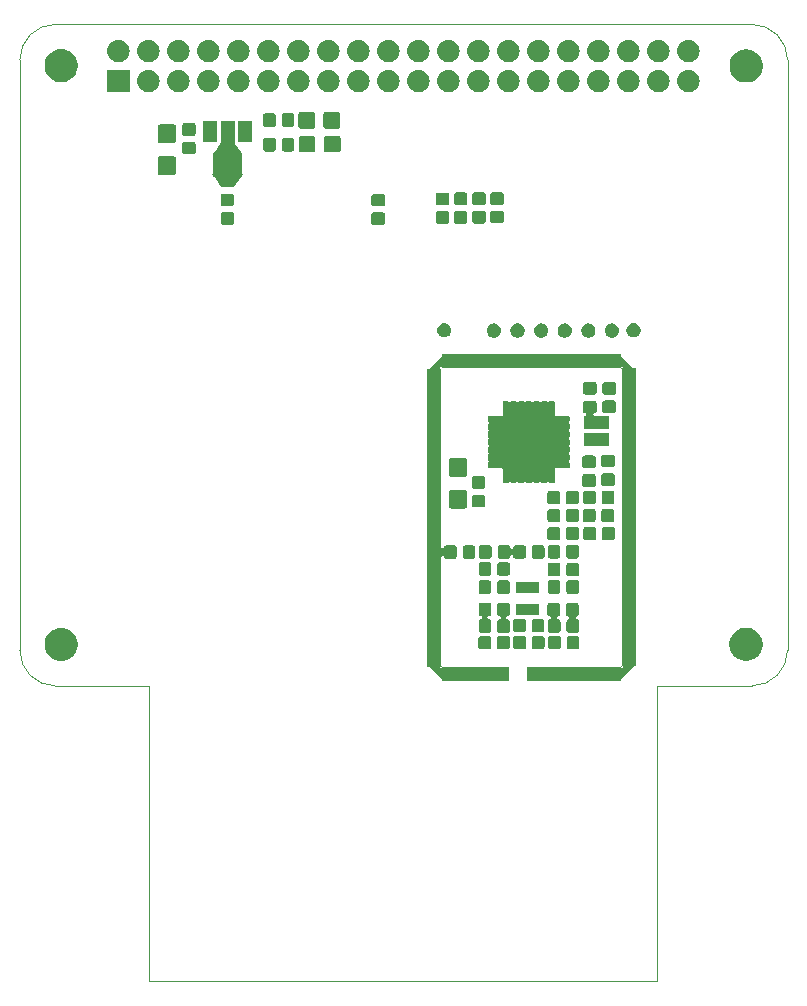
<source format=gbr>
G04 #@! TF.GenerationSoftware,KiCad,Pcbnew,5.0.2-bee76a0~70~ubuntu18.04.1*
G04 #@! TF.CreationDate,2019-08-06T12:18:04+01:00*
G04 #@! TF.ProjectId,LoRa-hat,4c6f5261-2d68-4617-942e-6b696361645f,rev?*
G04 #@! TF.SameCoordinates,Original*
G04 #@! TF.FileFunction,Soldermask,Top*
G04 #@! TF.FilePolarity,Negative*
%FSLAX46Y46*%
G04 Gerber Fmt 4.6, Leading zero omitted, Abs format (unit mm)*
G04 Created by KiCad (PCBNEW 5.0.2-bee76a0~70~ubuntu18.04.1) date Tue 06 Aug 2019 12:18:04 BST*
%MOMM*%
%LPD*%
G01*
G04 APERTURE LIST*
%ADD10C,0.100000*%
G04 APERTURE END LIST*
D10*
X89500000Y-116820000D02*
X89500000Y-141840000D01*
X132500000Y-141850000D02*
X89500000Y-141840000D01*
X132500000Y-116830000D02*
X132500000Y-141850000D01*
X132500000Y-116830000D02*
X140546356Y-116830000D01*
X81530000Y-116820000D02*
X89500000Y-116820000D01*
X81546356Y-116817611D02*
G75*
G02X78546356Y-113817611I0J3000000D01*
G01*
X143546351Y-113822847D02*
G75*
G02X140546356Y-116817611I-2999995J5236D01*
G01*
X78546356Y-63817611D02*
X78546356Y-113817611D01*
X78546356Y-63817611D02*
G75*
G02X81546356Y-60817611I3000000J0D01*
G01*
X140546356Y-60817611D02*
X81546356Y-60817611D01*
X140546356Y-60817611D02*
G75*
G02X143546356Y-63817611I0J-3000000D01*
G01*
X143546356Y-113817611D02*
X143546356Y-63817611D01*
G04 #@! TO.C,S1*
G36*
X113120000Y-90050000D02*
X114370000Y-88800000D01*
X129370000Y-88800000D01*
X130620000Y-90050000D01*
X130620000Y-115050000D01*
X129370000Y-116300000D01*
X121570000Y-116300000D01*
X121570000Y-115300000D01*
X129620000Y-115300000D01*
X129620000Y-89800000D01*
X114120000Y-89800000D01*
X114120000Y-115300000D01*
X119920000Y-115300000D01*
X119920000Y-116300000D01*
X114370000Y-116300000D01*
X113120000Y-115050000D01*
X113120000Y-90050000D01*
G37*
G36*
X129470000Y-89825000D02*
X129472402Y-89849386D01*
X129479515Y-89872835D01*
X129491066Y-89894446D01*
X129506612Y-89913388D01*
X129525554Y-89928934D01*
X129547165Y-89940485D01*
X129570614Y-89947598D01*
X129595000Y-89950000D01*
X130720000Y-89950000D01*
X130720000Y-115150000D01*
X129570000Y-115150000D01*
X129545614Y-115152402D01*
X129522165Y-115159515D01*
X129500554Y-115171066D01*
X129481612Y-115186612D01*
X129466066Y-115205554D01*
X129454515Y-115227165D01*
X129447402Y-115250614D01*
X129445000Y-115275000D01*
X129445000Y-116400000D01*
X121495000Y-116400000D01*
X121495000Y-115200000D01*
X129395000Y-115200000D01*
X129419386Y-115197598D01*
X129442835Y-115190485D01*
X129464446Y-115178934D01*
X129483388Y-115163388D01*
X129498934Y-115144446D01*
X129510485Y-115122835D01*
X129517598Y-115099386D01*
X129520000Y-115075000D01*
X129520000Y-90025000D01*
X129517598Y-90000614D01*
X129510485Y-89977165D01*
X129498934Y-89955554D01*
X129483388Y-89936612D01*
X129464446Y-89921066D01*
X129442835Y-89909515D01*
X129419386Y-89902402D01*
X129395000Y-89900000D01*
X114345000Y-89900000D01*
X114320614Y-89902402D01*
X114297165Y-89909515D01*
X114275554Y-89921066D01*
X114256612Y-89936612D01*
X114241066Y-89955554D01*
X114229515Y-89977165D01*
X114222402Y-90000614D01*
X114220000Y-90025000D01*
X114220000Y-105046402D01*
X114222402Y-105070788D01*
X114229515Y-105094237D01*
X114241066Y-105115848D01*
X114256612Y-105134790D01*
X114275554Y-105150336D01*
X114297165Y-105161887D01*
X114320614Y-105169000D01*
X114345000Y-105171402D01*
X114369386Y-105169000D01*
X114392835Y-105161887D01*
X114414446Y-105150336D01*
X114433388Y-105134790D01*
X114448934Y-105115848D01*
X114460485Y-105094237D01*
X114464618Y-105082687D01*
X114473759Y-105052552D01*
X114492763Y-105016998D01*
X114518337Y-104985837D01*
X114549498Y-104960263D01*
X114585051Y-104941260D01*
X114623634Y-104929556D01*
X114669890Y-104925000D01*
X115320110Y-104925000D01*
X115366366Y-104929556D01*
X115404949Y-104941260D01*
X115440502Y-104960263D01*
X115471663Y-104985837D01*
X115497237Y-105016998D01*
X115516240Y-105052551D01*
X115527944Y-105091134D01*
X115532500Y-105137390D01*
X115532500Y-105862610D01*
X115527944Y-105908866D01*
X115516240Y-105947449D01*
X115497237Y-105983002D01*
X115471663Y-106014163D01*
X115440502Y-106039737D01*
X115404949Y-106058740D01*
X115366366Y-106070444D01*
X115320110Y-106075000D01*
X114669890Y-106075000D01*
X114623634Y-106070444D01*
X114585051Y-106058740D01*
X114549498Y-106039737D01*
X114518337Y-106014163D01*
X114492763Y-105983002D01*
X114473759Y-105947448D01*
X114464618Y-105917313D01*
X114455240Y-105894674D01*
X114441626Y-105874299D01*
X114424299Y-105856972D01*
X114403925Y-105843358D01*
X114381286Y-105833981D01*
X114357252Y-105829200D01*
X114332748Y-105829200D01*
X114308715Y-105833980D01*
X114286076Y-105843358D01*
X114265701Y-105856972D01*
X114248374Y-105874299D01*
X114234760Y-105894673D01*
X114225383Y-105917312D01*
X114220602Y-105941346D01*
X114220000Y-105953598D01*
X114220000Y-115075000D01*
X114222402Y-115099386D01*
X114229515Y-115122835D01*
X114241066Y-115144446D01*
X114256612Y-115163388D01*
X114275554Y-115178934D01*
X114297165Y-115190485D01*
X114320614Y-115197598D01*
X114345000Y-115200000D01*
X119970000Y-115200000D01*
X119970000Y-116400000D01*
X114270000Y-116400000D01*
X114270000Y-115325000D01*
X114267598Y-115300614D01*
X114260485Y-115277165D01*
X114248934Y-115255554D01*
X114233388Y-115236612D01*
X114214446Y-115221066D01*
X114192835Y-115209515D01*
X114169386Y-115202402D01*
X114145000Y-115200000D01*
X113020000Y-115200000D01*
X113020000Y-90000000D01*
X114145000Y-90000000D01*
X114169386Y-89997598D01*
X114192835Y-89990485D01*
X114214446Y-89978934D01*
X114233388Y-89963388D01*
X114248934Y-89944446D01*
X114260485Y-89922835D01*
X114267598Y-89899386D01*
X114270000Y-89875000D01*
X114270000Y-88700000D01*
X129470000Y-88700000D01*
X129470000Y-89825000D01*
X129470000Y-89825000D01*
G37*
G36*
X82313126Y-111946900D02*
X82448365Y-111973801D01*
X82574988Y-112026250D01*
X82679005Y-112069335D01*
X82703149Y-112079336D01*
X82777620Y-112129096D01*
X82932451Y-112232551D01*
X83127449Y-112427549D01*
X83127451Y-112427552D01*
X83280664Y-112656851D01*
X83382057Y-112901635D01*
X83386199Y-112911636D01*
X83440000Y-113182111D01*
X83440000Y-113457889D01*
X83425137Y-113532610D01*
X83386199Y-113728365D01*
X83311575Y-113908523D01*
X83280665Y-113983147D01*
X83127449Y-114212451D01*
X82932451Y-114407449D01*
X82932448Y-114407451D01*
X82703149Y-114560664D01*
X82448365Y-114666199D01*
X82313127Y-114693099D01*
X82177889Y-114720000D01*
X81902111Y-114720000D01*
X81766873Y-114693099D01*
X81631635Y-114666199D01*
X81376851Y-114560664D01*
X81147552Y-114407451D01*
X81147549Y-114407449D01*
X80952551Y-114212451D01*
X80799335Y-113983147D01*
X80768425Y-113908523D01*
X80693801Y-113728365D01*
X80654863Y-113532610D01*
X80640000Y-113457889D01*
X80640000Y-113182111D01*
X80693801Y-112911636D01*
X80697944Y-112901635D01*
X80799336Y-112656851D01*
X80952549Y-112427552D01*
X80952551Y-112427549D01*
X81147549Y-112232551D01*
X81302380Y-112129096D01*
X81376851Y-112079336D01*
X81400996Y-112069335D01*
X81505012Y-112026250D01*
X81631635Y-111973801D01*
X81766874Y-111946900D01*
X81902111Y-111920000D01*
X82177889Y-111920000D01*
X82313126Y-111946900D01*
X82313126Y-111946900D01*
G37*
G36*
X140218162Y-111920000D02*
X140438365Y-111963801D01*
X140693149Y-112069336D01*
X140782586Y-112129096D01*
X140922451Y-112222551D01*
X141117449Y-112417549D01*
X141117451Y-112417552D01*
X141239469Y-112600164D01*
X141270665Y-112646853D01*
X141294518Y-112704440D01*
X141360507Y-112863750D01*
X141376199Y-112901636D01*
X141430000Y-113172111D01*
X141430000Y-113447889D01*
X141415137Y-113522610D01*
X141376199Y-113718365D01*
X141270664Y-113973149D01*
X141263982Y-113983149D01*
X141117449Y-114202451D01*
X140922451Y-114397449D01*
X140922448Y-114397451D01*
X140693149Y-114550664D01*
X140693148Y-114550665D01*
X140693147Y-114550665D01*
X140618523Y-114581575D01*
X140438365Y-114656199D01*
X140388091Y-114666199D01*
X140167889Y-114710000D01*
X139892111Y-114710000D01*
X139671909Y-114666199D01*
X139621635Y-114656199D01*
X139441477Y-114581575D01*
X139366853Y-114550665D01*
X139366852Y-114550665D01*
X139366851Y-114550664D01*
X139137552Y-114397451D01*
X139137549Y-114397449D01*
X138942551Y-114202451D01*
X138796018Y-113983149D01*
X138789336Y-113973149D01*
X138683801Y-113718365D01*
X138644863Y-113522610D01*
X138630000Y-113447889D01*
X138630000Y-113172111D01*
X138683801Y-112901636D01*
X138699494Y-112863750D01*
X138765482Y-112704440D01*
X138789335Y-112646853D01*
X138820532Y-112600164D01*
X138942549Y-112417552D01*
X138942551Y-112417549D01*
X139137549Y-112222551D01*
X139277414Y-112129096D01*
X139366851Y-112069336D01*
X139621635Y-111963801D01*
X139841838Y-111920000D01*
X139892111Y-111910000D01*
X140167889Y-111910000D01*
X140218162Y-111920000D01*
X140218162Y-111920000D01*
G37*
G36*
X125766366Y-112599556D02*
X125804949Y-112611260D01*
X125840502Y-112630263D01*
X125871663Y-112655837D01*
X125897237Y-112686998D01*
X125916240Y-112722551D01*
X125927944Y-112761134D01*
X125932500Y-112807390D01*
X125932500Y-113532610D01*
X125927944Y-113578866D01*
X125916240Y-113617449D01*
X125897237Y-113653002D01*
X125871663Y-113684163D01*
X125840502Y-113709737D01*
X125804949Y-113728740D01*
X125766366Y-113740444D01*
X125720110Y-113745000D01*
X125069890Y-113745000D01*
X125023634Y-113740444D01*
X124985051Y-113728740D01*
X124949498Y-113709737D01*
X124918337Y-113684163D01*
X124892763Y-113653002D01*
X124873760Y-113617449D01*
X124862056Y-113578866D01*
X124857500Y-113532610D01*
X124857500Y-112807390D01*
X124862056Y-112761134D01*
X124873760Y-112722551D01*
X124892763Y-112686998D01*
X124918337Y-112655837D01*
X124949498Y-112630263D01*
X124985051Y-112611260D01*
X125023634Y-112599556D01*
X125069890Y-112595000D01*
X125720110Y-112595000D01*
X125766366Y-112599556D01*
X125766366Y-112599556D01*
G37*
G36*
X124191366Y-112599556D02*
X124229949Y-112611260D01*
X124265502Y-112630263D01*
X124296663Y-112655837D01*
X124322237Y-112686998D01*
X124341240Y-112722551D01*
X124352944Y-112761134D01*
X124357500Y-112807390D01*
X124357500Y-113532610D01*
X124352944Y-113578866D01*
X124341240Y-113617449D01*
X124322237Y-113653002D01*
X124296663Y-113684163D01*
X124265502Y-113709737D01*
X124229949Y-113728740D01*
X124191366Y-113740444D01*
X124145110Y-113745000D01*
X123494890Y-113745000D01*
X123448634Y-113740444D01*
X123410051Y-113728740D01*
X123374498Y-113709737D01*
X123343337Y-113684163D01*
X123317763Y-113653002D01*
X123298760Y-113617449D01*
X123287056Y-113578866D01*
X123282500Y-113532610D01*
X123282500Y-112807390D01*
X123287056Y-112761134D01*
X123298760Y-112722551D01*
X123317763Y-112686998D01*
X123343337Y-112655837D01*
X123374498Y-112630263D01*
X123410051Y-112611260D01*
X123448634Y-112599556D01*
X123494890Y-112595000D01*
X124145110Y-112595000D01*
X124191366Y-112599556D01*
X124191366Y-112599556D01*
G37*
G36*
X119858866Y-112599556D02*
X119897449Y-112611260D01*
X119933002Y-112630263D01*
X119964163Y-112655837D01*
X119989737Y-112686998D01*
X120008740Y-112722551D01*
X120020444Y-112761134D01*
X120025000Y-112807390D01*
X120025000Y-113532610D01*
X120020444Y-113578866D01*
X120008740Y-113617449D01*
X119989737Y-113653002D01*
X119964163Y-113684163D01*
X119933002Y-113709737D01*
X119897449Y-113728740D01*
X119858866Y-113740444D01*
X119812610Y-113745000D01*
X119162390Y-113745000D01*
X119116134Y-113740444D01*
X119077551Y-113728740D01*
X119041998Y-113709737D01*
X119010837Y-113684163D01*
X118985263Y-113653002D01*
X118966260Y-113617449D01*
X118954556Y-113578866D01*
X118950000Y-113532610D01*
X118950000Y-112807390D01*
X118954556Y-112761134D01*
X118966260Y-112722551D01*
X118985263Y-112686998D01*
X119010837Y-112655837D01*
X119041998Y-112630263D01*
X119077551Y-112611260D01*
X119116134Y-112599556D01*
X119162390Y-112595000D01*
X119812610Y-112595000D01*
X119858866Y-112599556D01*
X119858866Y-112599556D01*
G37*
G36*
X118283866Y-112599556D02*
X118322449Y-112611260D01*
X118358002Y-112630263D01*
X118389163Y-112655837D01*
X118414737Y-112686998D01*
X118433740Y-112722551D01*
X118445444Y-112761134D01*
X118450000Y-112807390D01*
X118450000Y-113532610D01*
X118445444Y-113578866D01*
X118433740Y-113617449D01*
X118414737Y-113653002D01*
X118389163Y-113684163D01*
X118358002Y-113709737D01*
X118322449Y-113728740D01*
X118283866Y-113740444D01*
X118237610Y-113745000D01*
X117587390Y-113745000D01*
X117541134Y-113740444D01*
X117502551Y-113728740D01*
X117466998Y-113709737D01*
X117435837Y-113684163D01*
X117410263Y-113653002D01*
X117391260Y-113617449D01*
X117379556Y-113578866D01*
X117375000Y-113532610D01*
X117375000Y-112807390D01*
X117379556Y-112761134D01*
X117391260Y-112722551D01*
X117410263Y-112686998D01*
X117435837Y-112655837D01*
X117466998Y-112630263D01*
X117502551Y-112611260D01*
X117541134Y-112599556D01*
X117587390Y-112595000D01*
X118237610Y-112595000D01*
X118283866Y-112599556D01*
X118283866Y-112599556D01*
G37*
G36*
X122806366Y-112589556D02*
X122844949Y-112601260D01*
X122880502Y-112620263D01*
X122911663Y-112645837D01*
X122937237Y-112676998D01*
X122956240Y-112712551D01*
X122967944Y-112751134D01*
X122972500Y-112797390D01*
X122972500Y-113522610D01*
X122967944Y-113568866D01*
X122956240Y-113607449D01*
X122937237Y-113643002D01*
X122911663Y-113674163D01*
X122880502Y-113699737D01*
X122844949Y-113718740D01*
X122806366Y-113730444D01*
X122760110Y-113735000D01*
X122109890Y-113735000D01*
X122063634Y-113730444D01*
X122025051Y-113718740D01*
X121989498Y-113699737D01*
X121958337Y-113674163D01*
X121932763Y-113643002D01*
X121913760Y-113607449D01*
X121902056Y-113568866D01*
X121897500Y-113522610D01*
X121897500Y-112797390D01*
X121902056Y-112751134D01*
X121913760Y-112712551D01*
X121932763Y-112676998D01*
X121958337Y-112645837D01*
X121989498Y-112620263D01*
X122025051Y-112601260D01*
X122063634Y-112589556D01*
X122109890Y-112585000D01*
X122760110Y-112585000D01*
X122806366Y-112589556D01*
X122806366Y-112589556D01*
G37*
G36*
X121231366Y-112589556D02*
X121269949Y-112601260D01*
X121305502Y-112620263D01*
X121336663Y-112645837D01*
X121362237Y-112676998D01*
X121381240Y-112712551D01*
X121392944Y-112751134D01*
X121397500Y-112797390D01*
X121397500Y-113522610D01*
X121392944Y-113568866D01*
X121381240Y-113607449D01*
X121362237Y-113643002D01*
X121336663Y-113674163D01*
X121305502Y-113699737D01*
X121269949Y-113718740D01*
X121231366Y-113730444D01*
X121185110Y-113735000D01*
X120534890Y-113735000D01*
X120488634Y-113730444D01*
X120450051Y-113718740D01*
X120414498Y-113699737D01*
X120383337Y-113674163D01*
X120357763Y-113643002D01*
X120338760Y-113607449D01*
X120327056Y-113568866D01*
X120322500Y-113522610D01*
X120322500Y-112797390D01*
X120327056Y-112751134D01*
X120338760Y-112712551D01*
X120357763Y-112676998D01*
X120383337Y-112645837D01*
X120414498Y-112620263D01*
X120450051Y-112601260D01*
X120488634Y-112589556D01*
X120534890Y-112585000D01*
X121185110Y-112585000D01*
X121231366Y-112589556D01*
X121231366Y-112589556D01*
G37*
G36*
X124121366Y-109799556D02*
X124159949Y-109811260D01*
X124195502Y-109830263D01*
X124226663Y-109855837D01*
X124252237Y-109886998D01*
X124271240Y-109922551D01*
X124282944Y-109961134D01*
X124287500Y-110007390D01*
X124287500Y-110732610D01*
X124282944Y-110778866D01*
X124271240Y-110817449D01*
X124252237Y-110853002D01*
X124226663Y-110884163D01*
X124195502Y-110909737D01*
X124159945Y-110928742D01*
X124137484Y-110935556D01*
X124114845Y-110944933D01*
X124094470Y-110958547D01*
X124077143Y-110975874D01*
X124063530Y-110996249D01*
X124054152Y-111018888D01*
X124049372Y-111042922D01*
X124049372Y-111067426D01*
X124054153Y-111091459D01*
X124063530Y-111114098D01*
X124077144Y-111134473D01*
X124094471Y-111151800D01*
X124114846Y-111165413D01*
X124137485Y-111174791D01*
X124161220Y-111179512D01*
X124199949Y-111191260D01*
X124235502Y-111210263D01*
X124266663Y-111235837D01*
X124292237Y-111266998D01*
X124311240Y-111302551D01*
X124322944Y-111341134D01*
X124327500Y-111387390D01*
X124327500Y-112112610D01*
X124322944Y-112158866D01*
X124311240Y-112197449D01*
X124292237Y-112233002D01*
X124266663Y-112264163D01*
X124235502Y-112289737D01*
X124199949Y-112308740D01*
X124161366Y-112320444D01*
X124115110Y-112325000D01*
X123464890Y-112325000D01*
X123418634Y-112320444D01*
X123380051Y-112308740D01*
X123344498Y-112289737D01*
X123313337Y-112264163D01*
X123287763Y-112233002D01*
X123268760Y-112197449D01*
X123257056Y-112158866D01*
X123252500Y-112112610D01*
X123252500Y-111387390D01*
X123257056Y-111341134D01*
X123268760Y-111302551D01*
X123287763Y-111266998D01*
X123313337Y-111235837D01*
X123344498Y-111210263D01*
X123380055Y-111191258D01*
X123402516Y-111184444D01*
X123425155Y-111175067D01*
X123445530Y-111161453D01*
X123462857Y-111144126D01*
X123476470Y-111123751D01*
X123485848Y-111101112D01*
X123490628Y-111077078D01*
X123490628Y-111052574D01*
X123485847Y-111028541D01*
X123476470Y-111005902D01*
X123462856Y-110985527D01*
X123445529Y-110968200D01*
X123425154Y-110954587D01*
X123402515Y-110945209D01*
X123378780Y-110940488D01*
X123340051Y-110928740D01*
X123304498Y-110909737D01*
X123273337Y-110884163D01*
X123247763Y-110853002D01*
X123228760Y-110817449D01*
X123217056Y-110778866D01*
X123212500Y-110732610D01*
X123212500Y-110007390D01*
X123217056Y-109961134D01*
X123228760Y-109922551D01*
X123247763Y-109886998D01*
X123273337Y-109855837D01*
X123304498Y-109830263D01*
X123340051Y-109811260D01*
X123378634Y-109799556D01*
X123424890Y-109795000D01*
X124075110Y-109795000D01*
X124121366Y-109799556D01*
X124121366Y-109799556D01*
G37*
G36*
X118293866Y-109779556D02*
X118332449Y-109791260D01*
X118368002Y-109810263D01*
X118399163Y-109835837D01*
X118424737Y-109866998D01*
X118443740Y-109902551D01*
X118455444Y-109941134D01*
X118460000Y-109987390D01*
X118460000Y-110712610D01*
X118455444Y-110758866D01*
X118443740Y-110797449D01*
X118424737Y-110833002D01*
X118399163Y-110864163D01*
X118368002Y-110889737D01*
X118332449Y-110908740D01*
X118293866Y-110920444D01*
X118241498Y-110925602D01*
X118217464Y-110930383D01*
X118194825Y-110939760D01*
X118174451Y-110953374D01*
X118157124Y-110970701D01*
X118143510Y-110991076D01*
X118134132Y-111013715D01*
X118129352Y-111037748D01*
X118129352Y-111062252D01*
X118134133Y-111086286D01*
X118143510Y-111108925D01*
X118157124Y-111129299D01*
X118174451Y-111146626D01*
X118194826Y-111160240D01*
X118217465Y-111169618D01*
X118241498Y-111174398D01*
X118293866Y-111179556D01*
X118332449Y-111191260D01*
X118368002Y-111210263D01*
X118399163Y-111235837D01*
X118424737Y-111266998D01*
X118443740Y-111302551D01*
X118455444Y-111341134D01*
X118460000Y-111387390D01*
X118460000Y-112112610D01*
X118455444Y-112158866D01*
X118443740Y-112197449D01*
X118424737Y-112233002D01*
X118399163Y-112264163D01*
X118368002Y-112289737D01*
X118332449Y-112308740D01*
X118293866Y-112320444D01*
X118247610Y-112325000D01*
X117597390Y-112325000D01*
X117551134Y-112320444D01*
X117512551Y-112308740D01*
X117476998Y-112289737D01*
X117445837Y-112264163D01*
X117420263Y-112233002D01*
X117401260Y-112197449D01*
X117389556Y-112158866D01*
X117385000Y-112112610D01*
X117385000Y-111387390D01*
X117389556Y-111341134D01*
X117401260Y-111302551D01*
X117420263Y-111266998D01*
X117445837Y-111235837D01*
X117476998Y-111210263D01*
X117512551Y-111191260D01*
X117551134Y-111179556D01*
X117603502Y-111174398D01*
X117627536Y-111169617D01*
X117650175Y-111160240D01*
X117670549Y-111146626D01*
X117687876Y-111129299D01*
X117701490Y-111108924D01*
X117710868Y-111086285D01*
X117715648Y-111062252D01*
X117715648Y-111037748D01*
X117710867Y-111013714D01*
X117701490Y-110991075D01*
X117687876Y-110970701D01*
X117670549Y-110953374D01*
X117650174Y-110939760D01*
X117627535Y-110930382D01*
X117603502Y-110925602D01*
X117551134Y-110920444D01*
X117512551Y-110908740D01*
X117476998Y-110889737D01*
X117445837Y-110864163D01*
X117420263Y-110833002D01*
X117401260Y-110797449D01*
X117389556Y-110758866D01*
X117385000Y-110712610D01*
X117385000Y-109987390D01*
X117389556Y-109941134D01*
X117401260Y-109902551D01*
X117420263Y-109866998D01*
X117445837Y-109835837D01*
X117476998Y-109810263D01*
X117512551Y-109791260D01*
X117551134Y-109779556D01*
X117597390Y-109775000D01*
X118247610Y-109775000D01*
X118293866Y-109779556D01*
X118293866Y-109779556D01*
G37*
G36*
X125696366Y-109799556D02*
X125734949Y-109811260D01*
X125770502Y-109830263D01*
X125801663Y-109855837D01*
X125827237Y-109886998D01*
X125846240Y-109922551D01*
X125857944Y-109961134D01*
X125862500Y-110007390D01*
X125862500Y-110732610D01*
X125857944Y-110778866D01*
X125846240Y-110817449D01*
X125827237Y-110853002D01*
X125801663Y-110884163D01*
X125770502Y-110909737D01*
X125734945Y-110928742D01*
X125712484Y-110935556D01*
X125689845Y-110944933D01*
X125669470Y-110958547D01*
X125652143Y-110975874D01*
X125638530Y-110996249D01*
X125629152Y-111018888D01*
X125624372Y-111042922D01*
X125624372Y-111067426D01*
X125629153Y-111091459D01*
X125638530Y-111114098D01*
X125652144Y-111134473D01*
X125669471Y-111151800D01*
X125689846Y-111165413D01*
X125712485Y-111174791D01*
X125736220Y-111179512D01*
X125774949Y-111191260D01*
X125810502Y-111210263D01*
X125841663Y-111235837D01*
X125867237Y-111266998D01*
X125886240Y-111302551D01*
X125897944Y-111341134D01*
X125902500Y-111387390D01*
X125902500Y-112112610D01*
X125897944Y-112158866D01*
X125886240Y-112197449D01*
X125867237Y-112233002D01*
X125841663Y-112264163D01*
X125810502Y-112289737D01*
X125774949Y-112308740D01*
X125736366Y-112320444D01*
X125690110Y-112325000D01*
X125039890Y-112325000D01*
X124993634Y-112320444D01*
X124955051Y-112308740D01*
X124919498Y-112289737D01*
X124888337Y-112264163D01*
X124862763Y-112233002D01*
X124843760Y-112197449D01*
X124832056Y-112158866D01*
X124827500Y-112112610D01*
X124827500Y-111387390D01*
X124832056Y-111341134D01*
X124843760Y-111302551D01*
X124862763Y-111266998D01*
X124888337Y-111235837D01*
X124919498Y-111210263D01*
X124955055Y-111191258D01*
X124977516Y-111184444D01*
X125000155Y-111175067D01*
X125020530Y-111161453D01*
X125037857Y-111144126D01*
X125051470Y-111123751D01*
X125060848Y-111101112D01*
X125065628Y-111077078D01*
X125065628Y-111052574D01*
X125060847Y-111028541D01*
X125051470Y-111005902D01*
X125037856Y-110985527D01*
X125020529Y-110968200D01*
X125000154Y-110954587D01*
X124977515Y-110945209D01*
X124953780Y-110940488D01*
X124915051Y-110928740D01*
X124879498Y-110909737D01*
X124848337Y-110884163D01*
X124822763Y-110853002D01*
X124803760Y-110817449D01*
X124792056Y-110778866D01*
X124787500Y-110732610D01*
X124787500Y-110007390D01*
X124792056Y-109961134D01*
X124803760Y-109922551D01*
X124822763Y-109886998D01*
X124848337Y-109855837D01*
X124879498Y-109830263D01*
X124915051Y-109811260D01*
X124953634Y-109799556D01*
X124999890Y-109795000D01*
X125650110Y-109795000D01*
X125696366Y-109799556D01*
X125696366Y-109799556D01*
G37*
G36*
X119868866Y-109779556D02*
X119907449Y-109791260D01*
X119943002Y-109810263D01*
X119974163Y-109835837D01*
X119999737Y-109866998D01*
X120018740Y-109902551D01*
X120030444Y-109941134D01*
X120035000Y-109987390D01*
X120035000Y-110712610D01*
X120030444Y-110758866D01*
X120018740Y-110797449D01*
X119999737Y-110833002D01*
X119974163Y-110864163D01*
X119943002Y-110889737D01*
X119907449Y-110908740D01*
X119868866Y-110920444D01*
X119816498Y-110925602D01*
X119792464Y-110930383D01*
X119769825Y-110939760D01*
X119749451Y-110953374D01*
X119732124Y-110970701D01*
X119718510Y-110991076D01*
X119709132Y-111013715D01*
X119704352Y-111037748D01*
X119704352Y-111062252D01*
X119709133Y-111086286D01*
X119718510Y-111108925D01*
X119732124Y-111129299D01*
X119749451Y-111146626D01*
X119769826Y-111160240D01*
X119792465Y-111169618D01*
X119816498Y-111174398D01*
X119868866Y-111179556D01*
X119907449Y-111191260D01*
X119943002Y-111210263D01*
X119974163Y-111235837D01*
X119999737Y-111266998D01*
X120018740Y-111302551D01*
X120030444Y-111341134D01*
X120035000Y-111387390D01*
X120035000Y-112112610D01*
X120030444Y-112158866D01*
X120018740Y-112197449D01*
X119999737Y-112233002D01*
X119974163Y-112264163D01*
X119943002Y-112289737D01*
X119907449Y-112308740D01*
X119868866Y-112320444D01*
X119822610Y-112325000D01*
X119172390Y-112325000D01*
X119126134Y-112320444D01*
X119087551Y-112308740D01*
X119051998Y-112289737D01*
X119020837Y-112264163D01*
X118995263Y-112233002D01*
X118976260Y-112197449D01*
X118964556Y-112158866D01*
X118960000Y-112112610D01*
X118960000Y-111387390D01*
X118964556Y-111341134D01*
X118976260Y-111302551D01*
X118995263Y-111266998D01*
X119020837Y-111235837D01*
X119051998Y-111210263D01*
X119087551Y-111191260D01*
X119126134Y-111179556D01*
X119178502Y-111174398D01*
X119202536Y-111169617D01*
X119225175Y-111160240D01*
X119245549Y-111146626D01*
X119262876Y-111129299D01*
X119276490Y-111108924D01*
X119285868Y-111086285D01*
X119290648Y-111062252D01*
X119290648Y-111037748D01*
X119285867Y-111013714D01*
X119276490Y-110991075D01*
X119262876Y-110970701D01*
X119245549Y-110953374D01*
X119225174Y-110939760D01*
X119202535Y-110930382D01*
X119178502Y-110925602D01*
X119126134Y-110920444D01*
X119087551Y-110908740D01*
X119051998Y-110889737D01*
X119020837Y-110864163D01*
X118995263Y-110833002D01*
X118976260Y-110797449D01*
X118964556Y-110758866D01*
X118960000Y-110712610D01*
X118960000Y-109987390D01*
X118964556Y-109941134D01*
X118976260Y-109902551D01*
X118995263Y-109866998D01*
X119020837Y-109835837D01*
X119051998Y-109810263D01*
X119087551Y-109791260D01*
X119126134Y-109779556D01*
X119172390Y-109775000D01*
X119822610Y-109775000D01*
X119868866Y-109779556D01*
X119868866Y-109779556D01*
G37*
G36*
X122798866Y-111149556D02*
X122837449Y-111161260D01*
X122873002Y-111180263D01*
X122904163Y-111205837D01*
X122929737Y-111236998D01*
X122948740Y-111272551D01*
X122960444Y-111311134D01*
X122965000Y-111357390D01*
X122965000Y-112082610D01*
X122960444Y-112128866D01*
X122948740Y-112167449D01*
X122929737Y-112203002D01*
X122904163Y-112234163D01*
X122873002Y-112259737D01*
X122837449Y-112278740D01*
X122798866Y-112290444D01*
X122752610Y-112295000D01*
X122102390Y-112295000D01*
X122056134Y-112290444D01*
X122017551Y-112278740D01*
X121981998Y-112259737D01*
X121950837Y-112234163D01*
X121925263Y-112203002D01*
X121906260Y-112167449D01*
X121894556Y-112128866D01*
X121890000Y-112082610D01*
X121890000Y-111357390D01*
X121894556Y-111311134D01*
X121906260Y-111272551D01*
X121925263Y-111236998D01*
X121950837Y-111205837D01*
X121981998Y-111180263D01*
X122017551Y-111161260D01*
X122056134Y-111149556D01*
X122102390Y-111145000D01*
X122752610Y-111145000D01*
X122798866Y-111149556D01*
X122798866Y-111149556D01*
G37*
G36*
X121223866Y-111149556D02*
X121262449Y-111161260D01*
X121298002Y-111180263D01*
X121329163Y-111205837D01*
X121354737Y-111236998D01*
X121373740Y-111272551D01*
X121385444Y-111311134D01*
X121390000Y-111357390D01*
X121390000Y-112082610D01*
X121385444Y-112128866D01*
X121373740Y-112167449D01*
X121354737Y-112203002D01*
X121329163Y-112234163D01*
X121298002Y-112259737D01*
X121262449Y-112278740D01*
X121223866Y-112290444D01*
X121177610Y-112295000D01*
X120527390Y-112295000D01*
X120481134Y-112290444D01*
X120442551Y-112278740D01*
X120406998Y-112259737D01*
X120375837Y-112234163D01*
X120350263Y-112203002D01*
X120331260Y-112167449D01*
X120319556Y-112128866D01*
X120315000Y-112082610D01*
X120315000Y-111357390D01*
X120319556Y-111311134D01*
X120331260Y-111272551D01*
X120350263Y-111236998D01*
X120375837Y-111205837D01*
X120406998Y-111180263D01*
X120442551Y-111161260D01*
X120481134Y-111149556D01*
X120527390Y-111145000D01*
X121177610Y-111145000D01*
X121223866Y-111149556D01*
X121223866Y-111149556D01*
G37*
G36*
X122490000Y-110820000D02*
X120590000Y-110820000D01*
X120590000Y-109920000D01*
X122490000Y-109920000D01*
X122490000Y-110820000D01*
X122490000Y-110820000D01*
G37*
G36*
X119866366Y-107899556D02*
X119904949Y-107911260D01*
X119940502Y-107930263D01*
X119971663Y-107955837D01*
X119997237Y-107986998D01*
X120016240Y-108022551D01*
X120027944Y-108061134D01*
X120032500Y-108107390D01*
X120032500Y-108832610D01*
X120027944Y-108878866D01*
X120016240Y-108917449D01*
X119997237Y-108953002D01*
X119971663Y-108984163D01*
X119940502Y-109009737D01*
X119904949Y-109028740D01*
X119866366Y-109040444D01*
X119820110Y-109045000D01*
X119169890Y-109045000D01*
X119123634Y-109040444D01*
X119085051Y-109028740D01*
X119049498Y-109009737D01*
X119018337Y-108984163D01*
X118992763Y-108953002D01*
X118973760Y-108917449D01*
X118962056Y-108878866D01*
X118957500Y-108832610D01*
X118957500Y-108107390D01*
X118962056Y-108061134D01*
X118973760Y-108022551D01*
X118992763Y-107986998D01*
X119018337Y-107955837D01*
X119049498Y-107930263D01*
X119085051Y-107911260D01*
X119123634Y-107899556D01*
X119169890Y-107895000D01*
X119820110Y-107895000D01*
X119866366Y-107899556D01*
X119866366Y-107899556D01*
G37*
G36*
X118291366Y-107899556D02*
X118329949Y-107911260D01*
X118365502Y-107930263D01*
X118396663Y-107955837D01*
X118422237Y-107986998D01*
X118441240Y-108022551D01*
X118452944Y-108061134D01*
X118457500Y-108107390D01*
X118457500Y-108832610D01*
X118452944Y-108878866D01*
X118441240Y-108917449D01*
X118422237Y-108953002D01*
X118396663Y-108984163D01*
X118365502Y-109009737D01*
X118329949Y-109028740D01*
X118291366Y-109040444D01*
X118245110Y-109045000D01*
X117594890Y-109045000D01*
X117548634Y-109040444D01*
X117510051Y-109028740D01*
X117474498Y-109009737D01*
X117443337Y-108984163D01*
X117417763Y-108953002D01*
X117398760Y-108917449D01*
X117387056Y-108878866D01*
X117382500Y-108832610D01*
X117382500Y-108107390D01*
X117387056Y-108061134D01*
X117398760Y-108022551D01*
X117417763Y-107986998D01*
X117443337Y-107955837D01*
X117474498Y-107930263D01*
X117510051Y-107911260D01*
X117548634Y-107899556D01*
X117594890Y-107895000D01*
X118245110Y-107895000D01*
X118291366Y-107899556D01*
X118291366Y-107899556D01*
G37*
G36*
X125726366Y-107889556D02*
X125764949Y-107901260D01*
X125800502Y-107920263D01*
X125831663Y-107945837D01*
X125857237Y-107976998D01*
X125876240Y-108012551D01*
X125887944Y-108051134D01*
X125892500Y-108097390D01*
X125892500Y-108822610D01*
X125887944Y-108868866D01*
X125876240Y-108907449D01*
X125857237Y-108943002D01*
X125831663Y-108974163D01*
X125800502Y-108999737D01*
X125764949Y-109018740D01*
X125726366Y-109030444D01*
X125680110Y-109035000D01*
X125029890Y-109035000D01*
X124983634Y-109030444D01*
X124945051Y-109018740D01*
X124909498Y-108999737D01*
X124878337Y-108974163D01*
X124852763Y-108943002D01*
X124833760Y-108907449D01*
X124822056Y-108868866D01*
X124817500Y-108822610D01*
X124817500Y-108097390D01*
X124822056Y-108051134D01*
X124833760Y-108012551D01*
X124852763Y-107976998D01*
X124878337Y-107945837D01*
X124909498Y-107920263D01*
X124945051Y-107901260D01*
X124983634Y-107889556D01*
X125029890Y-107885000D01*
X125680110Y-107885000D01*
X125726366Y-107889556D01*
X125726366Y-107889556D01*
G37*
G36*
X124151366Y-107889556D02*
X124189949Y-107901260D01*
X124225502Y-107920263D01*
X124256663Y-107945837D01*
X124282237Y-107976998D01*
X124301240Y-108012551D01*
X124312944Y-108051134D01*
X124317500Y-108097390D01*
X124317500Y-108822610D01*
X124312944Y-108868866D01*
X124301240Y-108907449D01*
X124282237Y-108943002D01*
X124256663Y-108974163D01*
X124225502Y-108999737D01*
X124189949Y-109018740D01*
X124151366Y-109030444D01*
X124105110Y-109035000D01*
X123454890Y-109035000D01*
X123408634Y-109030444D01*
X123370051Y-109018740D01*
X123334498Y-108999737D01*
X123303337Y-108974163D01*
X123277763Y-108943002D01*
X123258760Y-108907449D01*
X123247056Y-108868866D01*
X123242500Y-108822610D01*
X123242500Y-108097390D01*
X123247056Y-108051134D01*
X123258760Y-108012551D01*
X123277763Y-107976998D01*
X123303337Y-107945837D01*
X123334498Y-107920263D01*
X123370051Y-107901260D01*
X123408634Y-107889556D01*
X123454890Y-107885000D01*
X124105110Y-107885000D01*
X124151366Y-107889556D01*
X124151366Y-107889556D01*
G37*
G36*
X122490000Y-108920000D02*
X120590000Y-108920000D01*
X120590000Y-108020000D01*
X122490000Y-108020000D01*
X122490000Y-108920000D01*
X122490000Y-108920000D01*
G37*
G36*
X125728866Y-106399556D02*
X125767449Y-106411260D01*
X125803002Y-106430263D01*
X125834163Y-106455837D01*
X125859737Y-106486998D01*
X125878740Y-106522551D01*
X125890444Y-106561134D01*
X125895000Y-106607390D01*
X125895000Y-107332610D01*
X125890444Y-107378866D01*
X125878740Y-107417449D01*
X125859737Y-107453002D01*
X125834163Y-107484163D01*
X125803002Y-107509737D01*
X125767449Y-107528740D01*
X125728866Y-107540444D01*
X125682610Y-107545000D01*
X125032390Y-107545000D01*
X124986134Y-107540444D01*
X124947551Y-107528740D01*
X124911998Y-107509737D01*
X124880837Y-107484163D01*
X124855263Y-107453002D01*
X124836260Y-107417449D01*
X124824556Y-107378866D01*
X124820000Y-107332610D01*
X124820000Y-106607390D01*
X124824556Y-106561134D01*
X124836260Y-106522551D01*
X124855263Y-106486998D01*
X124880837Y-106455837D01*
X124911998Y-106430263D01*
X124947551Y-106411260D01*
X124986134Y-106399556D01*
X125032390Y-106395000D01*
X125682610Y-106395000D01*
X125728866Y-106399556D01*
X125728866Y-106399556D01*
G37*
G36*
X124153866Y-106399556D02*
X124192449Y-106411260D01*
X124228002Y-106430263D01*
X124259163Y-106455837D01*
X124284737Y-106486998D01*
X124303740Y-106522551D01*
X124315444Y-106561134D01*
X124320000Y-106607390D01*
X124320000Y-107332610D01*
X124315444Y-107378866D01*
X124303740Y-107417449D01*
X124284737Y-107453002D01*
X124259163Y-107484163D01*
X124228002Y-107509737D01*
X124192449Y-107528740D01*
X124153866Y-107540444D01*
X124107610Y-107545000D01*
X123457390Y-107545000D01*
X123411134Y-107540444D01*
X123372551Y-107528740D01*
X123336998Y-107509737D01*
X123305837Y-107484163D01*
X123280263Y-107453002D01*
X123261260Y-107417449D01*
X123249556Y-107378866D01*
X123245000Y-107332610D01*
X123245000Y-106607390D01*
X123249556Y-106561134D01*
X123261260Y-106522551D01*
X123280263Y-106486998D01*
X123305837Y-106455837D01*
X123336998Y-106430263D01*
X123372551Y-106411260D01*
X123411134Y-106399556D01*
X123457390Y-106395000D01*
X124107610Y-106395000D01*
X124153866Y-106399556D01*
X124153866Y-106399556D01*
G37*
G36*
X118301366Y-106349556D02*
X118339949Y-106361260D01*
X118375502Y-106380263D01*
X118406663Y-106405837D01*
X118432237Y-106436998D01*
X118451240Y-106472551D01*
X118462944Y-106511134D01*
X118467500Y-106557390D01*
X118467500Y-107282610D01*
X118462944Y-107328866D01*
X118451240Y-107367449D01*
X118432237Y-107403002D01*
X118406663Y-107434163D01*
X118375502Y-107459737D01*
X118339949Y-107478740D01*
X118301366Y-107490444D01*
X118255110Y-107495000D01*
X117604890Y-107495000D01*
X117558634Y-107490444D01*
X117520051Y-107478740D01*
X117484498Y-107459737D01*
X117453337Y-107434163D01*
X117427763Y-107403002D01*
X117408760Y-107367449D01*
X117397056Y-107328866D01*
X117392500Y-107282610D01*
X117392500Y-106557390D01*
X117397056Y-106511134D01*
X117408760Y-106472551D01*
X117427763Y-106436998D01*
X117453337Y-106405837D01*
X117484498Y-106380263D01*
X117520051Y-106361260D01*
X117558634Y-106349556D01*
X117604890Y-106345000D01*
X118255110Y-106345000D01*
X118301366Y-106349556D01*
X118301366Y-106349556D01*
G37*
G36*
X119876366Y-106349556D02*
X119914949Y-106361260D01*
X119950502Y-106380263D01*
X119981663Y-106405837D01*
X120007237Y-106436998D01*
X120026240Y-106472551D01*
X120037944Y-106511134D01*
X120042500Y-106557390D01*
X120042500Y-107282610D01*
X120037944Y-107328866D01*
X120026240Y-107367449D01*
X120007237Y-107403002D01*
X119981663Y-107434163D01*
X119950502Y-107459737D01*
X119914949Y-107478740D01*
X119876366Y-107490444D01*
X119830110Y-107495000D01*
X119179890Y-107495000D01*
X119133634Y-107490444D01*
X119095051Y-107478740D01*
X119059498Y-107459737D01*
X119028337Y-107434163D01*
X119002763Y-107403002D01*
X118983760Y-107367449D01*
X118972056Y-107328866D01*
X118967500Y-107282610D01*
X118967500Y-106557390D01*
X118972056Y-106511134D01*
X118983760Y-106472551D01*
X119002763Y-106436998D01*
X119028337Y-106405837D01*
X119059498Y-106380263D01*
X119095051Y-106361260D01*
X119133634Y-106349556D01*
X119179890Y-106345000D01*
X119830110Y-106345000D01*
X119876366Y-106349556D01*
X119876366Y-106349556D01*
G37*
G36*
X116941366Y-104929556D02*
X116979949Y-104941260D01*
X117015502Y-104960263D01*
X117046663Y-104985837D01*
X117072237Y-105016998D01*
X117091240Y-105052551D01*
X117102944Y-105091134D01*
X117107500Y-105137390D01*
X117107500Y-105862610D01*
X117102944Y-105908866D01*
X117091240Y-105947449D01*
X117072237Y-105983002D01*
X117046663Y-106014163D01*
X117015502Y-106039737D01*
X116979949Y-106058740D01*
X116941366Y-106070444D01*
X116895110Y-106075000D01*
X116244890Y-106075000D01*
X116198634Y-106070444D01*
X116160051Y-106058740D01*
X116124498Y-106039737D01*
X116093337Y-106014163D01*
X116067763Y-105983002D01*
X116048760Y-105947449D01*
X116037056Y-105908866D01*
X116032500Y-105862610D01*
X116032500Y-105137390D01*
X116037056Y-105091134D01*
X116048760Y-105052551D01*
X116067763Y-105016998D01*
X116093337Y-104985837D01*
X116124498Y-104960263D01*
X116160051Y-104941260D01*
X116198634Y-104929556D01*
X116244890Y-104925000D01*
X116895110Y-104925000D01*
X116941366Y-104929556D01*
X116941366Y-104929556D01*
G37*
G36*
X119906366Y-104909556D02*
X119944949Y-104921260D01*
X119980502Y-104940263D01*
X120011663Y-104965837D01*
X120037237Y-104996998D01*
X120056240Y-105032551D01*
X120067944Y-105071134D01*
X120073102Y-105123502D01*
X120077883Y-105147536D01*
X120087260Y-105170175D01*
X120100874Y-105190549D01*
X120118201Y-105207876D01*
X120138576Y-105221490D01*
X120161215Y-105230868D01*
X120185248Y-105235648D01*
X120209752Y-105235648D01*
X120233786Y-105230867D01*
X120256425Y-105221490D01*
X120276799Y-105207876D01*
X120294126Y-105190549D01*
X120307740Y-105170174D01*
X120317118Y-105147535D01*
X120321898Y-105123502D01*
X120327056Y-105071134D01*
X120338760Y-105032551D01*
X120357763Y-104996998D01*
X120383337Y-104965837D01*
X120414498Y-104940263D01*
X120450051Y-104921260D01*
X120488634Y-104909556D01*
X120534890Y-104905000D01*
X121185110Y-104905000D01*
X121231366Y-104909556D01*
X121269949Y-104921260D01*
X121305502Y-104940263D01*
X121336663Y-104965837D01*
X121362237Y-104996998D01*
X121381240Y-105032551D01*
X121392944Y-105071134D01*
X121397500Y-105117390D01*
X121397500Y-105842610D01*
X121392944Y-105888866D01*
X121381240Y-105927449D01*
X121362237Y-105963002D01*
X121336663Y-105994163D01*
X121305502Y-106019737D01*
X121269949Y-106038740D01*
X121231366Y-106050444D01*
X121185110Y-106055000D01*
X120534890Y-106055000D01*
X120488634Y-106050444D01*
X120450051Y-106038740D01*
X120414498Y-106019737D01*
X120383337Y-105994163D01*
X120357763Y-105963002D01*
X120338760Y-105927449D01*
X120327056Y-105888866D01*
X120321898Y-105836498D01*
X120317117Y-105812464D01*
X120307740Y-105789825D01*
X120294126Y-105769451D01*
X120276799Y-105752124D01*
X120256424Y-105738510D01*
X120233785Y-105729132D01*
X120209752Y-105724352D01*
X120185248Y-105724352D01*
X120161214Y-105729133D01*
X120138575Y-105738510D01*
X120118201Y-105752124D01*
X120100874Y-105769451D01*
X120087260Y-105789826D01*
X120077882Y-105812465D01*
X120073102Y-105836498D01*
X120067944Y-105888866D01*
X120056240Y-105927449D01*
X120037237Y-105963002D01*
X120011663Y-105994163D01*
X119980502Y-106019737D01*
X119944949Y-106038740D01*
X119906366Y-106050444D01*
X119860110Y-106055000D01*
X119209890Y-106055000D01*
X119163634Y-106050444D01*
X119125051Y-106038740D01*
X119089498Y-106019737D01*
X119058337Y-105994163D01*
X119032763Y-105963002D01*
X119013760Y-105927449D01*
X119002056Y-105888866D01*
X118997500Y-105842610D01*
X118997500Y-105117390D01*
X119002056Y-105071134D01*
X119013760Y-105032551D01*
X119032763Y-104996998D01*
X119058337Y-104965837D01*
X119089498Y-104940263D01*
X119125051Y-104921260D01*
X119163634Y-104909556D01*
X119209890Y-104905000D01*
X119860110Y-104905000D01*
X119906366Y-104909556D01*
X119906366Y-104909556D01*
G37*
G36*
X122806366Y-104909556D02*
X122844949Y-104921260D01*
X122880502Y-104940263D01*
X122911663Y-104965837D01*
X122937237Y-104996998D01*
X122956240Y-105032551D01*
X122967944Y-105071134D01*
X122972500Y-105117390D01*
X122972500Y-105842610D01*
X122967944Y-105888866D01*
X122956240Y-105927449D01*
X122937237Y-105963002D01*
X122911663Y-105994163D01*
X122880502Y-106019737D01*
X122844949Y-106038740D01*
X122806366Y-106050444D01*
X122760110Y-106055000D01*
X122109890Y-106055000D01*
X122063634Y-106050444D01*
X122025051Y-106038740D01*
X121989498Y-106019737D01*
X121958337Y-105994163D01*
X121932763Y-105963002D01*
X121913760Y-105927449D01*
X121902056Y-105888866D01*
X121897500Y-105842610D01*
X121897500Y-105117390D01*
X121902056Y-105071134D01*
X121913760Y-105032551D01*
X121932763Y-104996998D01*
X121958337Y-104965837D01*
X121989498Y-104940263D01*
X122025051Y-104921260D01*
X122063634Y-104909556D01*
X122109890Y-104905000D01*
X122760110Y-104905000D01*
X122806366Y-104909556D01*
X122806366Y-104909556D01*
G37*
G36*
X118331366Y-104909556D02*
X118369949Y-104921260D01*
X118405502Y-104940263D01*
X118436663Y-104965837D01*
X118462237Y-104996998D01*
X118481240Y-105032551D01*
X118492944Y-105071134D01*
X118497500Y-105117390D01*
X118497500Y-105842610D01*
X118492944Y-105888866D01*
X118481240Y-105927449D01*
X118462237Y-105963002D01*
X118436663Y-105994163D01*
X118405502Y-106019737D01*
X118369949Y-106038740D01*
X118331366Y-106050444D01*
X118285110Y-106055000D01*
X117634890Y-106055000D01*
X117588634Y-106050444D01*
X117550051Y-106038740D01*
X117514498Y-106019737D01*
X117483337Y-105994163D01*
X117457763Y-105963002D01*
X117438760Y-105927449D01*
X117427056Y-105888866D01*
X117422500Y-105842610D01*
X117422500Y-105117390D01*
X117427056Y-105071134D01*
X117438760Y-105032551D01*
X117457763Y-104996998D01*
X117483337Y-104965837D01*
X117514498Y-104940263D01*
X117550051Y-104921260D01*
X117588634Y-104909556D01*
X117634890Y-104905000D01*
X118285110Y-104905000D01*
X118331366Y-104909556D01*
X118331366Y-104909556D01*
G37*
G36*
X125716366Y-104899556D02*
X125754949Y-104911260D01*
X125790502Y-104930263D01*
X125821663Y-104955837D01*
X125847237Y-104986998D01*
X125866240Y-105022551D01*
X125877944Y-105061134D01*
X125882500Y-105107390D01*
X125882500Y-105832610D01*
X125877944Y-105878866D01*
X125866240Y-105917449D01*
X125847237Y-105953002D01*
X125821663Y-105984163D01*
X125790502Y-106009737D01*
X125754949Y-106028740D01*
X125716366Y-106040444D01*
X125670110Y-106045000D01*
X125019890Y-106045000D01*
X124973634Y-106040444D01*
X124935051Y-106028740D01*
X124899498Y-106009737D01*
X124868337Y-105984163D01*
X124842763Y-105953002D01*
X124823760Y-105917449D01*
X124812056Y-105878866D01*
X124807500Y-105832610D01*
X124807500Y-105107390D01*
X124812056Y-105061134D01*
X124823760Y-105022551D01*
X124842763Y-104986998D01*
X124868337Y-104955837D01*
X124899498Y-104930263D01*
X124935051Y-104911260D01*
X124973634Y-104899556D01*
X125019890Y-104895000D01*
X125670110Y-104895000D01*
X125716366Y-104899556D01*
X125716366Y-104899556D01*
G37*
G36*
X124141366Y-104899556D02*
X124179949Y-104911260D01*
X124215502Y-104930263D01*
X124246663Y-104955837D01*
X124272237Y-104986998D01*
X124291240Y-105022551D01*
X124302944Y-105061134D01*
X124307500Y-105107390D01*
X124307500Y-105832610D01*
X124302944Y-105878866D01*
X124291240Y-105917449D01*
X124272237Y-105953002D01*
X124246663Y-105984163D01*
X124215502Y-106009737D01*
X124179949Y-106028740D01*
X124141366Y-106040444D01*
X124095110Y-106045000D01*
X123444890Y-106045000D01*
X123398634Y-106040444D01*
X123360051Y-106028740D01*
X123324498Y-106009737D01*
X123293337Y-105984163D01*
X123267763Y-105953002D01*
X123248760Y-105917449D01*
X123237056Y-105878866D01*
X123232500Y-105832610D01*
X123232500Y-105107390D01*
X123237056Y-105061134D01*
X123248760Y-105022551D01*
X123267763Y-104986998D01*
X123293337Y-104955837D01*
X123324498Y-104930263D01*
X123360051Y-104911260D01*
X123398634Y-104899556D01*
X123444890Y-104895000D01*
X124095110Y-104895000D01*
X124141366Y-104899556D01*
X124141366Y-104899556D01*
G37*
G36*
X125706366Y-103369556D02*
X125744949Y-103381260D01*
X125780502Y-103400263D01*
X125811663Y-103425837D01*
X125837237Y-103456998D01*
X125856240Y-103492551D01*
X125867944Y-103531134D01*
X125872500Y-103577390D01*
X125872500Y-104302610D01*
X125867944Y-104348866D01*
X125856240Y-104387449D01*
X125837237Y-104423002D01*
X125811663Y-104454163D01*
X125780502Y-104479737D01*
X125744949Y-104498740D01*
X125706366Y-104510444D01*
X125660110Y-104515000D01*
X125009890Y-104515000D01*
X124963634Y-104510444D01*
X124925051Y-104498740D01*
X124889498Y-104479737D01*
X124858337Y-104454163D01*
X124832763Y-104423002D01*
X124813760Y-104387449D01*
X124802056Y-104348866D01*
X124797500Y-104302610D01*
X124797500Y-103577390D01*
X124802056Y-103531134D01*
X124813760Y-103492551D01*
X124832763Y-103456998D01*
X124858337Y-103425837D01*
X124889498Y-103400263D01*
X124925051Y-103381260D01*
X124963634Y-103369556D01*
X125009890Y-103365000D01*
X125660110Y-103365000D01*
X125706366Y-103369556D01*
X125706366Y-103369556D01*
G37*
G36*
X124131366Y-103369556D02*
X124169949Y-103381260D01*
X124205502Y-103400263D01*
X124236663Y-103425837D01*
X124262237Y-103456998D01*
X124281240Y-103492551D01*
X124292944Y-103531134D01*
X124297500Y-103577390D01*
X124297500Y-104302610D01*
X124292944Y-104348866D01*
X124281240Y-104387449D01*
X124262237Y-104423002D01*
X124236663Y-104454163D01*
X124205502Y-104479737D01*
X124169949Y-104498740D01*
X124131366Y-104510444D01*
X124085110Y-104515000D01*
X123434890Y-104515000D01*
X123388634Y-104510444D01*
X123350051Y-104498740D01*
X123314498Y-104479737D01*
X123283337Y-104454163D01*
X123257763Y-104423002D01*
X123238760Y-104387449D01*
X123227056Y-104348866D01*
X123222500Y-104302610D01*
X123222500Y-103577390D01*
X123227056Y-103531134D01*
X123238760Y-103492551D01*
X123257763Y-103456998D01*
X123283337Y-103425837D01*
X123314498Y-103400263D01*
X123350051Y-103381260D01*
X123388634Y-103369556D01*
X123434890Y-103365000D01*
X124085110Y-103365000D01*
X124131366Y-103369556D01*
X124131366Y-103369556D01*
G37*
G36*
X127171366Y-103369556D02*
X127209949Y-103381260D01*
X127245502Y-103400263D01*
X127276663Y-103425837D01*
X127302237Y-103456998D01*
X127321240Y-103492551D01*
X127332944Y-103531134D01*
X127337500Y-103577390D01*
X127337500Y-104302610D01*
X127332944Y-104348866D01*
X127321240Y-104387449D01*
X127302237Y-104423002D01*
X127276663Y-104454163D01*
X127245502Y-104479737D01*
X127209949Y-104498740D01*
X127171366Y-104510444D01*
X127125110Y-104515000D01*
X126474890Y-104515000D01*
X126428634Y-104510444D01*
X126390051Y-104498740D01*
X126354498Y-104479737D01*
X126323337Y-104454163D01*
X126297763Y-104423002D01*
X126278760Y-104387449D01*
X126267056Y-104348866D01*
X126262500Y-104302610D01*
X126262500Y-103577390D01*
X126267056Y-103531134D01*
X126278760Y-103492551D01*
X126297763Y-103456998D01*
X126323337Y-103425837D01*
X126354498Y-103400263D01*
X126390051Y-103381260D01*
X126428634Y-103369556D01*
X126474890Y-103365000D01*
X127125110Y-103365000D01*
X127171366Y-103369556D01*
X127171366Y-103369556D01*
G37*
G36*
X128746366Y-103369556D02*
X128784949Y-103381260D01*
X128820502Y-103400263D01*
X128851663Y-103425837D01*
X128877237Y-103456998D01*
X128896240Y-103492551D01*
X128907944Y-103531134D01*
X128912500Y-103577390D01*
X128912500Y-104302610D01*
X128907944Y-104348866D01*
X128896240Y-104387449D01*
X128877237Y-104423002D01*
X128851663Y-104454163D01*
X128820502Y-104479737D01*
X128784949Y-104498740D01*
X128746366Y-104510444D01*
X128700110Y-104515000D01*
X128049890Y-104515000D01*
X128003634Y-104510444D01*
X127965051Y-104498740D01*
X127929498Y-104479737D01*
X127898337Y-104454163D01*
X127872763Y-104423002D01*
X127853760Y-104387449D01*
X127842056Y-104348866D01*
X127837500Y-104302610D01*
X127837500Y-103577390D01*
X127842056Y-103531134D01*
X127853760Y-103492551D01*
X127872763Y-103456998D01*
X127898337Y-103425837D01*
X127929498Y-103400263D01*
X127965051Y-103381260D01*
X128003634Y-103369556D01*
X128049890Y-103365000D01*
X128700110Y-103365000D01*
X128746366Y-103369556D01*
X128746366Y-103369556D01*
G37*
G36*
X125706366Y-101839556D02*
X125744949Y-101851260D01*
X125780502Y-101870263D01*
X125811663Y-101895837D01*
X125837237Y-101926998D01*
X125856240Y-101962551D01*
X125867944Y-102001134D01*
X125872500Y-102047390D01*
X125872500Y-102772610D01*
X125867944Y-102818866D01*
X125856240Y-102857449D01*
X125837237Y-102893002D01*
X125811663Y-102924163D01*
X125780502Y-102949737D01*
X125744949Y-102968740D01*
X125706366Y-102980444D01*
X125660110Y-102985000D01*
X125009890Y-102985000D01*
X124963634Y-102980444D01*
X124925051Y-102968740D01*
X124889498Y-102949737D01*
X124858337Y-102924163D01*
X124832763Y-102893002D01*
X124813760Y-102857449D01*
X124802056Y-102818866D01*
X124797500Y-102772610D01*
X124797500Y-102047390D01*
X124802056Y-102001134D01*
X124813760Y-101962551D01*
X124832763Y-101926998D01*
X124858337Y-101895837D01*
X124889498Y-101870263D01*
X124925051Y-101851260D01*
X124963634Y-101839556D01*
X125009890Y-101835000D01*
X125660110Y-101835000D01*
X125706366Y-101839556D01*
X125706366Y-101839556D01*
G37*
G36*
X124131366Y-101839556D02*
X124169949Y-101851260D01*
X124205502Y-101870263D01*
X124236663Y-101895837D01*
X124262237Y-101926998D01*
X124281240Y-101962551D01*
X124292944Y-102001134D01*
X124297500Y-102047390D01*
X124297500Y-102772610D01*
X124292944Y-102818866D01*
X124281240Y-102857449D01*
X124262237Y-102893002D01*
X124236663Y-102924163D01*
X124205502Y-102949737D01*
X124169949Y-102968740D01*
X124131366Y-102980444D01*
X124085110Y-102985000D01*
X123434890Y-102985000D01*
X123388634Y-102980444D01*
X123350051Y-102968740D01*
X123314498Y-102949737D01*
X123283337Y-102924163D01*
X123257763Y-102893002D01*
X123238760Y-102857449D01*
X123227056Y-102818866D01*
X123222500Y-102772610D01*
X123222500Y-102047390D01*
X123227056Y-102001134D01*
X123238760Y-101962551D01*
X123257763Y-101926998D01*
X123283337Y-101895837D01*
X123314498Y-101870263D01*
X123350051Y-101851260D01*
X123388634Y-101839556D01*
X123434890Y-101835000D01*
X124085110Y-101835000D01*
X124131366Y-101839556D01*
X124131366Y-101839556D01*
G37*
G36*
X128696366Y-101829556D02*
X128734949Y-101841260D01*
X128770502Y-101860263D01*
X128801663Y-101885837D01*
X128827237Y-101916998D01*
X128846240Y-101952551D01*
X128857944Y-101991134D01*
X128862500Y-102037390D01*
X128862500Y-102762610D01*
X128857944Y-102808866D01*
X128846240Y-102847449D01*
X128827237Y-102883002D01*
X128801663Y-102914163D01*
X128770502Y-102939737D01*
X128734949Y-102958740D01*
X128696366Y-102970444D01*
X128650110Y-102975000D01*
X127999890Y-102975000D01*
X127953634Y-102970444D01*
X127915051Y-102958740D01*
X127879498Y-102939737D01*
X127848337Y-102914163D01*
X127822763Y-102883002D01*
X127803760Y-102847449D01*
X127792056Y-102808866D01*
X127787500Y-102762610D01*
X127787500Y-102037390D01*
X127792056Y-101991134D01*
X127803760Y-101952551D01*
X127822763Y-101916998D01*
X127848337Y-101885837D01*
X127879498Y-101860263D01*
X127915051Y-101841260D01*
X127953634Y-101829556D01*
X127999890Y-101825000D01*
X128650110Y-101825000D01*
X128696366Y-101829556D01*
X128696366Y-101829556D01*
G37*
G36*
X127121366Y-101829556D02*
X127159949Y-101841260D01*
X127195502Y-101860263D01*
X127226663Y-101885837D01*
X127252237Y-101916998D01*
X127271240Y-101952551D01*
X127282944Y-101991134D01*
X127287500Y-102037390D01*
X127287500Y-102762610D01*
X127282944Y-102808866D01*
X127271240Y-102847449D01*
X127252237Y-102883002D01*
X127226663Y-102914163D01*
X127195502Y-102939737D01*
X127159949Y-102958740D01*
X127121366Y-102970444D01*
X127075110Y-102975000D01*
X126424890Y-102975000D01*
X126378634Y-102970444D01*
X126340051Y-102958740D01*
X126304498Y-102939737D01*
X126273337Y-102914163D01*
X126247763Y-102883002D01*
X126228760Y-102847449D01*
X126217056Y-102808866D01*
X126212500Y-102762610D01*
X126212500Y-102037390D01*
X126217056Y-101991134D01*
X126228760Y-101952551D01*
X126247763Y-101916998D01*
X126273337Y-101885837D01*
X126304498Y-101860263D01*
X126340051Y-101841260D01*
X126378634Y-101829556D01*
X126424890Y-101825000D01*
X127075110Y-101825000D01*
X127121366Y-101829556D01*
X127121366Y-101829556D01*
G37*
G36*
X116247191Y-100214596D02*
X116286160Y-100226417D01*
X116322078Y-100245616D01*
X116353553Y-100271447D01*
X116379384Y-100302922D01*
X116398583Y-100338840D01*
X116410404Y-100377809D01*
X116415000Y-100424473D01*
X116415000Y-101595527D01*
X116410404Y-101642191D01*
X116398583Y-101681160D01*
X116379384Y-101717078D01*
X116353553Y-101748553D01*
X116322078Y-101774384D01*
X116286160Y-101793583D01*
X116247191Y-101805404D01*
X116200527Y-101810000D01*
X115079473Y-101810000D01*
X115032809Y-101805404D01*
X114993840Y-101793583D01*
X114957922Y-101774384D01*
X114926447Y-101748553D01*
X114900616Y-101717078D01*
X114881417Y-101681160D01*
X114869596Y-101642191D01*
X114865000Y-101595527D01*
X114865000Y-100424473D01*
X114869596Y-100377809D01*
X114881417Y-100338840D01*
X114900616Y-100302922D01*
X114926447Y-100271447D01*
X114957922Y-100245616D01*
X114993840Y-100226417D01*
X115032809Y-100214596D01*
X115079473Y-100210000D01*
X116200527Y-100210000D01*
X116247191Y-100214596D01*
X116247191Y-100214596D01*
G37*
G36*
X117788866Y-100652056D02*
X117827449Y-100663760D01*
X117863002Y-100682763D01*
X117894163Y-100708337D01*
X117919737Y-100739498D01*
X117938740Y-100775051D01*
X117950444Y-100813634D01*
X117955000Y-100859890D01*
X117955000Y-101510110D01*
X117950444Y-101556366D01*
X117938740Y-101594949D01*
X117919737Y-101630502D01*
X117894163Y-101661663D01*
X117863002Y-101687237D01*
X117827449Y-101706240D01*
X117788866Y-101717944D01*
X117742610Y-101722500D01*
X117017390Y-101722500D01*
X116971134Y-101717944D01*
X116932551Y-101706240D01*
X116896998Y-101687237D01*
X116865837Y-101661663D01*
X116840263Y-101630502D01*
X116821260Y-101594949D01*
X116809556Y-101556366D01*
X116805000Y-101510110D01*
X116805000Y-100859890D01*
X116809556Y-100813634D01*
X116821260Y-100775051D01*
X116840263Y-100739498D01*
X116865837Y-100708337D01*
X116896998Y-100682763D01*
X116932551Y-100663760D01*
X116971134Y-100652056D01*
X117017390Y-100647500D01*
X117742610Y-100647500D01*
X117788866Y-100652056D01*
X117788866Y-100652056D01*
G37*
G36*
X125698866Y-100309556D02*
X125737449Y-100321260D01*
X125773002Y-100340263D01*
X125804163Y-100365837D01*
X125829737Y-100396998D01*
X125848740Y-100432551D01*
X125860444Y-100471134D01*
X125865000Y-100517390D01*
X125865000Y-101242610D01*
X125860444Y-101288866D01*
X125848740Y-101327449D01*
X125829737Y-101363002D01*
X125804163Y-101394163D01*
X125773002Y-101419737D01*
X125737449Y-101438740D01*
X125698866Y-101450444D01*
X125652610Y-101455000D01*
X125002390Y-101455000D01*
X124956134Y-101450444D01*
X124917551Y-101438740D01*
X124881998Y-101419737D01*
X124850837Y-101394163D01*
X124825263Y-101363002D01*
X124806260Y-101327449D01*
X124794556Y-101288866D01*
X124790000Y-101242610D01*
X124790000Y-100517390D01*
X124794556Y-100471134D01*
X124806260Y-100432551D01*
X124825263Y-100396998D01*
X124850837Y-100365837D01*
X124881998Y-100340263D01*
X124917551Y-100321260D01*
X124956134Y-100309556D01*
X125002390Y-100305000D01*
X125652610Y-100305000D01*
X125698866Y-100309556D01*
X125698866Y-100309556D01*
G37*
G36*
X124123866Y-100309556D02*
X124162449Y-100321260D01*
X124198002Y-100340263D01*
X124229163Y-100365837D01*
X124254737Y-100396998D01*
X124273740Y-100432551D01*
X124285444Y-100471134D01*
X124290000Y-100517390D01*
X124290000Y-101242610D01*
X124285444Y-101288866D01*
X124273740Y-101327449D01*
X124254737Y-101363002D01*
X124229163Y-101394163D01*
X124198002Y-101419737D01*
X124162449Y-101438740D01*
X124123866Y-101450444D01*
X124077610Y-101455000D01*
X123427390Y-101455000D01*
X123381134Y-101450444D01*
X123342551Y-101438740D01*
X123306998Y-101419737D01*
X123275837Y-101394163D01*
X123250263Y-101363002D01*
X123231260Y-101327449D01*
X123219556Y-101288866D01*
X123215000Y-101242610D01*
X123215000Y-100517390D01*
X123219556Y-100471134D01*
X123231260Y-100432551D01*
X123250263Y-100396998D01*
X123275837Y-100365837D01*
X123306998Y-100340263D01*
X123342551Y-100321260D01*
X123381134Y-100309556D01*
X123427390Y-100305000D01*
X124077610Y-100305000D01*
X124123866Y-100309556D01*
X124123866Y-100309556D01*
G37*
G36*
X128708866Y-100289556D02*
X128747449Y-100301260D01*
X128783002Y-100320263D01*
X128814163Y-100345837D01*
X128839737Y-100376998D01*
X128858740Y-100412551D01*
X128870444Y-100451134D01*
X128875000Y-100497390D01*
X128875000Y-101222610D01*
X128870444Y-101268866D01*
X128858740Y-101307449D01*
X128839737Y-101343002D01*
X128814163Y-101374163D01*
X128783002Y-101399737D01*
X128747449Y-101418740D01*
X128708866Y-101430444D01*
X128662610Y-101435000D01*
X128012390Y-101435000D01*
X127966134Y-101430444D01*
X127927551Y-101418740D01*
X127891998Y-101399737D01*
X127860837Y-101374163D01*
X127835263Y-101343002D01*
X127816260Y-101307449D01*
X127804556Y-101268866D01*
X127800000Y-101222610D01*
X127800000Y-100497390D01*
X127804556Y-100451134D01*
X127816260Y-100412551D01*
X127835263Y-100376998D01*
X127860837Y-100345837D01*
X127891998Y-100320263D01*
X127927551Y-100301260D01*
X127966134Y-100289556D01*
X128012390Y-100285000D01*
X128662610Y-100285000D01*
X128708866Y-100289556D01*
X128708866Y-100289556D01*
G37*
G36*
X127133866Y-100289556D02*
X127172449Y-100301260D01*
X127208002Y-100320263D01*
X127239163Y-100345837D01*
X127264737Y-100376998D01*
X127283740Y-100412551D01*
X127295444Y-100451134D01*
X127300000Y-100497390D01*
X127300000Y-101222610D01*
X127295444Y-101268866D01*
X127283740Y-101307449D01*
X127264737Y-101343002D01*
X127239163Y-101374163D01*
X127208002Y-101399737D01*
X127172449Y-101418740D01*
X127133866Y-101430444D01*
X127087610Y-101435000D01*
X126437390Y-101435000D01*
X126391134Y-101430444D01*
X126352551Y-101418740D01*
X126316998Y-101399737D01*
X126285837Y-101374163D01*
X126260263Y-101343002D01*
X126241260Y-101307449D01*
X126229556Y-101268866D01*
X126225000Y-101222610D01*
X126225000Y-100497390D01*
X126229556Y-100451134D01*
X126241260Y-100412551D01*
X126260263Y-100376998D01*
X126285837Y-100345837D01*
X126316998Y-100320263D01*
X126352551Y-100301260D01*
X126391134Y-100289556D01*
X126437390Y-100285000D01*
X127087610Y-100285000D01*
X127133866Y-100289556D01*
X127133866Y-100289556D01*
G37*
G36*
X117788866Y-99077056D02*
X117827449Y-99088760D01*
X117863002Y-99107763D01*
X117894163Y-99133337D01*
X117919737Y-99164498D01*
X117938740Y-99200051D01*
X117950444Y-99238634D01*
X117955000Y-99284890D01*
X117955000Y-99935110D01*
X117950444Y-99981366D01*
X117938740Y-100019949D01*
X117919737Y-100055502D01*
X117894163Y-100086663D01*
X117863002Y-100112237D01*
X117827449Y-100131240D01*
X117788866Y-100142944D01*
X117742610Y-100147500D01*
X117017390Y-100147500D01*
X116971134Y-100142944D01*
X116932551Y-100131240D01*
X116896998Y-100112237D01*
X116865837Y-100086663D01*
X116840263Y-100055502D01*
X116821260Y-100019949D01*
X116809556Y-99981366D01*
X116805000Y-99935110D01*
X116805000Y-99284890D01*
X116809556Y-99238634D01*
X116821260Y-99200051D01*
X116840263Y-99164498D01*
X116865837Y-99133337D01*
X116896998Y-99107763D01*
X116932551Y-99088760D01*
X116971134Y-99077056D01*
X117017390Y-99072500D01*
X117742610Y-99072500D01*
X117788866Y-99077056D01*
X117788866Y-99077056D01*
G37*
G36*
X127138866Y-98897056D02*
X127177449Y-98908760D01*
X127213002Y-98927763D01*
X127244163Y-98953337D01*
X127269737Y-98984498D01*
X127288740Y-99020051D01*
X127300444Y-99058634D01*
X127305000Y-99104890D01*
X127305000Y-99755110D01*
X127300444Y-99801366D01*
X127288740Y-99839949D01*
X127269737Y-99875502D01*
X127244163Y-99906663D01*
X127213002Y-99932237D01*
X127177449Y-99951240D01*
X127138866Y-99962944D01*
X127092610Y-99967500D01*
X126367390Y-99967500D01*
X126321134Y-99962944D01*
X126282551Y-99951240D01*
X126246998Y-99932237D01*
X126215837Y-99906663D01*
X126190263Y-99875502D01*
X126171260Y-99839949D01*
X126159556Y-99801366D01*
X126155000Y-99755110D01*
X126155000Y-99104890D01*
X126159556Y-99058634D01*
X126171260Y-99020051D01*
X126190263Y-98984498D01*
X126215837Y-98953337D01*
X126246998Y-98927763D01*
X126282551Y-98908760D01*
X126321134Y-98897056D01*
X126367390Y-98892500D01*
X127092610Y-98892500D01*
X127138866Y-98897056D01*
X127138866Y-98897056D01*
G37*
G36*
X128748866Y-98837056D02*
X128787449Y-98848760D01*
X128823002Y-98867763D01*
X128854163Y-98893337D01*
X128879737Y-98924498D01*
X128898740Y-98960051D01*
X128910444Y-98998634D01*
X128915000Y-99044890D01*
X128915000Y-99695110D01*
X128910444Y-99741366D01*
X128898740Y-99779949D01*
X128879737Y-99815502D01*
X128854163Y-99846663D01*
X128823002Y-99872237D01*
X128787449Y-99891240D01*
X128748866Y-99902944D01*
X128702610Y-99907500D01*
X127977390Y-99907500D01*
X127931134Y-99902944D01*
X127892551Y-99891240D01*
X127856998Y-99872237D01*
X127825837Y-99846663D01*
X127800263Y-99815502D01*
X127781260Y-99779949D01*
X127769556Y-99741366D01*
X127765000Y-99695110D01*
X127765000Y-99044890D01*
X127769556Y-98998634D01*
X127781260Y-98960051D01*
X127800263Y-98924498D01*
X127825837Y-98893337D01*
X127856998Y-98867763D01*
X127892551Y-98848760D01*
X127931134Y-98837056D01*
X127977390Y-98832500D01*
X128702610Y-98832500D01*
X128748866Y-98837056D01*
X128748866Y-98837056D01*
G37*
G36*
X119889576Y-92731794D02*
X119901185Y-92735316D01*
X119911886Y-92741035D01*
X119924798Y-92751632D01*
X119935696Y-92762531D01*
X119956070Y-92776146D01*
X119978708Y-92785525D01*
X120002742Y-92790306D01*
X120027246Y-92790308D01*
X120051280Y-92785528D01*
X120073919Y-92776152D01*
X120094294Y-92762539D01*
X120105198Y-92751635D01*
X120118114Y-92741035D01*
X120128815Y-92735316D01*
X120140424Y-92731794D01*
X120158641Y-92730000D01*
X120521359Y-92730000D01*
X120539576Y-92731794D01*
X120551185Y-92735316D01*
X120561886Y-92741035D01*
X120574798Y-92751632D01*
X120585696Y-92762531D01*
X120606070Y-92776146D01*
X120628708Y-92785525D01*
X120652742Y-92790306D01*
X120677246Y-92790308D01*
X120701280Y-92785528D01*
X120723919Y-92776152D01*
X120744294Y-92762539D01*
X120755198Y-92751635D01*
X120768114Y-92741035D01*
X120778815Y-92735316D01*
X120790424Y-92731794D01*
X120808641Y-92730000D01*
X121171359Y-92730000D01*
X121189576Y-92731794D01*
X121201185Y-92735316D01*
X121211886Y-92741035D01*
X121224798Y-92751632D01*
X121235696Y-92762531D01*
X121256070Y-92776146D01*
X121278708Y-92785525D01*
X121302742Y-92790306D01*
X121327246Y-92790308D01*
X121351280Y-92785528D01*
X121373919Y-92776152D01*
X121394294Y-92762539D01*
X121405198Y-92751635D01*
X121418114Y-92741035D01*
X121428815Y-92735316D01*
X121440424Y-92731794D01*
X121458641Y-92730000D01*
X121821359Y-92730000D01*
X121839576Y-92731794D01*
X121851185Y-92735316D01*
X121861886Y-92741035D01*
X121874798Y-92751632D01*
X121885696Y-92762531D01*
X121906070Y-92776146D01*
X121928708Y-92785525D01*
X121952742Y-92790306D01*
X121977246Y-92790308D01*
X122001280Y-92785528D01*
X122023919Y-92776152D01*
X122044294Y-92762539D01*
X122055198Y-92751635D01*
X122068114Y-92741035D01*
X122078815Y-92735316D01*
X122090424Y-92731794D01*
X122108641Y-92730000D01*
X122471359Y-92730000D01*
X122489576Y-92731794D01*
X122501185Y-92735316D01*
X122511886Y-92741035D01*
X122524798Y-92751632D01*
X122535696Y-92762531D01*
X122556070Y-92776146D01*
X122578708Y-92785525D01*
X122602742Y-92790306D01*
X122627246Y-92790308D01*
X122651280Y-92785528D01*
X122673919Y-92776152D01*
X122694294Y-92762539D01*
X122705198Y-92751635D01*
X122718114Y-92741035D01*
X122728815Y-92735316D01*
X122740424Y-92731794D01*
X122758641Y-92730000D01*
X123121359Y-92730000D01*
X123139576Y-92731794D01*
X123151185Y-92735316D01*
X123161886Y-92741035D01*
X123174798Y-92751632D01*
X123185696Y-92762531D01*
X123206070Y-92776146D01*
X123228708Y-92785525D01*
X123252742Y-92790306D01*
X123277246Y-92790308D01*
X123301280Y-92785528D01*
X123323919Y-92776152D01*
X123344294Y-92762539D01*
X123355198Y-92751635D01*
X123368114Y-92741035D01*
X123378815Y-92735316D01*
X123390424Y-92731794D01*
X123408641Y-92730000D01*
X123771359Y-92730000D01*
X123789576Y-92731794D01*
X123801185Y-92735316D01*
X123811886Y-92741035D01*
X123821266Y-92748734D01*
X123828965Y-92758114D01*
X123834684Y-92768815D01*
X123838206Y-92780424D01*
X123840000Y-92798641D01*
X123840000Y-93855000D01*
X123842402Y-93879386D01*
X123849515Y-93902835D01*
X123861066Y-93924446D01*
X123876612Y-93943388D01*
X123895554Y-93958934D01*
X123917165Y-93970485D01*
X123940614Y-93977598D01*
X123965000Y-93980000D01*
X125021359Y-93980000D01*
X125039576Y-93981794D01*
X125051185Y-93985316D01*
X125061886Y-93991035D01*
X125071266Y-93998734D01*
X125078965Y-94008114D01*
X125084684Y-94018815D01*
X125088206Y-94030424D01*
X125090000Y-94048641D01*
X125090000Y-94411359D01*
X125088206Y-94429576D01*
X125084684Y-94441185D01*
X125078965Y-94451886D01*
X125068368Y-94464798D01*
X125057469Y-94475696D01*
X125043854Y-94496070D01*
X125034475Y-94518708D01*
X125029694Y-94542742D01*
X125029692Y-94567246D01*
X125034472Y-94591280D01*
X125043848Y-94613919D01*
X125057461Y-94634294D01*
X125068365Y-94645198D01*
X125078965Y-94658114D01*
X125084684Y-94668815D01*
X125088206Y-94680424D01*
X125090000Y-94698641D01*
X125090000Y-95061359D01*
X125088206Y-95079576D01*
X125084684Y-95091185D01*
X125078965Y-95101886D01*
X125068368Y-95114798D01*
X125057469Y-95125696D01*
X125043854Y-95146070D01*
X125034475Y-95168708D01*
X125029694Y-95192742D01*
X125029692Y-95217246D01*
X125034472Y-95241280D01*
X125043848Y-95263919D01*
X125057461Y-95284294D01*
X125068365Y-95295198D01*
X125078965Y-95308114D01*
X125084684Y-95318815D01*
X125088206Y-95330424D01*
X125090000Y-95348641D01*
X125090000Y-95711359D01*
X125088206Y-95729576D01*
X125084684Y-95741185D01*
X125078965Y-95751886D01*
X125068368Y-95764798D01*
X125057469Y-95775696D01*
X125043854Y-95796070D01*
X125034475Y-95818708D01*
X125029694Y-95842742D01*
X125029692Y-95867246D01*
X125034472Y-95891280D01*
X125043848Y-95913919D01*
X125057461Y-95934294D01*
X125068365Y-95945198D01*
X125078965Y-95958114D01*
X125084684Y-95968815D01*
X125088206Y-95980424D01*
X125090000Y-95998641D01*
X125090000Y-96361359D01*
X125088206Y-96379576D01*
X125084684Y-96391185D01*
X125078965Y-96401886D01*
X125068368Y-96414798D01*
X125057469Y-96425696D01*
X125043854Y-96446070D01*
X125034475Y-96468708D01*
X125029694Y-96492742D01*
X125029692Y-96517246D01*
X125034472Y-96541280D01*
X125043848Y-96563919D01*
X125057461Y-96584294D01*
X125068365Y-96595198D01*
X125078965Y-96608114D01*
X125084684Y-96618815D01*
X125088206Y-96630424D01*
X125090000Y-96648641D01*
X125090000Y-97011359D01*
X125088206Y-97029576D01*
X125084684Y-97041185D01*
X125078965Y-97051886D01*
X125068368Y-97064798D01*
X125057469Y-97075696D01*
X125043854Y-97096070D01*
X125034475Y-97118708D01*
X125029694Y-97142742D01*
X125029692Y-97167246D01*
X125034472Y-97191280D01*
X125043848Y-97213919D01*
X125057461Y-97234294D01*
X125068365Y-97245198D01*
X125078965Y-97258114D01*
X125084684Y-97268815D01*
X125088206Y-97280424D01*
X125090000Y-97298641D01*
X125090000Y-97661359D01*
X125088206Y-97679576D01*
X125084684Y-97691185D01*
X125078965Y-97701886D01*
X125068368Y-97714798D01*
X125057469Y-97725696D01*
X125043854Y-97746070D01*
X125034475Y-97768708D01*
X125029694Y-97792742D01*
X125029692Y-97817246D01*
X125034472Y-97841280D01*
X125043848Y-97863919D01*
X125057461Y-97884294D01*
X125068365Y-97895198D01*
X125078965Y-97908114D01*
X125084684Y-97918815D01*
X125088206Y-97930424D01*
X125090000Y-97948641D01*
X125090000Y-98311358D01*
X125088206Y-98329576D01*
X125084684Y-98341185D01*
X125078965Y-98351886D01*
X125071266Y-98361266D01*
X125061886Y-98368965D01*
X125051185Y-98374684D01*
X125039576Y-98378206D01*
X125021359Y-98380000D01*
X123965000Y-98380000D01*
X123940614Y-98382402D01*
X123917165Y-98389515D01*
X123895554Y-98401066D01*
X123876612Y-98416612D01*
X123861066Y-98435554D01*
X123849515Y-98457165D01*
X123842402Y-98480614D01*
X123840000Y-98505000D01*
X123840000Y-99561359D01*
X123838206Y-99579576D01*
X123834684Y-99591185D01*
X123828965Y-99601886D01*
X123821266Y-99611266D01*
X123811886Y-99618965D01*
X123801185Y-99624684D01*
X123789576Y-99628206D01*
X123771359Y-99630000D01*
X123408641Y-99630000D01*
X123390424Y-99628206D01*
X123378815Y-99624684D01*
X123368114Y-99618965D01*
X123355202Y-99608368D01*
X123344304Y-99597469D01*
X123323930Y-99583854D01*
X123301292Y-99574475D01*
X123277258Y-99569694D01*
X123252754Y-99569692D01*
X123228720Y-99574472D01*
X123206081Y-99583848D01*
X123185706Y-99597461D01*
X123174802Y-99608365D01*
X123161886Y-99618965D01*
X123151185Y-99624684D01*
X123139576Y-99628206D01*
X123121359Y-99630000D01*
X122758641Y-99630000D01*
X122740424Y-99628206D01*
X122728815Y-99624684D01*
X122718114Y-99618965D01*
X122705202Y-99608368D01*
X122694304Y-99597469D01*
X122673930Y-99583854D01*
X122651292Y-99574475D01*
X122627258Y-99569694D01*
X122602754Y-99569692D01*
X122578720Y-99574472D01*
X122556081Y-99583848D01*
X122535706Y-99597461D01*
X122524802Y-99608365D01*
X122511886Y-99618965D01*
X122501185Y-99624684D01*
X122489576Y-99628206D01*
X122471359Y-99630000D01*
X122108641Y-99630000D01*
X122090424Y-99628206D01*
X122078815Y-99624684D01*
X122068114Y-99618965D01*
X122055202Y-99608368D01*
X122044304Y-99597469D01*
X122023930Y-99583854D01*
X122001292Y-99574475D01*
X121977258Y-99569694D01*
X121952754Y-99569692D01*
X121928720Y-99574472D01*
X121906081Y-99583848D01*
X121885706Y-99597461D01*
X121874802Y-99608365D01*
X121861886Y-99618965D01*
X121851185Y-99624684D01*
X121839576Y-99628206D01*
X121821359Y-99630000D01*
X121458641Y-99630000D01*
X121440424Y-99628206D01*
X121428815Y-99624684D01*
X121418114Y-99618965D01*
X121405202Y-99608368D01*
X121394304Y-99597469D01*
X121373930Y-99583854D01*
X121351292Y-99574475D01*
X121327258Y-99569694D01*
X121302754Y-99569692D01*
X121278720Y-99574472D01*
X121256081Y-99583848D01*
X121235706Y-99597461D01*
X121224802Y-99608365D01*
X121211886Y-99618965D01*
X121201185Y-99624684D01*
X121189576Y-99628206D01*
X121171359Y-99630000D01*
X120808641Y-99630000D01*
X120790424Y-99628206D01*
X120778815Y-99624684D01*
X120768114Y-99618965D01*
X120755202Y-99608368D01*
X120744304Y-99597469D01*
X120723930Y-99583854D01*
X120701292Y-99574475D01*
X120677258Y-99569694D01*
X120652754Y-99569692D01*
X120628720Y-99574472D01*
X120606081Y-99583848D01*
X120585706Y-99597461D01*
X120574802Y-99608365D01*
X120561886Y-99618965D01*
X120551185Y-99624684D01*
X120539576Y-99628206D01*
X120521359Y-99630000D01*
X120158641Y-99630000D01*
X120140424Y-99628206D01*
X120128815Y-99624684D01*
X120118114Y-99618965D01*
X120105202Y-99608368D01*
X120094304Y-99597469D01*
X120073930Y-99583854D01*
X120051292Y-99574475D01*
X120027258Y-99569694D01*
X120002754Y-99569692D01*
X119978720Y-99574472D01*
X119956081Y-99583848D01*
X119935706Y-99597461D01*
X119924802Y-99608365D01*
X119911886Y-99618965D01*
X119901185Y-99624684D01*
X119889576Y-99628206D01*
X119871359Y-99630000D01*
X119508641Y-99630000D01*
X119490424Y-99628206D01*
X119478815Y-99624684D01*
X119468114Y-99618965D01*
X119458734Y-99611266D01*
X119451035Y-99601886D01*
X119445316Y-99591185D01*
X119441794Y-99579576D01*
X119440000Y-99561359D01*
X119440000Y-98505000D01*
X119437598Y-98480614D01*
X119430485Y-98457165D01*
X119418934Y-98435554D01*
X119403388Y-98416612D01*
X119384446Y-98401066D01*
X119362835Y-98389515D01*
X119339386Y-98382402D01*
X119315000Y-98380000D01*
X118258641Y-98380000D01*
X118240424Y-98378206D01*
X118228815Y-98374684D01*
X118218114Y-98368965D01*
X118208734Y-98361266D01*
X118201035Y-98351886D01*
X118195316Y-98341185D01*
X118191794Y-98329576D01*
X118190000Y-98311358D01*
X118190000Y-97948641D01*
X118191794Y-97930424D01*
X118195316Y-97918815D01*
X118201035Y-97908114D01*
X118211632Y-97895202D01*
X118222531Y-97884304D01*
X118236146Y-97863930D01*
X118245525Y-97841292D01*
X118250306Y-97817258D01*
X118250308Y-97792754D01*
X118245528Y-97768720D01*
X118236152Y-97746081D01*
X118222539Y-97725706D01*
X118211635Y-97714802D01*
X118201035Y-97701886D01*
X118195316Y-97691185D01*
X118191794Y-97679576D01*
X118190000Y-97661359D01*
X118190000Y-97298641D01*
X118191794Y-97280424D01*
X118195316Y-97268815D01*
X118201035Y-97258114D01*
X118211632Y-97245202D01*
X118222531Y-97234304D01*
X118236146Y-97213930D01*
X118245525Y-97191292D01*
X118250306Y-97167258D01*
X118250308Y-97142754D01*
X118245528Y-97118720D01*
X118236152Y-97096081D01*
X118222539Y-97075706D01*
X118211635Y-97064802D01*
X118201035Y-97051886D01*
X118195316Y-97041185D01*
X118191794Y-97029576D01*
X118190000Y-97011359D01*
X118190000Y-96648641D01*
X118191794Y-96630424D01*
X118195316Y-96618815D01*
X118201035Y-96608114D01*
X118211632Y-96595202D01*
X118222531Y-96584304D01*
X118236146Y-96563930D01*
X118245525Y-96541292D01*
X118250306Y-96517258D01*
X118250308Y-96492754D01*
X118245528Y-96468720D01*
X118236152Y-96446081D01*
X118222539Y-96425706D01*
X118211635Y-96414802D01*
X118201035Y-96401886D01*
X118195316Y-96391185D01*
X118191794Y-96379576D01*
X118190000Y-96361359D01*
X118190000Y-95998641D01*
X118191794Y-95980424D01*
X118195316Y-95968815D01*
X118201035Y-95958114D01*
X118211632Y-95945202D01*
X118222531Y-95934304D01*
X118236146Y-95913930D01*
X118245525Y-95891292D01*
X118250306Y-95867258D01*
X118250308Y-95842754D01*
X118245528Y-95818720D01*
X118236152Y-95796081D01*
X118222539Y-95775706D01*
X118211635Y-95764802D01*
X118201035Y-95751886D01*
X118195316Y-95741185D01*
X118191794Y-95729576D01*
X118190000Y-95711359D01*
X118190000Y-95348641D01*
X118191794Y-95330424D01*
X118195316Y-95318815D01*
X118201035Y-95308114D01*
X118211632Y-95295202D01*
X118222531Y-95284304D01*
X118236146Y-95263930D01*
X118245525Y-95241292D01*
X118250306Y-95217258D01*
X118250308Y-95192754D01*
X118245528Y-95168720D01*
X118236152Y-95146081D01*
X118222539Y-95125706D01*
X118211635Y-95114802D01*
X118201035Y-95101886D01*
X118195316Y-95091185D01*
X118191794Y-95079576D01*
X118190000Y-95061359D01*
X118190000Y-94698641D01*
X118191794Y-94680424D01*
X118195316Y-94668815D01*
X118201035Y-94658114D01*
X118211632Y-94645202D01*
X118222531Y-94634304D01*
X118236146Y-94613930D01*
X118245525Y-94591292D01*
X118250306Y-94567258D01*
X118250308Y-94542754D01*
X118245528Y-94518720D01*
X118236152Y-94496081D01*
X118222539Y-94475706D01*
X118211635Y-94464802D01*
X118201035Y-94451886D01*
X118195316Y-94441185D01*
X118191794Y-94429576D01*
X118190000Y-94411359D01*
X118190000Y-94048641D01*
X118191794Y-94030424D01*
X118195316Y-94018815D01*
X118201035Y-94008114D01*
X118208734Y-93998734D01*
X118218114Y-93991035D01*
X118228815Y-93985316D01*
X118240424Y-93981794D01*
X118258641Y-93980000D01*
X119315000Y-93980000D01*
X119339386Y-93977598D01*
X119362835Y-93970485D01*
X119384446Y-93958934D01*
X119403388Y-93943388D01*
X119418934Y-93924446D01*
X119430485Y-93902835D01*
X119437598Y-93879386D01*
X119440000Y-93855000D01*
X119440000Y-92798641D01*
X119441794Y-92780424D01*
X119445316Y-92768815D01*
X119451035Y-92758114D01*
X119458734Y-92748734D01*
X119468114Y-92741035D01*
X119478815Y-92735316D01*
X119490424Y-92731794D01*
X119508641Y-92730000D01*
X119871359Y-92730000D01*
X119889576Y-92731794D01*
X119889576Y-92731794D01*
G37*
G36*
X116247191Y-97514596D02*
X116286160Y-97526417D01*
X116322078Y-97545616D01*
X116353553Y-97571447D01*
X116379384Y-97602922D01*
X116398583Y-97638840D01*
X116410404Y-97677809D01*
X116415000Y-97724473D01*
X116415000Y-98895527D01*
X116410404Y-98942191D01*
X116398583Y-98981160D01*
X116379384Y-99017078D01*
X116353553Y-99048553D01*
X116322078Y-99074384D01*
X116286160Y-99093583D01*
X116247191Y-99105404D01*
X116200527Y-99110000D01*
X115079473Y-99110000D01*
X115032809Y-99105404D01*
X114993840Y-99093583D01*
X114957922Y-99074384D01*
X114926447Y-99048553D01*
X114900616Y-99017078D01*
X114881417Y-98981160D01*
X114869596Y-98942191D01*
X114865000Y-98895527D01*
X114865000Y-97724473D01*
X114869596Y-97677809D01*
X114881417Y-97638840D01*
X114900616Y-97602922D01*
X114926447Y-97571447D01*
X114957922Y-97545616D01*
X114993840Y-97526417D01*
X115032809Y-97514596D01*
X115079473Y-97510000D01*
X116200527Y-97510000D01*
X116247191Y-97514596D01*
X116247191Y-97514596D01*
G37*
G36*
X127138866Y-97322056D02*
X127177449Y-97333760D01*
X127213002Y-97352763D01*
X127244163Y-97378337D01*
X127269737Y-97409498D01*
X127288740Y-97445051D01*
X127300444Y-97483634D01*
X127305000Y-97529890D01*
X127305000Y-98180110D01*
X127300444Y-98226366D01*
X127288740Y-98264949D01*
X127269737Y-98300502D01*
X127244163Y-98331663D01*
X127213002Y-98357237D01*
X127177449Y-98376240D01*
X127138866Y-98387944D01*
X127092610Y-98392500D01*
X126367390Y-98392500D01*
X126321134Y-98387944D01*
X126282551Y-98376240D01*
X126246998Y-98357237D01*
X126215837Y-98331663D01*
X126190263Y-98300502D01*
X126171260Y-98264949D01*
X126159556Y-98226366D01*
X126155000Y-98180110D01*
X126155000Y-97529890D01*
X126159556Y-97483634D01*
X126171260Y-97445051D01*
X126190263Y-97409498D01*
X126215837Y-97378337D01*
X126246998Y-97352763D01*
X126282551Y-97333760D01*
X126321134Y-97322056D01*
X126367390Y-97317500D01*
X127092610Y-97317500D01*
X127138866Y-97322056D01*
X127138866Y-97322056D01*
G37*
G36*
X128748866Y-97262056D02*
X128787449Y-97273760D01*
X128823002Y-97292763D01*
X128854163Y-97318337D01*
X128879737Y-97349498D01*
X128898740Y-97385051D01*
X128910444Y-97423634D01*
X128915000Y-97469890D01*
X128915000Y-98120110D01*
X128910444Y-98166366D01*
X128898740Y-98204949D01*
X128879737Y-98240502D01*
X128854163Y-98271663D01*
X128823002Y-98297237D01*
X128787449Y-98316240D01*
X128748866Y-98327944D01*
X128702610Y-98332500D01*
X127977390Y-98332500D01*
X127931134Y-98327944D01*
X127892551Y-98316240D01*
X127856998Y-98297237D01*
X127825837Y-98271663D01*
X127800263Y-98240502D01*
X127781260Y-98204949D01*
X127769556Y-98166366D01*
X127765000Y-98120110D01*
X127765000Y-97469890D01*
X127769556Y-97423634D01*
X127781260Y-97385051D01*
X127800263Y-97349498D01*
X127825837Y-97318337D01*
X127856998Y-97292763D01*
X127892551Y-97273760D01*
X127931134Y-97262056D01*
X127977390Y-97257500D01*
X128702610Y-97257500D01*
X128748866Y-97262056D01*
X128748866Y-97262056D01*
G37*
G36*
X128440000Y-96490000D02*
X126340000Y-96490000D01*
X126340000Y-95390000D01*
X128440000Y-95390000D01*
X128440000Y-96490000D01*
X128440000Y-96490000D01*
G37*
G36*
X127218866Y-92674556D02*
X127257449Y-92686260D01*
X127293002Y-92705263D01*
X127324163Y-92730837D01*
X127349737Y-92761998D01*
X127368740Y-92797551D01*
X127380444Y-92836134D01*
X127385000Y-92882390D01*
X127385000Y-93532610D01*
X127380444Y-93578866D01*
X127368740Y-93617449D01*
X127349737Y-93653002D01*
X127324163Y-93684163D01*
X127293002Y-93709737D01*
X127257449Y-93728740D01*
X127218866Y-93740444D01*
X127217263Y-93740602D01*
X127193229Y-93745382D01*
X127170590Y-93754760D01*
X127150216Y-93768374D01*
X127132889Y-93785701D01*
X127119275Y-93806075D01*
X127109897Y-93828714D01*
X127105117Y-93852748D01*
X127105117Y-93877252D01*
X127109897Y-93901286D01*
X127119275Y-93923925D01*
X127132889Y-93944299D01*
X127150216Y-93961626D01*
X127170590Y-93975240D01*
X127193229Y-93984618D01*
X127229515Y-93990000D01*
X128440000Y-93990000D01*
X128440000Y-95090000D01*
X126340000Y-95090000D01*
X126340000Y-93990000D01*
X126390485Y-93990000D01*
X126414871Y-93987598D01*
X126438320Y-93980485D01*
X126459931Y-93968934D01*
X126478873Y-93953388D01*
X126494419Y-93934446D01*
X126505970Y-93912835D01*
X126513083Y-93889386D01*
X126515485Y-93865000D01*
X126513083Y-93840614D01*
X126505970Y-93817165D01*
X126494419Y-93795554D01*
X126478873Y-93776612D01*
X126459931Y-93761066D01*
X126438320Y-93749515D01*
X126402737Y-93740602D01*
X126401134Y-93740444D01*
X126362551Y-93728740D01*
X126326998Y-93709737D01*
X126295837Y-93684163D01*
X126270263Y-93653002D01*
X126251260Y-93617449D01*
X126239556Y-93578866D01*
X126235000Y-93532610D01*
X126235000Y-92882390D01*
X126239556Y-92836134D01*
X126251260Y-92797551D01*
X126270263Y-92761998D01*
X126295837Y-92730837D01*
X126326998Y-92705263D01*
X126362551Y-92686260D01*
X126401134Y-92674556D01*
X126447390Y-92670000D01*
X127172610Y-92670000D01*
X127218866Y-92674556D01*
X127218866Y-92674556D01*
G37*
G36*
X128858866Y-92664556D02*
X128897449Y-92676260D01*
X128933002Y-92695263D01*
X128964163Y-92720837D01*
X128989737Y-92751998D01*
X129008740Y-92787551D01*
X129020444Y-92826134D01*
X129025000Y-92872390D01*
X129025000Y-93522610D01*
X129020444Y-93568866D01*
X129008740Y-93607449D01*
X128989737Y-93643002D01*
X128964163Y-93674163D01*
X128933002Y-93699737D01*
X128897449Y-93718740D01*
X128858866Y-93730444D01*
X128812610Y-93735000D01*
X128087390Y-93735000D01*
X128041134Y-93730444D01*
X128002551Y-93718740D01*
X127966998Y-93699737D01*
X127935837Y-93674163D01*
X127910263Y-93643002D01*
X127891260Y-93607449D01*
X127879556Y-93568866D01*
X127875000Y-93522610D01*
X127875000Y-92872390D01*
X127879556Y-92826134D01*
X127891260Y-92787551D01*
X127910263Y-92751998D01*
X127935837Y-92720837D01*
X127966998Y-92695263D01*
X128002551Y-92676260D01*
X128041134Y-92664556D01*
X128087390Y-92660000D01*
X128812610Y-92660000D01*
X128858866Y-92664556D01*
X128858866Y-92664556D01*
G37*
G36*
X127218866Y-91099556D02*
X127257449Y-91111260D01*
X127293002Y-91130263D01*
X127324163Y-91155837D01*
X127349737Y-91186998D01*
X127368740Y-91222551D01*
X127380444Y-91261134D01*
X127385000Y-91307390D01*
X127385000Y-91957610D01*
X127380444Y-92003866D01*
X127368740Y-92042449D01*
X127349737Y-92078002D01*
X127324163Y-92109163D01*
X127293002Y-92134737D01*
X127257449Y-92153740D01*
X127218866Y-92165444D01*
X127172610Y-92170000D01*
X126447390Y-92170000D01*
X126401134Y-92165444D01*
X126362551Y-92153740D01*
X126326998Y-92134737D01*
X126295837Y-92109163D01*
X126270263Y-92078002D01*
X126251260Y-92042449D01*
X126239556Y-92003866D01*
X126235000Y-91957610D01*
X126235000Y-91307390D01*
X126239556Y-91261134D01*
X126251260Y-91222551D01*
X126270263Y-91186998D01*
X126295837Y-91155837D01*
X126326998Y-91130263D01*
X126362551Y-91111260D01*
X126401134Y-91099556D01*
X126447390Y-91095000D01*
X127172610Y-91095000D01*
X127218866Y-91099556D01*
X127218866Y-91099556D01*
G37*
G36*
X128858866Y-91089556D02*
X128897449Y-91101260D01*
X128933002Y-91120263D01*
X128964163Y-91145837D01*
X128989737Y-91176998D01*
X129008740Y-91212551D01*
X129020444Y-91251134D01*
X129025000Y-91297390D01*
X129025000Y-91947610D01*
X129020444Y-91993866D01*
X129008740Y-92032449D01*
X128989737Y-92068002D01*
X128964163Y-92099163D01*
X128933002Y-92124737D01*
X128897449Y-92143740D01*
X128858866Y-92155444D01*
X128812610Y-92160000D01*
X128087390Y-92160000D01*
X128041134Y-92155444D01*
X128002551Y-92143740D01*
X127966998Y-92124737D01*
X127935837Y-92099163D01*
X127910263Y-92068002D01*
X127891260Y-92032449D01*
X127879556Y-91993866D01*
X127875000Y-91947610D01*
X127875000Y-91297390D01*
X127879556Y-91251134D01*
X127891260Y-91212551D01*
X127910263Y-91176998D01*
X127935837Y-91145837D01*
X127966998Y-91120263D01*
X128002551Y-91101260D01*
X128041134Y-91089556D01*
X128087390Y-91085000D01*
X128812610Y-91085000D01*
X128858866Y-91089556D01*
X128858866Y-91089556D01*
G37*
G36*
X126855012Y-86153057D02*
X126964207Y-86198287D01*
X127062481Y-86263952D01*
X127146048Y-86347519D01*
X127211713Y-86445793D01*
X127256943Y-86554988D01*
X127280000Y-86670904D01*
X127280000Y-86789096D01*
X127256943Y-86905012D01*
X127211713Y-87014207D01*
X127146048Y-87112481D01*
X127062481Y-87196048D01*
X126964207Y-87261713D01*
X126855012Y-87306943D01*
X126739096Y-87330000D01*
X126620904Y-87330000D01*
X126504988Y-87306943D01*
X126395793Y-87261713D01*
X126297519Y-87196048D01*
X126213952Y-87112481D01*
X126148287Y-87014207D01*
X126103057Y-86905012D01*
X126080000Y-86789096D01*
X126080000Y-86670904D01*
X126103057Y-86554988D01*
X126148287Y-86445793D01*
X126213952Y-86347519D01*
X126297519Y-86263952D01*
X126395793Y-86198287D01*
X126504988Y-86153057D01*
X126620904Y-86130000D01*
X126739096Y-86130000D01*
X126855012Y-86153057D01*
X126855012Y-86153057D01*
G37*
G36*
X128855012Y-86153057D02*
X128964207Y-86198287D01*
X129062481Y-86263952D01*
X129146048Y-86347519D01*
X129211713Y-86445793D01*
X129256943Y-86554988D01*
X129280000Y-86670904D01*
X129280000Y-86789096D01*
X129256943Y-86905012D01*
X129211713Y-87014207D01*
X129146048Y-87112481D01*
X129062481Y-87196048D01*
X128964207Y-87261713D01*
X128855012Y-87306943D01*
X128739096Y-87330000D01*
X128620904Y-87330000D01*
X128504988Y-87306943D01*
X128395793Y-87261713D01*
X128297519Y-87196048D01*
X128213952Y-87112481D01*
X128148287Y-87014207D01*
X128103057Y-86905012D01*
X128080000Y-86789096D01*
X128080000Y-86670904D01*
X128103057Y-86554988D01*
X128148287Y-86445793D01*
X128213952Y-86347519D01*
X128297519Y-86263952D01*
X128395793Y-86198287D01*
X128504988Y-86153057D01*
X128620904Y-86130000D01*
X128739096Y-86130000D01*
X128855012Y-86153057D01*
X128855012Y-86153057D01*
G37*
G36*
X120855012Y-86153057D02*
X120964207Y-86198287D01*
X121062481Y-86263952D01*
X121146048Y-86347519D01*
X121211713Y-86445793D01*
X121256943Y-86554988D01*
X121280000Y-86670904D01*
X121280000Y-86789096D01*
X121256943Y-86905012D01*
X121211713Y-87014207D01*
X121146048Y-87112481D01*
X121062481Y-87196048D01*
X120964207Y-87261713D01*
X120855012Y-87306943D01*
X120739096Y-87330000D01*
X120620904Y-87330000D01*
X120504988Y-87306943D01*
X120395793Y-87261713D01*
X120297519Y-87196048D01*
X120213952Y-87112481D01*
X120148287Y-87014207D01*
X120103057Y-86905012D01*
X120080000Y-86789096D01*
X120080000Y-86670904D01*
X120103057Y-86554988D01*
X120148287Y-86445793D01*
X120213952Y-86347519D01*
X120297519Y-86263952D01*
X120395793Y-86198287D01*
X120504988Y-86153057D01*
X120620904Y-86130000D01*
X120739096Y-86130000D01*
X120855012Y-86153057D01*
X120855012Y-86153057D01*
G37*
G36*
X122855012Y-86153057D02*
X122964207Y-86198287D01*
X123062481Y-86263952D01*
X123146048Y-86347519D01*
X123211713Y-86445793D01*
X123256943Y-86554988D01*
X123280000Y-86670904D01*
X123280000Y-86789096D01*
X123256943Y-86905012D01*
X123211713Y-87014207D01*
X123146048Y-87112481D01*
X123062481Y-87196048D01*
X122964207Y-87261713D01*
X122855012Y-87306943D01*
X122739096Y-87330000D01*
X122620904Y-87330000D01*
X122504988Y-87306943D01*
X122395793Y-87261713D01*
X122297519Y-87196048D01*
X122213952Y-87112481D01*
X122148287Y-87014207D01*
X122103057Y-86905012D01*
X122080000Y-86789096D01*
X122080000Y-86670904D01*
X122103057Y-86554988D01*
X122148287Y-86445793D01*
X122213952Y-86347519D01*
X122297519Y-86263952D01*
X122395793Y-86198287D01*
X122504988Y-86153057D01*
X122620904Y-86130000D01*
X122739096Y-86130000D01*
X122855012Y-86153057D01*
X122855012Y-86153057D01*
G37*
G36*
X124855012Y-86153057D02*
X124964207Y-86198287D01*
X125062481Y-86263952D01*
X125146048Y-86347519D01*
X125211713Y-86445793D01*
X125256943Y-86554988D01*
X125280000Y-86670904D01*
X125280000Y-86789096D01*
X125256943Y-86905012D01*
X125211713Y-87014207D01*
X125146048Y-87112481D01*
X125062481Y-87196048D01*
X124964207Y-87261713D01*
X124855012Y-87306943D01*
X124739096Y-87330000D01*
X124620904Y-87330000D01*
X124504988Y-87306943D01*
X124395793Y-87261713D01*
X124297519Y-87196048D01*
X124213952Y-87112481D01*
X124148287Y-87014207D01*
X124103057Y-86905012D01*
X124080000Y-86789096D01*
X124080000Y-86670904D01*
X124103057Y-86554988D01*
X124148287Y-86445793D01*
X124213952Y-86347519D01*
X124297519Y-86263952D01*
X124395793Y-86198287D01*
X124504988Y-86153057D01*
X124620904Y-86130000D01*
X124739096Y-86130000D01*
X124855012Y-86153057D01*
X124855012Y-86153057D01*
G37*
G36*
X118855012Y-86153057D02*
X118964207Y-86198287D01*
X119062481Y-86263952D01*
X119146048Y-86347519D01*
X119211713Y-86445793D01*
X119256943Y-86554988D01*
X119280000Y-86670904D01*
X119280000Y-86789096D01*
X119256943Y-86905012D01*
X119211713Y-87014207D01*
X119146048Y-87112481D01*
X119062481Y-87196048D01*
X118964207Y-87261713D01*
X118855012Y-87306943D01*
X118739096Y-87330000D01*
X118620904Y-87330000D01*
X118504988Y-87306943D01*
X118395793Y-87261713D01*
X118297519Y-87196048D01*
X118213952Y-87112481D01*
X118148287Y-87014207D01*
X118103057Y-86905012D01*
X118080000Y-86789096D01*
X118080000Y-86670904D01*
X118103057Y-86554988D01*
X118148287Y-86445793D01*
X118213952Y-86347519D01*
X118297519Y-86263952D01*
X118395793Y-86198287D01*
X118504988Y-86153057D01*
X118620904Y-86130000D01*
X118739096Y-86130000D01*
X118855012Y-86153057D01*
X118855012Y-86153057D01*
G37*
G36*
X114645012Y-86123057D02*
X114754207Y-86168287D01*
X114852481Y-86233952D01*
X114936048Y-86317519D01*
X115001713Y-86415793D01*
X115046943Y-86524988D01*
X115070000Y-86640904D01*
X115070000Y-86759096D01*
X115046943Y-86875012D01*
X115001713Y-86984207D01*
X114936048Y-87082481D01*
X114852481Y-87166048D01*
X114754207Y-87231713D01*
X114645012Y-87276943D01*
X114529096Y-87300000D01*
X114410904Y-87300000D01*
X114294988Y-87276943D01*
X114185793Y-87231713D01*
X114087519Y-87166048D01*
X114003952Y-87082481D01*
X113938287Y-86984207D01*
X113893057Y-86875012D01*
X113870000Y-86759096D01*
X113870000Y-86640904D01*
X113893057Y-86524988D01*
X113938287Y-86415793D01*
X114003952Y-86317519D01*
X114087519Y-86233952D01*
X114185793Y-86168287D01*
X114294988Y-86123057D01*
X114410904Y-86100000D01*
X114529096Y-86100000D01*
X114645012Y-86123057D01*
X114645012Y-86123057D01*
G37*
G36*
X130675012Y-86123057D02*
X130784207Y-86168287D01*
X130882481Y-86233952D01*
X130966048Y-86317519D01*
X131031713Y-86415793D01*
X131076943Y-86524988D01*
X131100000Y-86640904D01*
X131100000Y-86759096D01*
X131076943Y-86875012D01*
X131031713Y-86984207D01*
X130966048Y-87082481D01*
X130882481Y-87166048D01*
X130784207Y-87231713D01*
X130675012Y-87276943D01*
X130559096Y-87300000D01*
X130440904Y-87300000D01*
X130324988Y-87276943D01*
X130215793Y-87231713D01*
X130117519Y-87166048D01*
X130033952Y-87082481D01*
X129968287Y-86984207D01*
X129923057Y-86875012D01*
X129900000Y-86759096D01*
X129900000Y-86640904D01*
X129923057Y-86524988D01*
X129968287Y-86415793D01*
X130033952Y-86317519D01*
X130117519Y-86233952D01*
X130215793Y-86168287D01*
X130324988Y-86123057D01*
X130440904Y-86100000D01*
X130559096Y-86100000D01*
X130675012Y-86123057D01*
X130675012Y-86123057D01*
G37*
G36*
X109298866Y-76742056D02*
X109337449Y-76753760D01*
X109373002Y-76772763D01*
X109404163Y-76798337D01*
X109429737Y-76829498D01*
X109448740Y-76865051D01*
X109460444Y-76903634D01*
X109465000Y-76949890D01*
X109465000Y-77600110D01*
X109460444Y-77646366D01*
X109448740Y-77684949D01*
X109429737Y-77720502D01*
X109404163Y-77751663D01*
X109373002Y-77777237D01*
X109337449Y-77796240D01*
X109298866Y-77807944D01*
X109252610Y-77812500D01*
X108527390Y-77812500D01*
X108481134Y-77807944D01*
X108442551Y-77796240D01*
X108406998Y-77777237D01*
X108375837Y-77751663D01*
X108350263Y-77720502D01*
X108331260Y-77684949D01*
X108319556Y-77646366D01*
X108315000Y-77600110D01*
X108315000Y-76949890D01*
X108319556Y-76903634D01*
X108331260Y-76865051D01*
X108350263Y-76829498D01*
X108375837Y-76798337D01*
X108406998Y-76772763D01*
X108442551Y-76753760D01*
X108481134Y-76742056D01*
X108527390Y-76737500D01*
X109252610Y-76737500D01*
X109298866Y-76742056D01*
X109298866Y-76742056D01*
G37*
G36*
X96528866Y-76717056D02*
X96567449Y-76728760D01*
X96603002Y-76747763D01*
X96634163Y-76773337D01*
X96659737Y-76804498D01*
X96678740Y-76840051D01*
X96690444Y-76878634D01*
X96695000Y-76924890D01*
X96695000Y-77575110D01*
X96690444Y-77621366D01*
X96678740Y-77659949D01*
X96659737Y-77695502D01*
X96634163Y-77726663D01*
X96603002Y-77752237D01*
X96567449Y-77771240D01*
X96528866Y-77782944D01*
X96482610Y-77787500D01*
X95757390Y-77787500D01*
X95711134Y-77782944D01*
X95672551Y-77771240D01*
X95636998Y-77752237D01*
X95605837Y-77726663D01*
X95580263Y-77695502D01*
X95561260Y-77659949D01*
X95549556Y-77621366D01*
X95545000Y-77575110D01*
X95545000Y-76924890D01*
X95549556Y-76878634D01*
X95561260Y-76840051D01*
X95580263Y-76804498D01*
X95605837Y-76773337D01*
X95636998Y-76747763D01*
X95672551Y-76728760D01*
X95711134Y-76717056D01*
X95757390Y-76712500D01*
X96482610Y-76712500D01*
X96528866Y-76717056D01*
X96528866Y-76717056D01*
G37*
G36*
X114738866Y-76642056D02*
X114777449Y-76653760D01*
X114813002Y-76672763D01*
X114844163Y-76698337D01*
X114869737Y-76729498D01*
X114888740Y-76765051D01*
X114900444Y-76803634D01*
X114905000Y-76849890D01*
X114905000Y-77500110D01*
X114900444Y-77546366D01*
X114888740Y-77584949D01*
X114869737Y-77620502D01*
X114844163Y-77651663D01*
X114813002Y-77677237D01*
X114777449Y-77696240D01*
X114738866Y-77707944D01*
X114692610Y-77712500D01*
X113967390Y-77712500D01*
X113921134Y-77707944D01*
X113882551Y-77696240D01*
X113846998Y-77677237D01*
X113815837Y-77651663D01*
X113790263Y-77620502D01*
X113771260Y-77584949D01*
X113759556Y-77546366D01*
X113755000Y-77500110D01*
X113755000Y-76849890D01*
X113759556Y-76803634D01*
X113771260Y-76765051D01*
X113790263Y-76729498D01*
X113815837Y-76698337D01*
X113846998Y-76672763D01*
X113882551Y-76653760D01*
X113921134Y-76642056D01*
X113967390Y-76637500D01*
X114692610Y-76637500D01*
X114738866Y-76642056D01*
X114738866Y-76642056D01*
G37*
G36*
X116278866Y-76632056D02*
X116317449Y-76643760D01*
X116353002Y-76662763D01*
X116384163Y-76688337D01*
X116409737Y-76719498D01*
X116428740Y-76755051D01*
X116440444Y-76793634D01*
X116445000Y-76839890D01*
X116445000Y-77490110D01*
X116440444Y-77536366D01*
X116428740Y-77574949D01*
X116409737Y-77610502D01*
X116384163Y-77641663D01*
X116353002Y-77667237D01*
X116317449Y-77686240D01*
X116278866Y-77697944D01*
X116232610Y-77702500D01*
X115507390Y-77702500D01*
X115461134Y-77697944D01*
X115422551Y-77686240D01*
X115386998Y-77667237D01*
X115355837Y-77641663D01*
X115330263Y-77610502D01*
X115311260Y-77574949D01*
X115299556Y-77536366D01*
X115295000Y-77490110D01*
X115295000Y-76839890D01*
X115299556Y-76793634D01*
X115311260Y-76755051D01*
X115330263Y-76719498D01*
X115355837Y-76688337D01*
X115386998Y-76662763D01*
X115422551Y-76643760D01*
X115461134Y-76632056D01*
X115507390Y-76627500D01*
X116232610Y-76627500D01*
X116278866Y-76632056D01*
X116278866Y-76632056D01*
G37*
G36*
X117838866Y-76612056D02*
X117877449Y-76623760D01*
X117913002Y-76642763D01*
X117944163Y-76668337D01*
X117969737Y-76699498D01*
X117988740Y-76735051D01*
X118000444Y-76773634D01*
X118005000Y-76819890D01*
X118005000Y-77470110D01*
X118000444Y-77516366D01*
X117988740Y-77554949D01*
X117969737Y-77590502D01*
X117944163Y-77621663D01*
X117913002Y-77647237D01*
X117877449Y-77666240D01*
X117838866Y-77677944D01*
X117792610Y-77682500D01*
X117067390Y-77682500D01*
X117021134Y-77677944D01*
X116982551Y-77666240D01*
X116946998Y-77647237D01*
X116915837Y-77621663D01*
X116890263Y-77590502D01*
X116871260Y-77554949D01*
X116859556Y-77516366D01*
X116855000Y-77470110D01*
X116855000Y-76819890D01*
X116859556Y-76773634D01*
X116871260Y-76735051D01*
X116890263Y-76699498D01*
X116915837Y-76668337D01*
X116946998Y-76642763D01*
X116982551Y-76623760D01*
X117021134Y-76612056D01*
X117067390Y-76607500D01*
X117792610Y-76607500D01*
X117838866Y-76612056D01*
X117838866Y-76612056D01*
G37*
G36*
X119358866Y-76602056D02*
X119397449Y-76613760D01*
X119433002Y-76632763D01*
X119464163Y-76658337D01*
X119489737Y-76689498D01*
X119508740Y-76725051D01*
X119520444Y-76763634D01*
X119525000Y-76809890D01*
X119525000Y-77460110D01*
X119520444Y-77506366D01*
X119508740Y-77544949D01*
X119489737Y-77580502D01*
X119464163Y-77611663D01*
X119433002Y-77637237D01*
X119397449Y-77656240D01*
X119358866Y-77667944D01*
X119312610Y-77672500D01*
X118587390Y-77672500D01*
X118541134Y-77667944D01*
X118502551Y-77656240D01*
X118466998Y-77637237D01*
X118435837Y-77611663D01*
X118410263Y-77580502D01*
X118391260Y-77544949D01*
X118379556Y-77506366D01*
X118375000Y-77460110D01*
X118375000Y-76809890D01*
X118379556Y-76763634D01*
X118391260Y-76725051D01*
X118410263Y-76689498D01*
X118435837Y-76658337D01*
X118466998Y-76632763D01*
X118502551Y-76613760D01*
X118541134Y-76602056D01*
X118587390Y-76597500D01*
X119312610Y-76597500D01*
X119358866Y-76602056D01*
X119358866Y-76602056D01*
G37*
G36*
X109298866Y-75167056D02*
X109337449Y-75178760D01*
X109373002Y-75197763D01*
X109404163Y-75223337D01*
X109429737Y-75254498D01*
X109448740Y-75290051D01*
X109460444Y-75328634D01*
X109465000Y-75374890D01*
X109465000Y-76025110D01*
X109460444Y-76071366D01*
X109448740Y-76109949D01*
X109429737Y-76145502D01*
X109404163Y-76176663D01*
X109373002Y-76202237D01*
X109337449Y-76221240D01*
X109298866Y-76232944D01*
X109252610Y-76237500D01*
X108527390Y-76237500D01*
X108481134Y-76232944D01*
X108442551Y-76221240D01*
X108406998Y-76202237D01*
X108375837Y-76176663D01*
X108350263Y-76145502D01*
X108331260Y-76109949D01*
X108319556Y-76071366D01*
X108315000Y-76025110D01*
X108315000Y-75374890D01*
X108319556Y-75328634D01*
X108331260Y-75290051D01*
X108350263Y-75254498D01*
X108375837Y-75223337D01*
X108406998Y-75197763D01*
X108442551Y-75178760D01*
X108481134Y-75167056D01*
X108527390Y-75162500D01*
X109252610Y-75162500D01*
X109298866Y-75167056D01*
X109298866Y-75167056D01*
G37*
G36*
X96528866Y-75142056D02*
X96567449Y-75153760D01*
X96603002Y-75172763D01*
X96634163Y-75198337D01*
X96659737Y-75229498D01*
X96678740Y-75265051D01*
X96690444Y-75303634D01*
X96695000Y-75349890D01*
X96695000Y-76000110D01*
X96690444Y-76046366D01*
X96678740Y-76084949D01*
X96659737Y-76120502D01*
X96634163Y-76151663D01*
X96603002Y-76177237D01*
X96567449Y-76196240D01*
X96528866Y-76207944D01*
X96482610Y-76212500D01*
X95757390Y-76212500D01*
X95711134Y-76207944D01*
X95672551Y-76196240D01*
X95636998Y-76177237D01*
X95605837Y-76151663D01*
X95580263Y-76120502D01*
X95561260Y-76084949D01*
X95549556Y-76046366D01*
X95545000Y-76000110D01*
X95545000Y-75349890D01*
X95549556Y-75303634D01*
X95561260Y-75265051D01*
X95580263Y-75229498D01*
X95605837Y-75198337D01*
X95636998Y-75172763D01*
X95672551Y-75153760D01*
X95711134Y-75142056D01*
X95757390Y-75137500D01*
X96482610Y-75137500D01*
X96528866Y-75142056D01*
X96528866Y-75142056D01*
G37*
G36*
X114738866Y-75067056D02*
X114777449Y-75078760D01*
X114813002Y-75097763D01*
X114844163Y-75123337D01*
X114869737Y-75154498D01*
X114888740Y-75190051D01*
X114900444Y-75228634D01*
X114905000Y-75274890D01*
X114905000Y-75925110D01*
X114900444Y-75971366D01*
X114888740Y-76009949D01*
X114869737Y-76045502D01*
X114844163Y-76076663D01*
X114813002Y-76102237D01*
X114777449Y-76121240D01*
X114738866Y-76132944D01*
X114692610Y-76137500D01*
X113967390Y-76137500D01*
X113921134Y-76132944D01*
X113882551Y-76121240D01*
X113846998Y-76102237D01*
X113815837Y-76076663D01*
X113790263Y-76045502D01*
X113771260Y-76009949D01*
X113759556Y-75971366D01*
X113755000Y-75925110D01*
X113755000Y-75274890D01*
X113759556Y-75228634D01*
X113771260Y-75190051D01*
X113790263Y-75154498D01*
X113815837Y-75123337D01*
X113846998Y-75097763D01*
X113882551Y-75078760D01*
X113921134Y-75067056D01*
X113967390Y-75062500D01*
X114692610Y-75062500D01*
X114738866Y-75067056D01*
X114738866Y-75067056D01*
G37*
G36*
X116278866Y-75057056D02*
X116317449Y-75068760D01*
X116353002Y-75087763D01*
X116384163Y-75113337D01*
X116409737Y-75144498D01*
X116428740Y-75180051D01*
X116440444Y-75218634D01*
X116445000Y-75264890D01*
X116445000Y-75915110D01*
X116440444Y-75961366D01*
X116428740Y-75999949D01*
X116409737Y-76035502D01*
X116384163Y-76066663D01*
X116353002Y-76092237D01*
X116317449Y-76111240D01*
X116278866Y-76122944D01*
X116232610Y-76127500D01*
X115507390Y-76127500D01*
X115461134Y-76122944D01*
X115422551Y-76111240D01*
X115386998Y-76092237D01*
X115355837Y-76066663D01*
X115330263Y-76035502D01*
X115311260Y-75999949D01*
X115299556Y-75961366D01*
X115295000Y-75915110D01*
X115295000Y-75264890D01*
X115299556Y-75218634D01*
X115311260Y-75180051D01*
X115330263Y-75144498D01*
X115355837Y-75113337D01*
X115386998Y-75087763D01*
X115422551Y-75068760D01*
X115461134Y-75057056D01*
X115507390Y-75052500D01*
X116232610Y-75052500D01*
X116278866Y-75057056D01*
X116278866Y-75057056D01*
G37*
G36*
X117838866Y-75037056D02*
X117877449Y-75048760D01*
X117913002Y-75067763D01*
X117944163Y-75093337D01*
X117969737Y-75124498D01*
X117988740Y-75160051D01*
X118000444Y-75198634D01*
X118005000Y-75244890D01*
X118005000Y-75895110D01*
X118000444Y-75941366D01*
X117988740Y-75979949D01*
X117969737Y-76015502D01*
X117944163Y-76046663D01*
X117913002Y-76072237D01*
X117877449Y-76091240D01*
X117838866Y-76102944D01*
X117792610Y-76107500D01*
X117067390Y-76107500D01*
X117021134Y-76102944D01*
X116982551Y-76091240D01*
X116946998Y-76072237D01*
X116915837Y-76046663D01*
X116890263Y-76015502D01*
X116871260Y-75979949D01*
X116859556Y-75941366D01*
X116855000Y-75895110D01*
X116855000Y-75244890D01*
X116859556Y-75198634D01*
X116871260Y-75160051D01*
X116890263Y-75124498D01*
X116915837Y-75093337D01*
X116946998Y-75067763D01*
X116982551Y-75048760D01*
X117021134Y-75037056D01*
X117067390Y-75032500D01*
X117792610Y-75032500D01*
X117838866Y-75037056D01*
X117838866Y-75037056D01*
G37*
G36*
X119358866Y-75027056D02*
X119397449Y-75038760D01*
X119433002Y-75057763D01*
X119464163Y-75083337D01*
X119489737Y-75114498D01*
X119508740Y-75150051D01*
X119520444Y-75188634D01*
X119525000Y-75234890D01*
X119525000Y-75885110D01*
X119520444Y-75931366D01*
X119508740Y-75969949D01*
X119489737Y-76005502D01*
X119464163Y-76036663D01*
X119433002Y-76062237D01*
X119397449Y-76081240D01*
X119358866Y-76092944D01*
X119312610Y-76097500D01*
X118587390Y-76097500D01*
X118541134Y-76092944D01*
X118502551Y-76081240D01*
X118466998Y-76062237D01*
X118435837Y-76036663D01*
X118410263Y-76005502D01*
X118391260Y-75969949D01*
X118379556Y-75931366D01*
X118375000Y-75885110D01*
X118375000Y-75234890D01*
X118379556Y-75188634D01*
X118391260Y-75150051D01*
X118410263Y-75114498D01*
X118435837Y-75083337D01*
X118466998Y-75057763D01*
X118502551Y-75038760D01*
X118541134Y-75027056D01*
X118587390Y-75022500D01*
X119312610Y-75022500D01*
X119358866Y-75027056D01*
X119358866Y-75027056D01*
G37*
G36*
X96740000Y-70865731D02*
X96742402Y-70890117D01*
X96749515Y-70913566D01*
X96762596Y-70937414D01*
X97247534Y-71630183D01*
X97263486Y-71648783D01*
X97282761Y-71663915D01*
X97304617Y-71674995D01*
X97328215Y-71681598D01*
X97340000Y-71682630D01*
X97340000Y-71722874D01*
X97342402Y-71747260D01*
X97349515Y-71770709D01*
X97362596Y-71794557D01*
X97434950Y-71897920D01*
X97417165Y-71903315D01*
X97395554Y-71914866D01*
X97376612Y-71930412D01*
X97361066Y-71949354D01*
X97349515Y-71970965D01*
X97342402Y-71994414D01*
X97340000Y-72018800D01*
X97340000Y-73387000D01*
X97342402Y-73411386D01*
X97349515Y-73434835D01*
X97361066Y-73456446D01*
X97376612Y-73475388D01*
X97395554Y-73490934D01*
X97417165Y-73502485D01*
X97435734Y-73508118D01*
X97362879Y-73611328D01*
X97350778Y-73632635D01*
X97343067Y-73655895D01*
X97340000Y-73683413D01*
X97340000Y-73724334D01*
X97324082Y-73725902D01*
X97300633Y-73733015D01*
X97279022Y-73744566D01*
X97260080Y-73760112D01*
X97246347Y-73776415D01*
X96691816Y-74562000D01*
X95588184Y-74562000D01*
X95033653Y-73776415D01*
X95017628Y-73757877D01*
X94998294Y-73742822D01*
X94976394Y-73731828D01*
X94952770Y-73725317D01*
X94940000Y-73724224D01*
X94940000Y-73683413D01*
X94937598Y-73659027D01*
X94930485Y-73635578D01*
X94917121Y-73611328D01*
X94844266Y-73508118D01*
X94862835Y-73502485D01*
X94884446Y-73490934D01*
X94903388Y-73475388D01*
X94918934Y-73456446D01*
X94930485Y-73434835D01*
X94937598Y-73411386D01*
X94940000Y-73387000D01*
X94940000Y-72018800D01*
X94937598Y-71994414D01*
X94930485Y-71970965D01*
X94918934Y-71949354D01*
X94903388Y-71930412D01*
X94884446Y-71914866D01*
X94862835Y-71903315D01*
X94845050Y-71897920D01*
X94917404Y-71794557D01*
X94929421Y-71773201D01*
X94937041Y-71749912D01*
X94940000Y-71722874D01*
X94940000Y-71682521D01*
X94954448Y-71681098D01*
X94977897Y-71673985D01*
X94999508Y-71662434D01*
X95018450Y-71646888D01*
X95032466Y-71630183D01*
X95517404Y-70937414D01*
X95529421Y-70916058D01*
X95537041Y-70892769D01*
X95540000Y-70865731D01*
X95540000Y-69036500D01*
X96740000Y-69036500D01*
X96740000Y-70865731D01*
X96740000Y-70865731D01*
G37*
G36*
X91597191Y-71984596D02*
X91636160Y-71996417D01*
X91672078Y-72015616D01*
X91703553Y-72041447D01*
X91729384Y-72072922D01*
X91748583Y-72108840D01*
X91760404Y-72147809D01*
X91765000Y-72194473D01*
X91765000Y-73365527D01*
X91760404Y-73412191D01*
X91748583Y-73451160D01*
X91729384Y-73487078D01*
X91703553Y-73518553D01*
X91672078Y-73544384D01*
X91636160Y-73563583D01*
X91597191Y-73575404D01*
X91550527Y-73580000D01*
X90429473Y-73580000D01*
X90382809Y-73575404D01*
X90343840Y-73563583D01*
X90307922Y-73544384D01*
X90276447Y-73518553D01*
X90250616Y-73487078D01*
X90231417Y-73451160D01*
X90219596Y-73412191D01*
X90215000Y-73365527D01*
X90215000Y-72194473D01*
X90219596Y-72147809D01*
X90231417Y-72108840D01*
X90250616Y-72072922D01*
X90276447Y-72041447D01*
X90307922Y-72015616D01*
X90343840Y-71996417D01*
X90382809Y-71984596D01*
X90429473Y-71980000D01*
X91550527Y-71980000D01*
X91597191Y-71984596D01*
X91597191Y-71984596D01*
G37*
G36*
X93268866Y-70754556D02*
X93307449Y-70766260D01*
X93343002Y-70785263D01*
X93374163Y-70810837D01*
X93399737Y-70841998D01*
X93418740Y-70877551D01*
X93430444Y-70916134D01*
X93435000Y-70962390D01*
X93435000Y-71612610D01*
X93430444Y-71658866D01*
X93418740Y-71697449D01*
X93399737Y-71733002D01*
X93374163Y-71764163D01*
X93343002Y-71789737D01*
X93307449Y-71808740D01*
X93268866Y-71820444D01*
X93222610Y-71825000D01*
X92497390Y-71825000D01*
X92451134Y-71820444D01*
X92412551Y-71808740D01*
X92376998Y-71789737D01*
X92345837Y-71764163D01*
X92320263Y-71733002D01*
X92301260Y-71697449D01*
X92289556Y-71658866D01*
X92285000Y-71612610D01*
X92285000Y-70962390D01*
X92289556Y-70916134D01*
X92301260Y-70877551D01*
X92320263Y-70841998D01*
X92345837Y-70810837D01*
X92376998Y-70785263D01*
X92412551Y-70766260D01*
X92451134Y-70754556D01*
X92497390Y-70750000D01*
X93222610Y-70750000D01*
X93268866Y-70754556D01*
X93268866Y-70754556D01*
G37*
G36*
X105550502Y-70264278D02*
X105586366Y-70275158D01*
X105619421Y-70292826D01*
X105648395Y-70316605D01*
X105672174Y-70345579D01*
X105689842Y-70378634D01*
X105700722Y-70414498D01*
X105705000Y-70457940D01*
X105705000Y-71462060D01*
X105700722Y-71505502D01*
X105689842Y-71541366D01*
X105672174Y-71574421D01*
X105648395Y-71603395D01*
X105619421Y-71627174D01*
X105586366Y-71644842D01*
X105550502Y-71655722D01*
X105507060Y-71660000D01*
X104502940Y-71660000D01*
X104459498Y-71655722D01*
X104423634Y-71644842D01*
X104390579Y-71627174D01*
X104361605Y-71603395D01*
X104337826Y-71574421D01*
X104320158Y-71541366D01*
X104309278Y-71505502D01*
X104305000Y-71462060D01*
X104305000Y-70457940D01*
X104309278Y-70414498D01*
X104320158Y-70378634D01*
X104337826Y-70345579D01*
X104361605Y-70316605D01*
X104390579Y-70292826D01*
X104423634Y-70275158D01*
X104459498Y-70264278D01*
X104502940Y-70260000D01*
X105507060Y-70260000D01*
X105550502Y-70264278D01*
X105550502Y-70264278D01*
G37*
G36*
X103425502Y-70264278D02*
X103461366Y-70275158D01*
X103494421Y-70292826D01*
X103523395Y-70316605D01*
X103547174Y-70345579D01*
X103564842Y-70378634D01*
X103575722Y-70414498D01*
X103580000Y-70457940D01*
X103580000Y-71462060D01*
X103575722Y-71505502D01*
X103564842Y-71541366D01*
X103547174Y-71574421D01*
X103523395Y-71603395D01*
X103494421Y-71627174D01*
X103461366Y-71644842D01*
X103425502Y-71655722D01*
X103382060Y-71660000D01*
X102377940Y-71660000D01*
X102334498Y-71655722D01*
X102298634Y-71644842D01*
X102265579Y-71627174D01*
X102236605Y-71603395D01*
X102212826Y-71574421D01*
X102195158Y-71541366D01*
X102184278Y-71505502D01*
X102180000Y-71462060D01*
X102180000Y-70457940D01*
X102184278Y-70414498D01*
X102195158Y-70378634D01*
X102212826Y-70345579D01*
X102236605Y-70316605D01*
X102265579Y-70292826D01*
X102298634Y-70275158D01*
X102334498Y-70264278D01*
X102377940Y-70260000D01*
X103382060Y-70260000D01*
X103425502Y-70264278D01*
X103425502Y-70264278D01*
G37*
G36*
X101628866Y-70439556D02*
X101667449Y-70451260D01*
X101703002Y-70470263D01*
X101734163Y-70495837D01*
X101759737Y-70526998D01*
X101778740Y-70562551D01*
X101790444Y-70601134D01*
X101795000Y-70647390D01*
X101795000Y-71372610D01*
X101790444Y-71418866D01*
X101778740Y-71457449D01*
X101759737Y-71493002D01*
X101734163Y-71524163D01*
X101703002Y-71549737D01*
X101667449Y-71568740D01*
X101628866Y-71580444D01*
X101582610Y-71585000D01*
X100932390Y-71585000D01*
X100886134Y-71580444D01*
X100847551Y-71568740D01*
X100811998Y-71549737D01*
X100780837Y-71524163D01*
X100755263Y-71493002D01*
X100736260Y-71457449D01*
X100724556Y-71418866D01*
X100720000Y-71372610D01*
X100720000Y-70647390D01*
X100724556Y-70601134D01*
X100736260Y-70562551D01*
X100755263Y-70526998D01*
X100780837Y-70495837D01*
X100811998Y-70470263D01*
X100847551Y-70451260D01*
X100886134Y-70439556D01*
X100932390Y-70435000D01*
X101582610Y-70435000D01*
X101628866Y-70439556D01*
X101628866Y-70439556D01*
G37*
G36*
X100053866Y-70439556D02*
X100092449Y-70451260D01*
X100128002Y-70470263D01*
X100159163Y-70495837D01*
X100184737Y-70526998D01*
X100203740Y-70562551D01*
X100215444Y-70601134D01*
X100220000Y-70647390D01*
X100220000Y-71372610D01*
X100215444Y-71418866D01*
X100203740Y-71457449D01*
X100184737Y-71493002D01*
X100159163Y-71524163D01*
X100128002Y-71549737D01*
X100092449Y-71568740D01*
X100053866Y-71580444D01*
X100007610Y-71585000D01*
X99357390Y-71585000D01*
X99311134Y-71580444D01*
X99272551Y-71568740D01*
X99236998Y-71549737D01*
X99205837Y-71524163D01*
X99180263Y-71493002D01*
X99161260Y-71457449D01*
X99149556Y-71418866D01*
X99145000Y-71372610D01*
X99145000Y-70647390D01*
X99149556Y-70601134D01*
X99161260Y-70562551D01*
X99180263Y-70526998D01*
X99205837Y-70495837D01*
X99236998Y-70470263D01*
X99272551Y-70451260D01*
X99311134Y-70439556D01*
X99357390Y-70435000D01*
X100007610Y-70435000D01*
X100053866Y-70439556D01*
X100053866Y-70439556D01*
G37*
G36*
X91597191Y-69284596D02*
X91636160Y-69296417D01*
X91672078Y-69315616D01*
X91703553Y-69341447D01*
X91729384Y-69372922D01*
X91748583Y-69408840D01*
X91760404Y-69447809D01*
X91765000Y-69494473D01*
X91765000Y-70665527D01*
X91760404Y-70712191D01*
X91748583Y-70751160D01*
X91729384Y-70787078D01*
X91703553Y-70818553D01*
X91672078Y-70844384D01*
X91636160Y-70863583D01*
X91597191Y-70875404D01*
X91550527Y-70880000D01*
X90429473Y-70880000D01*
X90382809Y-70875404D01*
X90343840Y-70863583D01*
X90307922Y-70844384D01*
X90276447Y-70818553D01*
X90250616Y-70787078D01*
X90231417Y-70751160D01*
X90219596Y-70712191D01*
X90215000Y-70665527D01*
X90215000Y-69494473D01*
X90219596Y-69447809D01*
X90231417Y-69408840D01*
X90250616Y-69372922D01*
X90276447Y-69341447D01*
X90307922Y-69315616D01*
X90343840Y-69296417D01*
X90382809Y-69284596D01*
X90429473Y-69280000D01*
X91550527Y-69280000D01*
X91597191Y-69284596D01*
X91597191Y-69284596D01*
G37*
G36*
X95240000Y-70740000D02*
X94040000Y-70740000D01*
X94040000Y-69040000D01*
X95240000Y-69040000D01*
X95240000Y-70740000D01*
X95240000Y-70740000D01*
G37*
G36*
X98240000Y-70740000D02*
X97040000Y-70740000D01*
X97040000Y-69040000D01*
X98240000Y-69040000D01*
X98240000Y-70740000D01*
X98240000Y-70740000D01*
G37*
G36*
X93268866Y-69179556D02*
X93307449Y-69191260D01*
X93343002Y-69210263D01*
X93374163Y-69235837D01*
X93399737Y-69266998D01*
X93418740Y-69302551D01*
X93430444Y-69341134D01*
X93435000Y-69387390D01*
X93435000Y-70037610D01*
X93430444Y-70083866D01*
X93418740Y-70122449D01*
X93399737Y-70158002D01*
X93374163Y-70189163D01*
X93343002Y-70214737D01*
X93307449Y-70233740D01*
X93268866Y-70245444D01*
X93222610Y-70250000D01*
X92497390Y-70250000D01*
X92451134Y-70245444D01*
X92412551Y-70233740D01*
X92376998Y-70214737D01*
X92345837Y-70189163D01*
X92320263Y-70158002D01*
X92301260Y-70122449D01*
X92289556Y-70083866D01*
X92285000Y-70037610D01*
X92285000Y-69387390D01*
X92289556Y-69341134D01*
X92301260Y-69302551D01*
X92320263Y-69266998D01*
X92345837Y-69235837D01*
X92376998Y-69210263D01*
X92412551Y-69191260D01*
X92451134Y-69179556D01*
X92497390Y-69175000D01*
X93222610Y-69175000D01*
X93268866Y-69179556D01*
X93268866Y-69179556D01*
G37*
G36*
X105500502Y-68244278D02*
X105536366Y-68255158D01*
X105569421Y-68272826D01*
X105598395Y-68296605D01*
X105622174Y-68325579D01*
X105639842Y-68358634D01*
X105650722Y-68394498D01*
X105655000Y-68437940D01*
X105655000Y-69442060D01*
X105650722Y-69485502D01*
X105639842Y-69521366D01*
X105622174Y-69554421D01*
X105598395Y-69583395D01*
X105569421Y-69607174D01*
X105536366Y-69624842D01*
X105500502Y-69635722D01*
X105457060Y-69640000D01*
X104452940Y-69640000D01*
X104409498Y-69635722D01*
X104373634Y-69624842D01*
X104340579Y-69607174D01*
X104311605Y-69583395D01*
X104287826Y-69554421D01*
X104270158Y-69521366D01*
X104259278Y-69485502D01*
X104255000Y-69442060D01*
X104255000Y-68437940D01*
X104259278Y-68394498D01*
X104270158Y-68358634D01*
X104287826Y-68325579D01*
X104311605Y-68296605D01*
X104340579Y-68272826D01*
X104373634Y-68255158D01*
X104409498Y-68244278D01*
X104452940Y-68240000D01*
X105457060Y-68240000D01*
X105500502Y-68244278D01*
X105500502Y-68244278D01*
G37*
G36*
X103375502Y-68244278D02*
X103411366Y-68255158D01*
X103444421Y-68272826D01*
X103473395Y-68296605D01*
X103497174Y-68325579D01*
X103514842Y-68358634D01*
X103525722Y-68394498D01*
X103530000Y-68437940D01*
X103530000Y-69442060D01*
X103525722Y-69485502D01*
X103514842Y-69521366D01*
X103497174Y-69554421D01*
X103473395Y-69583395D01*
X103444421Y-69607174D01*
X103411366Y-69624842D01*
X103375502Y-69635722D01*
X103332060Y-69640000D01*
X102327940Y-69640000D01*
X102284498Y-69635722D01*
X102248634Y-69624842D01*
X102215579Y-69607174D01*
X102186605Y-69583395D01*
X102162826Y-69554421D01*
X102145158Y-69521366D01*
X102134278Y-69485502D01*
X102130000Y-69442060D01*
X102130000Y-68437940D01*
X102134278Y-68394498D01*
X102145158Y-68358634D01*
X102162826Y-68325579D01*
X102186605Y-68296605D01*
X102215579Y-68272826D01*
X102248634Y-68255158D01*
X102284498Y-68244278D01*
X102327940Y-68240000D01*
X103332060Y-68240000D01*
X103375502Y-68244278D01*
X103375502Y-68244278D01*
G37*
G36*
X100051366Y-68349556D02*
X100089949Y-68361260D01*
X100125502Y-68380263D01*
X100156663Y-68405837D01*
X100182237Y-68436998D01*
X100201240Y-68472551D01*
X100212944Y-68511134D01*
X100217500Y-68557390D01*
X100217500Y-69282610D01*
X100212944Y-69328866D01*
X100201240Y-69367449D01*
X100182237Y-69403002D01*
X100156663Y-69434163D01*
X100125502Y-69459737D01*
X100089949Y-69478740D01*
X100051366Y-69490444D01*
X100005110Y-69495000D01*
X99354890Y-69495000D01*
X99308634Y-69490444D01*
X99270051Y-69478740D01*
X99234498Y-69459737D01*
X99203337Y-69434163D01*
X99177763Y-69403002D01*
X99158760Y-69367449D01*
X99147056Y-69328866D01*
X99142500Y-69282610D01*
X99142500Y-68557390D01*
X99147056Y-68511134D01*
X99158760Y-68472551D01*
X99177763Y-68436998D01*
X99203337Y-68405837D01*
X99234498Y-68380263D01*
X99270051Y-68361260D01*
X99308634Y-68349556D01*
X99354890Y-68345000D01*
X100005110Y-68345000D01*
X100051366Y-68349556D01*
X100051366Y-68349556D01*
G37*
G36*
X101626366Y-68349556D02*
X101664949Y-68361260D01*
X101700502Y-68380263D01*
X101731663Y-68405837D01*
X101757237Y-68436998D01*
X101776240Y-68472551D01*
X101787944Y-68511134D01*
X101792500Y-68557390D01*
X101792500Y-69282610D01*
X101787944Y-69328866D01*
X101776240Y-69367449D01*
X101757237Y-69403002D01*
X101731663Y-69434163D01*
X101700502Y-69459737D01*
X101664949Y-69478740D01*
X101626366Y-69490444D01*
X101580110Y-69495000D01*
X100929890Y-69495000D01*
X100883634Y-69490444D01*
X100845051Y-69478740D01*
X100809498Y-69459737D01*
X100778337Y-69434163D01*
X100752763Y-69403002D01*
X100733760Y-69367449D01*
X100722056Y-69328866D01*
X100717500Y-69282610D01*
X100717500Y-68557390D01*
X100722056Y-68511134D01*
X100733760Y-68472551D01*
X100752763Y-68436998D01*
X100778337Y-68405837D01*
X100809498Y-68380263D01*
X100845051Y-68361260D01*
X100883634Y-68349556D01*
X100929890Y-68345000D01*
X101580110Y-68345000D01*
X101626366Y-68349556D01*
X101626366Y-68349556D01*
G37*
G36*
X99706448Y-64666873D02*
X99776232Y-64673746D01*
X99865770Y-64700907D01*
X99955309Y-64728068D01*
X100120347Y-64816283D01*
X100265001Y-64934999D01*
X100383717Y-65079653D01*
X100471932Y-65244691D01*
X100471932Y-65244692D01*
X100524338Y-65417451D01*
X100526254Y-65423769D01*
X100544596Y-65610000D01*
X100526254Y-65796231D01*
X100471932Y-65975309D01*
X100383717Y-66140347D01*
X100265001Y-66285001D01*
X100120347Y-66403717D01*
X99955309Y-66491932D01*
X99865770Y-66519093D01*
X99776232Y-66546254D01*
X99706448Y-66553127D01*
X99636666Y-66560000D01*
X99543334Y-66560000D01*
X99473552Y-66553127D01*
X99403768Y-66546254D01*
X99314230Y-66519093D01*
X99224691Y-66491932D01*
X99059653Y-66403717D01*
X98914999Y-66285001D01*
X98796283Y-66140347D01*
X98708068Y-65975309D01*
X98653746Y-65796231D01*
X98635404Y-65610000D01*
X98653746Y-65423769D01*
X98655663Y-65417451D01*
X98708068Y-65244692D01*
X98708068Y-65244691D01*
X98796283Y-65079653D01*
X98914999Y-64934999D01*
X99059653Y-64816283D01*
X99224691Y-64728068D01*
X99314230Y-64700907D01*
X99403768Y-64673746D01*
X99473552Y-64666873D01*
X99543334Y-64660000D01*
X99636666Y-64660000D01*
X99706448Y-64666873D01*
X99706448Y-64666873D01*
G37*
G36*
X114946448Y-64666873D02*
X115016232Y-64673746D01*
X115105770Y-64700907D01*
X115195309Y-64728068D01*
X115360347Y-64816283D01*
X115505001Y-64934999D01*
X115623717Y-65079653D01*
X115711932Y-65244691D01*
X115711932Y-65244692D01*
X115764338Y-65417451D01*
X115766254Y-65423769D01*
X115784596Y-65610000D01*
X115766254Y-65796231D01*
X115711932Y-65975309D01*
X115623717Y-66140347D01*
X115505001Y-66285001D01*
X115360347Y-66403717D01*
X115195309Y-66491932D01*
X115105770Y-66519093D01*
X115016232Y-66546254D01*
X114946448Y-66553127D01*
X114876666Y-66560000D01*
X114783334Y-66560000D01*
X114713552Y-66553127D01*
X114643768Y-66546254D01*
X114554230Y-66519093D01*
X114464691Y-66491932D01*
X114299653Y-66403717D01*
X114154999Y-66285001D01*
X114036283Y-66140347D01*
X113948068Y-65975309D01*
X113893746Y-65796231D01*
X113875404Y-65610000D01*
X113893746Y-65423769D01*
X113895663Y-65417451D01*
X113948068Y-65244692D01*
X113948068Y-65244691D01*
X114036283Y-65079653D01*
X114154999Y-64934999D01*
X114299653Y-64816283D01*
X114464691Y-64728068D01*
X114554230Y-64700907D01*
X114643768Y-64673746D01*
X114713552Y-64666873D01*
X114783334Y-64660000D01*
X114876666Y-64660000D01*
X114946448Y-64666873D01*
X114946448Y-64666873D01*
G37*
G36*
X117486448Y-64666873D02*
X117556232Y-64673746D01*
X117645770Y-64700907D01*
X117735309Y-64728068D01*
X117900347Y-64816283D01*
X118045001Y-64934999D01*
X118163717Y-65079653D01*
X118251932Y-65244691D01*
X118251932Y-65244692D01*
X118304338Y-65417451D01*
X118306254Y-65423769D01*
X118324596Y-65610000D01*
X118306254Y-65796231D01*
X118251932Y-65975309D01*
X118163717Y-66140347D01*
X118045001Y-66285001D01*
X117900347Y-66403717D01*
X117735309Y-66491932D01*
X117645770Y-66519093D01*
X117556232Y-66546254D01*
X117486448Y-66553127D01*
X117416666Y-66560000D01*
X117323334Y-66560000D01*
X117253552Y-66553127D01*
X117183768Y-66546254D01*
X117094230Y-66519093D01*
X117004691Y-66491932D01*
X116839653Y-66403717D01*
X116694999Y-66285001D01*
X116576283Y-66140347D01*
X116488068Y-65975309D01*
X116433746Y-65796231D01*
X116415404Y-65610000D01*
X116433746Y-65423769D01*
X116435663Y-65417451D01*
X116488068Y-65244692D01*
X116488068Y-65244691D01*
X116576283Y-65079653D01*
X116694999Y-64934999D01*
X116839653Y-64816283D01*
X117004691Y-64728068D01*
X117094230Y-64700907D01*
X117183768Y-64673746D01*
X117253552Y-64666873D01*
X117323334Y-64660000D01*
X117416666Y-64660000D01*
X117486448Y-64666873D01*
X117486448Y-64666873D01*
G37*
G36*
X120026448Y-64666873D02*
X120096232Y-64673746D01*
X120185770Y-64700907D01*
X120275309Y-64728068D01*
X120440347Y-64816283D01*
X120585001Y-64934999D01*
X120703717Y-65079653D01*
X120791932Y-65244691D01*
X120791932Y-65244692D01*
X120844338Y-65417451D01*
X120846254Y-65423769D01*
X120864596Y-65610000D01*
X120846254Y-65796231D01*
X120791932Y-65975309D01*
X120703717Y-66140347D01*
X120585001Y-66285001D01*
X120440347Y-66403717D01*
X120275309Y-66491932D01*
X120185770Y-66519093D01*
X120096232Y-66546254D01*
X120026448Y-66553127D01*
X119956666Y-66560000D01*
X119863334Y-66560000D01*
X119793552Y-66553127D01*
X119723768Y-66546254D01*
X119634230Y-66519093D01*
X119544691Y-66491932D01*
X119379653Y-66403717D01*
X119234999Y-66285001D01*
X119116283Y-66140347D01*
X119028068Y-65975309D01*
X118973746Y-65796231D01*
X118955404Y-65610000D01*
X118973746Y-65423769D01*
X118975663Y-65417451D01*
X119028068Y-65244692D01*
X119028068Y-65244691D01*
X119116283Y-65079653D01*
X119234999Y-64934999D01*
X119379653Y-64816283D01*
X119544691Y-64728068D01*
X119634230Y-64700907D01*
X119723768Y-64673746D01*
X119793552Y-64666873D01*
X119863334Y-64660000D01*
X119956666Y-64660000D01*
X120026448Y-64666873D01*
X120026448Y-64666873D01*
G37*
G36*
X122566448Y-64666873D02*
X122636232Y-64673746D01*
X122725770Y-64700907D01*
X122815309Y-64728068D01*
X122980347Y-64816283D01*
X123125001Y-64934999D01*
X123243717Y-65079653D01*
X123331932Y-65244691D01*
X123331932Y-65244692D01*
X123384338Y-65417451D01*
X123386254Y-65423769D01*
X123404596Y-65610000D01*
X123386254Y-65796231D01*
X123331932Y-65975309D01*
X123243717Y-66140347D01*
X123125001Y-66285001D01*
X122980347Y-66403717D01*
X122815309Y-66491932D01*
X122725770Y-66519093D01*
X122636232Y-66546254D01*
X122566448Y-66553127D01*
X122496666Y-66560000D01*
X122403334Y-66560000D01*
X122333552Y-66553127D01*
X122263768Y-66546254D01*
X122174230Y-66519093D01*
X122084691Y-66491932D01*
X121919653Y-66403717D01*
X121774999Y-66285001D01*
X121656283Y-66140347D01*
X121568068Y-65975309D01*
X121513746Y-65796231D01*
X121495404Y-65610000D01*
X121513746Y-65423769D01*
X121515663Y-65417451D01*
X121568068Y-65244692D01*
X121568068Y-65244691D01*
X121656283Y-65079653D01*
X121774999Y-64934999D01*
X121919653Y-64816283D01*
X122084691Y-64728068D01*
X122174230Y-64700907D01*
X122263768Y-64673746D01*
X122333552Y-64666873D01*
X122403334Y-64660000D01*
X122496666Y-64660000D01*
X122566448Y-64666873D01*
X122566448Y-64666873D01*
G37*
G36*
X125106448Y-64666873D02*
X125176232Y-64673746D01*
X125265770Y-64700907D01*
X125355309Y-64728068D01*
X125520347Y-64816283D01*
X125665001Y-64934999D01*
X125783717Y-65079653D01*
X125871932Y-65244691D01*
X125871932Y-65244692D01*
X125924338Y-65417451D01*
X125926254Y-65423769D01*
X125944596Y-65610000D01*
X125926254Y-65796231D01*
X125871932Y-65975309D01*
X125783717Y-66140347D01*
X125665001Y-66285001D01*
X125520347Y-66403717D01*
X125355309Y-66491932D01*
X125265770Y-66519093D01*
X125176232Y-66546254D01*
X125106448Y-66553127D01*
X125036666Y-66560000D01*
X124943334Y-66560000D01*
X124873552Y-66553127D01*
X124803768Y-66546254D01*
X124714230Y-66519093D01*
X124624691Y-66491932D01*
X124459653Y-66403717D01*
X124314999Y-66285001D01*
X124196283Y-66140347D01*
X124108068Y-65975309D01*
X124053746Y-65796231D01*
X124035404Y-65610000D01*
X124053746Y-65423769D01*
X124055663Y-65417451D01*
X124108068Y-65244692D01*
X124108068Y-65244691D01*
X124196283Y-65079653D01*
X124314999Y-64934999D01*
X124459653Y-64816283D01*
X124624691Y-64728068D01*
X124714230Y-64700907D01*
X124803768Y-64673746D01*
X124873552Y-64666873D01*
X124943334Y-64660000D01*
X125036666Y-64660000D01*
X125106448Y-64666873D01*
X125106448Y-64666873D01*
G37*
G36*
X127646448Y-64666873D02*
X127716232Y-64673746D01*
X127805770Y-64700907D01*
X127895309Y-64728068D01*
X128060347Y-64816283D01*
X128205001Y-64934999D01*
X128323717Y-65079653D01*
X128411932Y-65244691D01*
X128411932Y-65244692D01*
X128464338Y-65417451D01*
X128466254Y-65423769D01*
X128484596Y-65610000D01*
X128466254Y-65796231D01*
X128411932Y-65975309D01*
X128323717Y-66140347D01*
X128205001Y-66285001D01*
X128060347Y-66403717D01*
X127895309Y-66491932D01*
X127805770Y-66519093D01*
X127716232Y-66546254D01*
X127646448Y-66553127D01*
X127576666Y-66560000D01*
X127483334Y-66560000D01*
X127413552Y-66553127D01*
X127343768Y-66546254D01*
X127254230Y-66519093D01*
X127164691Y-66491932D01*
X126999653Y-66403717D01*
X126854999Y-66285001D01*
X126736283Y-66140347D01*
X126648068Y-65975309D01*
X126593746Y-65796231D01*
X126575404Y-65610000D01*
X126593746Y-65423769D01*
X126595663Y-65417451D01*
X126648068Y-65244692D01*
X126648068Y-65244691D01*
X126736283Y-65079653D01*
X126854999Y-64934999D01*
X126999653Y-64816283D01*
X127164691Y-64728068D01*
X127254230Y-64700907D01*
X127343768Y-64673746D01*
X127413552Y-64666873D01*
X127483334Y-64660000D01*
X127576666Y-64660000D01*
X127646448Y-64666873D01*
X127646448Y-64666873D01*
G37*
G36*
X130186448Y-64666873D02*
X130256232Y-64673746D01*
X130345770Y-64700907D01*
X130435309Y-64728068D01*
X130600347Y-64816283D01*
X130745001Y-64934999D01*
X130863717Y-65079653D01*
X130951932Y-65244691D01*
X130951932Y-65244692D01*
X131004338Y-65417451D01*
X131006254Y-65423769D01*
X131024596Y-65610000D01*
X131006254Y-65796231D01*
X130951932Y-65975309D01*
X130863717Y-66140347D01*
X130745001Y-66285001D01*
X130600347Y-66403717D01*
X130435309Y-66491932D01*
X130345770Y-66519093D01*
X130256232Y-66546254D01*
X130186448Y-66553127D01*
X130116666Y-66560000D01*
X130023334Y-66560000D01*
X129953552Y-66553127D01*
X129883768Y-66546254D01*
X129794230Y-66519093D01*
X129704691Y-66491932D01*
X129539653Y-66403717D01*
X129394999Y-66285001D01*
X129276283Y-66140347D01*
X129188068Y-65975309D01*
X129133746Y-65796231D01*
X129115404Y-65610000D01*
X129133746Y-65423769D01*
X129135663Y-65417451D01*
X129188068Y-65244692D01*
X129188068Y-65244691D01*
X129276283Y-65079653D01*
X129394999Y-64934999D01*
X129539653Y-64816283D01*
X129704691Y-64728068D01*
X129794230Y-64700907D01*
X129883768Y-64673746D01*
X129953552Y-64666873D01*
X130023334Y-64660000D01*
X130116666Y-64660000D01*
X130186448Y-64666873D01*
X130186448Y-64666873D01*
G37*
G36*
X132726448Y-64666873D02*
X132796232Y-64673746D01*
X132885770Y-64700907D01*
X132975309Y-64728068D01*
X133140347Y-64816283D01*
X133285001Y-64934999D01*
X133403717Y-65079653D01*
X133491932Y-65244691D01*
X133491932Y-65244692D01*
X133544338Y-65417451D01*
X133546254Y-65423769D01*
X133564596Y-65610000D01*
X133546254Y-65796231D01*
X133491932Y-65975309D01*
X133403717Y-66140347D01*
X133285001Y-66285001D01*
X133140347Y-66403717D01*
X132975309Y-66491932D01*
X132885770Y-66519093D01*
X132796232Y-66546254D01*
X132726448Y-66553127D01*
X132656666Y-66560000D01*
X132563334Y-66560000D01*
X132493552Y-66553127D01*
X132423768Y-66546254D01*
X132334230Y-66519093D01*
X132244691Y-66491932D01*
X132079653Y-66403717D01*
X131934999Y-66285001D01*
X131816283Y-66140347D01*
X131728068Y-65975309D01*
X131673746Y-65796231D01*
X131655404Y-65610000D01*
X131673746Y-65423769D01*
X131675663Y-65417451D01*
X131728068Y-65244692D01*
X131728068Y-65244691D01*
X131816283Y-65079653D01*
X131934999Y-64934999D01*
X132079653Y-64816283D01*
X132244691Y-64728068D01*
X132334230Y-64700907D01*
X132423768Y-64673746D01*
X132493552Y-64666873D01*
X132563334Y-64660000D01*
X132656666Y-64660000D01*
X132726448Y-64666873D01*
X132726448Y-64666873D01*
G37*
G36*
X97166448Y-64666873D02*
X97236232Y-64673746D01*
X97325770Y-64700907D01*
X97415309Y-64728068D01*
X97580347Y-64816283D01*
X97725001Y-64934999D01*
X97843717Y-65079653D01*
X97931932Y-65244691D01*
X97931932Y-65244692D01*
X97984338Y-65417451D01*
X97986254Y-65423769D01*
X98004596Y-65610000D01*
X97986254Y-65796231D01*
X97931932Y-65975309D01*
X97843717Y-66140347D01*
X97725001Y-66285001D01*
X97580347Y-66403717D01*
X97415309Y-66491932D01*
X97325770Y-66519093D01*
X97236232Y-66546254D01*
X97166448Y-66553127D01*
X97096666Y-66560000D01*
X97003334Y-66560000D01*
X96933552Y-66553127D01*
X96863768Y-66546254D01*
X96774230Y-66519093D01*
X96684691Y-66491932D01*
X96519653Y-66403717D01*
X96374999Y-66285001D01*
X96256283Y-66140347D01*
X96168068Y-65975309D01*
X96113746Y-65796231D01*
X96095404Y-65610000D01*
X96113746Y-65423769D01*
X96115663Y-65417451D01*
X96168068Y-65244692D01*
X96168068Y-65244691D01*
X96256283Y-65079653D01*
X96374999Y-64934999D01*
X96519653Y-64816283D01*
X96684691Y-64728068D01*
X96774230Y-64700907D01*
X96863768Y-64673746D01*
X96933552Y-64666873D01*
X97003334Y-64660000D01*
X97096666Y-64660000D01*
X97166448Y-64666873D01*
X97166448Y-64666873D01*
G37*
G36*
X109866448Y-64666873D02*
X109936232Y-64673746D01*
X110025770Y-64700907D01*
X110115309Y-64728068D01*
X110280347Y-64816283D01*
X110425001Y-64934999D01*
X110543717Y-65079653D01*
X110631932Y-65244691D01*
X110631932Y-65244692D01*
X110684338Y-65417451D01*
X110686254Y-65423769D01*
X110704596Y-65610000D01*
X110686254Y-65796231D01*
X110631932Y-65975309D01*
X110543717Y-66140347D01*
X110425001Y-66285001D01*
X110280347Y-66403717D01*
X110115309Y-66491932D01*
X110025770Y-66519093D01*
X109936232Y-66546254D01*
X109866448Y-66553127D01*
X109796666Y-66560000D01*
X109703334Y-66560000D01*
X109633552Y-66553127D01*
X109563768Y-66546254D01*
X109474230Y-66519093D01*
X109384691Y-66491932D01*
X109219653Y-66403717D01*
X109074999Y-66285001D01*
X108956283Y-66140347D01*
X108868068Y-65975309D01*
X108813746Y-65796231D01*
X108795404Y-65610000D01*
X108813746Y-65423769D01*
X108815663Y-65417451D01*
X108868068Y-65244692D01*
X108868068Y-65244691D01*
X108956283Y-65079653D01*
X109074999Y-64934999D01*
X109219653Y-64816283D01*
X109384691Y-64728068D01*
X109474230Y-64700907D01*
X109563768Y-64673746D01*
X109633552Y-64666873D01*
X109703334Y-64660000D01*
X109796666Y-64660000D01*
X109866448Y-64666873D01*
X109866448Y-64666873D01*
G37*
G36*
X92086448Y-64666873D02*
X92156232Y-64673746D01*
X92245770Y-64700907D01*
X92335309Y-64728068D01*
X92500347Y-64816283D01*
X92645001Y-64934999D01*
X92763717Y-65079653D01*
X92851932Y-65244691D01*
X92851932Y-65244692D01*
X92904338Y-65417451D01*
X92906254Y-65423769D01*
X92924596Y-65610000D01*
X92906254Y-65796231D01*
X92851932Y-65975309D01*
X92763717Y-66140347D01*
X92645001Y-66285001D01*
X92500347Y-66403717D01*
X92335309Y-66491932D01*
X92245770Y-66519093D01*
X92156232Y-66546254D01*
X92086448Y-66553127D01*
X92016666Y-66560000D01*
X91923334Y-66560000D01*
X91853552Y-66553127D01*
X91783768Y-66546254D01*
X91694230Y-66519093D01*
X91604691Y-66491932D01*
X91439653Y-66403717D01*
X91294999Y-66285001D01*
X91176283Y-66140347D01*
X91088068Y-65975309D01*
X91033746Y-65796231D01*
X91015404Y-65610000D01*
X91033746Y-65423769D01*
X91035663Y-65417451D01*
X91088068Y-65244692D01*
X91088068Y-65244691D01*
X91176283Y-65079653D01*
X91294999Y-64934999D01*
X91439653Y-64816283D01*
X91604691Y-64728068D01*
X91694230Y-64700907D01*
X91783768Y-64673746D01*
X91853552Y-64666873D01*
X91923334Y-64660000D01*
X92016666Y-64660000D01*
X92086448Y-64666873D01*
X92086448Y-64666873D01*
G37*
G36*
X89546448Y-64666873D02*
X89616232Y-64673746D01*
X89705770Y-64700907D01*
X89795309Y-64728068D01*
X89960347Y-64816283D01*
X90105001Y-64934999D01*
X90223717Y-65079653D01*
X90311932Y-65244691D01*
X90311932Y-65244692D01*
X90364338Y-65417451D01*
X90366254Y-65423769D01*
X90384596Y-65610000D01*
X90366254Y-65796231D01*
X90311932Y-65975309D01*
X90223717Y-66140347D01*
X90105001Y-66285001D01*
X89960347Y-66403717D01*
X89795309Y-66491932D01*
X89705770Y-66519093D01*
X89616232Y-66546254D01*
X89546448Y-66553127D01*
X89476666Y-66560000D01*
X89383334Y-66560000D01*
X89313552Y-66553127D01*
X89243768Y-66546254D01*
X89154230Y-66519093D01*
X89064691Y-66491932D01*
X88899653Y-66403717D01*
X88754999Y-66285001D01*
X88636283Y-66140347D01*
X88548068Y-65975309D01*
X88493746Y-65796231D01*
X88475404Y-65610000D01*
X88493746Y-65423769D01*
X88495663Y-65417451D01*
X88548068Y-65244692D01*
X88548068Y-65244691D01*
X88636283Y-65079653D01*
X88754999Y-64934999D01*
X88899653Y-64816283D01*
X89064691Y-64728068D01*
X89154230Y-64700907D01*
X89243768Y-64673746D01*
X89313552Y-64666873D01*
X89383334Y-64660000D01*
X89476666Y-64660000D01*
X89546448Y-64666873D01*
X89546448Y-64666873D01*
G37*
G36*
X107326448Y-64666873D02*
X107396232Y-64673746D01*
X107485770Y-64700907D01*
X107575309Y-64728068D01*
X107740347Y-64816283D01*
X107885001Y-64934999D01*
X108003717Y-65079653D01*
X108091932Y-65244691D01*
X108091932Y-65244692D01*
X108144338Y-65417451D01*
X108146254Y-65423769D01*
X108164596Y-65610000D01*
X108146254Y-65796231D01*
X108091932Y-65975309D01*
X108003717Y-66140347D01*
X107885001Y-66285001D01*
X107740347Y-66403717D01*
X107575309Y-66491932D01*
X107485770Y-66519093D01*
X107396232Y-66546254D01*
X107326448Y-66553127D01*
X107256666Y-66560000D01*
X107163334Y-66560000D01*
X107093552Y-66553127D01*
X107023768Y-66546254D01*
X106934230Y-66519093D01*
X106844691Y-66491932D01*
X106679653Y-66403717D01*
X106534999Y-66285001D01*
X106416283Y-66140347D01*
X106328068Y-65975309D01*
X106273746Y-65796231D01*
X106255404Y-65610000D01*
X106273746Y-65423769D01*
X106275663Y-65417451D01*
X106328068Y-65244692D01*
X106328068Y-65244691D01*
X106416283Y-65079653D01*
X106534999Y-64934999D01*
X106679653Y-64816283D01*
X106844691Y-64728068D01*
X106934230Y-64700907D01*
X107023768Y-64673746D01*
X107093552Y-64666873D01*
X107163334Y-64660000D01*
X107256666Y-64660000D01*
X107326448Y-64666873D01*
X107326448Y-64666873D01*
G37*
G36*
X102246448Y-64666873D02*
X102316232Y-64673746D01*
X102405770Y-64700907D01*
X102495309Y-64728068D01*
X102660347Y-64816283D01*
X102805001Y-64934999D01*
X102923717Y-65079653D01*
X103011932Y-65244691D01*
X103011932Y-65244692D01*
X103064338Y-65417451D01*
X103066254Y-65423769D01*
X103084596Y-65610000D01*
X103066254Y-65796231D01*
X103011932Y-65975309D01*
X102923717Y-66140347D01*
X102805001Y-66285001D01*
X102660347Y-66403717D01*
X102495309Y-66491932D01*
X102405770Y-66519093D01*
X102316232Y-66546254D01*
X102246448Y-66553127D01*
X102176666Y-66560000D01*
X102083334Y-66560000D01*
X102013552Y-66553127D01*
X101943768Y-66546254D01*
X101854230Y-66519093D01*
X101764691Y-66491932D01*
X101599653Y-66403717D01*
X101454999Y-66285001D01*
X101336283Y-66140347D01*
X101248068Y-65975309D01*
X101193746Y-65796231D01*
X101175404Y-65610000D01*
X101193746Y-65423769D01*
X101195663Y-65417451D01*
X101248068Y-65244692D01*
X101248068Y-65244691D01*
X101336283Y-65079653D01*
X101454999Y-64934999D01*
X101599653Y-64816283D01*
X101764691Y-64728068D01*
X101854230Y-64700907D01*
X101943768Y-64673746D01*
X102013552Y-64666873D01*
X102083334Y-64660000D01*
X102176666Y-64660000D01*
X102246448Y-64666873D01*
X102246448Y-64666873D01*
G37*
G36*
X104786448Y-64666873D02*
X104856232Y-64673746D01*
X104945770Y-64700907D01*
X105035309Y-64728068D01*
X105200347Y-64816283D01*
X105345001Y-64934999D01*
X105463717Y-65079653D01*
X105551932Y-65244691D01*
X105551932Y-65244692D01*
X105604338Y-65417451D01*
X105606254Y-65423769D01*
X105624596Y-65610000D01*
X105606254Y-65796231D01*
X105551932Y-65975309D01*
X105463717Y-66140347D01*
X105345001Y-66285001D01*
X105200347Y-66403717D01*
X105035309Y-66491932D01*
X104945770Y-66519093D01*
X104856232Y-66546254D01*
X104786448Y-66553127D01*
X104716666Y-66560000D01*
X104623334Y-66560000D01*
X104553552Y-66553127D01*
X104483768Y-66546254D01*
X104394230Y-66519093D01*
X104304691Y-66491932D01*
X104139653Y-66403717D01*
X103994999Y-66285001D01*
X103876283Y-66140347D01*
X103788068Y-65975309D01*
X103733746Y-65796231D01*
X103715404Y-65610000D01*
X103733746Y-65423769D01*
X103735663Y-65417451D01*
X103788068Y-65244692D01*
X103788068Y-65244691D01*
X103876283Y-65079653D01*
X103994999Y-64934999D01*
X104139653Y-64816283D01*
X104304691Y-64728068D01*
X104394230Y-64700907D01*
X104483768Y-64673746D01*
X104553552Y-64666873D01*
X104623334Y-64660000D01*
X104716666Y-64660000D01*
X104786448Y-64666873D01*
X104786448Y-64666873D01*
G37*
G36*
X112406448Y-64666873D02*
X112476232Y-64673746D01*
X112565770Y-64700907D01*
X112655309Y-64728068D01*
X112820347Y-64816283D01*
X112965001Y-64934999D01*
X113083717Y-65079653D01*
X113171932Y-65244691D01*
X113171932Y-65244692D01*
X113224338Y-65417451D01*
X113226254Y-65423769D01*
X113244596Y-65610000D01*
X113226254Y-65796231D01*
X113171932Y-65975309D01*
X113083717Y-66140347D01*
X112965001Y-66285001D01*
X112820347Y-66403717D01*
X112655309Y-66491932D01*
X112565770Y-66519093D01*
X112476232Y-66546254D01*
X112406448Y-66553127D01*
X112336666Y-66560000D01*
X112243334Y-66560000D01*
X112173552Y-66553127D01*
X112103768Y-66546254D01*
X112014230Y-66519093D01*
X111924691Y-66491932D01*
X111759653Y-66403717D01*
X111614999Y-66285001D01*
X111496283Y-66140347D01*
X111408068Y-65975309D01*
X111353746Y-65796231D01*
X111335404Y-65610000D01*
X111353746Y-65423769D01*
X111355663Y-65417451D01*
X111408068Y-65244692D01*
X111408068Y-65244691D01*
X111496283Y-65079653D01*
X111614999Y-64934999D01*
X111759653Y-64816283D01*
X111924691Y-64728068D01*
X112014230Y-64700907D01*
X112103768Y-64673746D01*
X112173552Y-64666873D01*
X112243334Y-64660000D01*
X112336666Y-64660000D01*
X112406448Y-64666873D01*
X112406448Y-64666873D01*
G37*
G36*
X87840000Y-66560000D02*
X85940000Y-66560000D01*
X85940000Y-64660000D01*
X87840000Y-64660000D01*
X87840000Y-66560000D01*
X87840000Y-66560000D01*
G37*
G36*
X135266448Y-64666873D02*
X135336232Y-64673746D01*
X135425770Y-64700907D01*
X135515309Y-64728068D01*
X135680347Y-64816283D01*
X135825001Y-64934999D01*
X135943717Y-65079653D01*
X136031932Y-65244691D01*
X136031932Y-65244692D01*
X136084338Y-65417451D01*
X136086254Y-65423769D01*
X136104596Y-65610000D01*
X136086254Y-65796231D01*
X136031932Y-65975309D01*
X135943717Y-66140347D01*
X135825001Y-66285001D01*
X135680347Y-66403717D01*
X135515309Y-66491932D01*
X135425770Y-66519093D01*
X135336232Y-66546254D01*
X135266448Y-66553127D01*
X135196666Y-66560000D01*
X135103334Y-66560000D01*
X135033552Y-66553127D01*
X134963768Y-66546254D01*
X134874230Y-66519093D01*
X134784691Y-66491932D01*
X134619653Y-66403717D01*
X134474999Y-66285001D01*
X134356283Y-66140347D01*
X134268068Y-65975309D01*
X134213746Y-65796231D01*
X134195404Y-65610000D01*
X134213746Y-65423769D01*
X134215663Y-65417451D01*
X134268068Y-65244692D01*
X134268068Y-65244691D01*
X134356283Y-65079653D01*
X134474999Y-64934999D01*
X134619653Y-64816283D01*
X134784691Y-64728068D01*
X134874230Y-64700907D01*
X134963768Y-64673746D01*
X135033552Y-64666873D01*
X135103334Y-64660000D01*
X135196666Y-64660000D01*
X135266448Y-64666873D01*
X135266448Y-64666873D01*
G37*
G36*
X94626448Y-64666873D02*
X94696232Y-64673746D01*
X94785770Y-64700907D01*
X94875309Y-64728068D01*
X95040347Y-64816283D01*
X95185001Y-64934999D01*
X95303717Y-65079653D01*
X95391932Y-65244691D01*
X95391932Y-65244692D01*
X95444338Y-65417451D01*
X95446254Y-65423769D01*
X95464596Y-65610000D01*
X95446254Y-65796231D01*
X95391932Y-65975309D01*
X95303717Y-66140347D01*
X95185001Y-66285001D01*
X95040347Y-66403717D01*
X94875309Y-66491932D01*
X94785770Y-66519093D01*
X94696232Y-66546254D01*
X94626448Y-66553127D01*
X94556666Y-66560000D01*
X94463334Y-66560000D01*
X94393552Y-66553127D01*
X94323768Y-66546254D01*
X94234230Y-66519093D01*
X94144691Y-66491932D01*
X93979653Y-66403717D01*
X93834999Y-66285001D01*
X93716283Y-66140347D01*
X93628068Y-65975309D01*
X93573746Y-65796231D01*
X93555404Y-65610000D01*
X93573746Y-65423769D01*
X93575663Y-65417451D01*
X93628068Y-65244692D01*
X93628068Y-65244691D01*
X93716283Y-65079653D01*
X93834999Y-64934999D01*
X93979653Y-64816283D01*
X94144691Y-64728068D01*
X94234230Y-64700907D01*
X94323768Y-64673746D01*
X94393552Y-64666873D01*
X94463334Y-64660000D01*
X94556666Y-64660000D01*
X94626448Y-64666873D01*
X94626448Y-64666873D01*
G37*
G36*
X140313126Y-62956900D02*
X140448365Y-62983801D01*
X140703149Y-63089336D01*
X140902516Y-63222549D01*
X140932451Y-63242551D01*
X141127449Y-63437549D01*
X141127451Y-63437552D01*
X141280664Y-63666851D01*
X141386199Y-63921635D01*
X141440000Y-64192112D01*
X141440000Y-64467888D01*
X141386199Y-64738365D01*
X141353924Y-64816283D01*
X141280665Y-64993147D01*
X141127449Y-65222451D01*
X140932451Y-65417449D01*
X140932448Y-65417451D01*
X140703149Y-65570664D01*
X140448365Y-65676199D01*
X140313126Y-65703100D01*
X140177889Y-65730000D01*
X139902111Y-65730000D01*
X139766874Y-65703100D01*
X139631635Y-65676199D01*
X139376851Y-65570664D01*
X139147552Y-65417451D01*
X139147549Y-65417449D01*
X138952551Y-65222451D01*
X138799335Y-64993147D01*
X138726076Y-64816283D01*
X138693801Y-64738365D01*
X138640000Y-64467888D01*
X138640000Y-64192112D01*
X138693801Y-63921635D01*
X138799336Y-63666851D01*
X138952549Y-63437552D01*
X138952551Y-63437549D01*
X139147549Y-63242551D01*
X139177484Y-63222549D01*
X139376851Y-63089336D01*
X139631635Y-62983801D01*
X139766874Y-62956900D01*
X139902111Y-62930000D01*
X140177889Y-62930000D01*
X140313126Y-62956900D01*
X140313126Y-62956900D01*
G37*
G36*
X82278435Y-62930000D02*
X82448365Y-62963801D01*
X82703149Y-63069336D01*
X82733081Y-63089336D01*
X82932451Y-63222551D01*
X83127449Y-63417549D01*
X83127451Y-63417552D01*
X83280664Y-63646851D01*
X83386199Y-63901635D01*
X83440000Y-64172112D01*
X83440000Y-64447888D01*
X83386199Y-64718365D01*
X83280664Y-64973149D01*
X83267300Y-64993149D01*
X83127449Y-65202451D01*
X82932451Y-65397449D01*
X82932448Y-65397451D01*
X82703149Y-65550664D01*
X82448365Y-65656199D01*
X82347818Y-65676199D01*
X82177889Y-65710000D01*
X81902111Y-65710000D01*
X81732182Y-65676199D01*
X81631635Y-65656199D01*
X81376851Y-65550664D01*
X81147552Y-65397451D01*
X81147549Y-65397449D01*
X80952551Y-65202451D01*
X80812700Y-64993149D01*
X80799336Y-64973149D01*
X80693801Y-64718365D01*
X80640000Y-64447888D01*
X80640000Y-64172112D01*
X80693801Y-63901635D01*
X80799336Y-63646851D01*
X80952549Y-63417552D01*
X80952551Y-63417549D01*
X81147549Y-63222551D01*
X81346919Y-63089336D01*
X81376851Y-63069336D01*
X81631635Y-62963801D01*
X81801565Y-62930000D01*
X81902111Y-62910000D01*
X82177889Y-62910000D01*
X82278435Y-62930000D01*
X82278435Y-62930000D01*
G37*
G36*
X102246448Y-62126873D02*
X102316232Y-62133746D01*
X102405770Y-62160907D01*
X102495309Y-62188068D01*
X102660347Y-62276283D01*
X102805001Y-62394999D01*
X102923717Y-62539653D01*
X103011932Y-62704691D01*
X103066254Y-62883769D01*
X103084596Y-63070000D01*
X103066254Y-63256231D01*
X103011932Y-63435309D01*
X102923717Y-63600347D01*
X102805001Y-63745001D01*
X102660347Y-63863717D01*
X102495309Y-63951932D01*
X102405770Y-63979093D01*
X102316232Y-64006254D01*
X102246448Y-64013127D01*
X102176666Y-64020000D01*
X102083334Y-64020000D01*
X102013552Y-64013127D01*
X101943768Y-64006254D01*
X101854230Y-63979093D01*
X101764691Y-63951932D01*
X101599653Y-63863717D01*
X101454999Y-63745001D01*
X101336283Y-63600347D01*
X101248068Y-63435309D01*
X101193746Y-63256231D01*
X101175404Y-63070000D01*
X101193746Y-62883769D01*
X101248068Y-62704691D01*
X101336283Y-62539653D01*
X101454999Y-62394999D01*
X101599653Y-62276283D01*
X101764691Y-62188068D01*
X101854230Y-62160907D01*
X101943768Y-62133746D01*
X102013552Y-62126873D01*
X102083334Y-62120000D01*
X102176666Y-62120000D01*
X102246448Y-62126873D01*
X102246448Y-62126873D01*
G37*
G36*
X99706448Y-62126873D02*
X99776232Y-62133746D01*
X99865770Y-62160907D01*
X99955309Y-62188068D01*
X100120347Y-62276283D01*
X100265001Y-62394999D01*
X100383717Y-62539653D01*
X100471932Y-62704691D01*
X100526254Y-62883769D01*
X100544596Y-63070000D01*
X100526254Y-63256231D01*
X100471932Y-63435309D01*
X100383717Y-63600347D01*
X100265001Y-63745001D01*
X100120347Y-63863717D01*
X99955309Y-63951932D01*
X99865770Y-63979093D01*
X99776232Y-64006254D01*
X99706448Y-64013127D01*
X99636666Y-64020000D01*
X99543334Y-64020000D01*
X99473552Y-64013127D01*
X99403768Y-64006254D01*
X99314230Y-63979093D01*
X99224691Y-63951932D01*
X99059653Y-63863717D01*
X98914999Y-63745001D01*
X98796283Y-63600347D01*
X98708068Y-63435309D01*
X98653746Y-63256231D01*
X98635404Y-63070000D01*
X98653746Y-62883769D01*
X98708068Y-62704691D01*
X98796283Y-62539653D01*
X98914999Y-62394999D01*
X99059653Y-62276283D01*
X99224691Y-62188068D01*
X99314230Y-62160907D01*
X99403768Y-62133746D01*
X99473552Y-62126873D01*
X99543334Y-62120000D01*
X99636666Y-62120000D01*
X99706448Y-62126873D01*
X99706448Y-62126873D01*
G37*
G36*
X97166448Y-62126873D02*
X97236232Y-62133746D01*
X97325770Y-62160907D01*
X97415309Y-62188068D01*
X97580347Y-62276283D01*
X97725001Y-62394999D01*
X97843717Y-62539653D01*
X97931932Y-62704691D01*
X97986254Y-62883769D01*
X98004596Y-63070000D01*
X97986254Y-63256231D01*
X97931932Y-63435309D01*
X97843717Y-63600347D01*
X97725001Y-63745001D01*
X97580347Y-63863717D01*
X97415309Y-63951932D01*
X97325770Y-63979093D01*
X97236232Y-64006254D01*
X97166448Y-64013127D01*
X97096666Y-64020000D01*
X97003334Y-64020000D01*
X96933552Y-64013127D01*
X96863768Y-64006254D01*
X96774230Y-63979093D01*
X96684691Y-63951932D01*
X96519653Y-63863717D01*
X96374999Y-63745001D01*
X96256283Y-63600347D01*
X96168068Y-63435309D01*
X96113746Y-63256231D01*
X96095404Y-63070000D01*
X96113746Y-62883769D01*
X96168068Y-62704691D01*
X96256283Y-62539653D01*
X96374999Y-62394999D01*
X96519653Y-62276283D01*
X96684691Y-62188068D01*
X96774230Y-62160907D01*
X96863768Y-62133746D01*
X96933552Y-62126873D01*
X97003334Y-62120000D01*
X97096666Y-62120000D01*
X97166448Y-62126873D01*
X97166448Y-62126873D01*
G37*
G36*
X94626448Y-62126873D02*
X94696232Y-62133746D01*
X94785770Y-62160907D01*
X94875309Y-62188068D01*
X95040347Y-62276283D01*
X95185001Y-62394999D01*
X95303717Y-62539653D01*
X95391932Y-62704691D01*
X95446254Y-62883769D01*
X95464596Y-63070000D01*
X95446254Y-63256231D01*
X95391932Y-63435309D01*
X95303717Y-63600347D01*
X95185001Y-63745001D01*
X95040347Y-63863717D01*
X94875309Y-63951932D01*
X94785770Y-63979093D01*
X94696232Y-64006254D01*
X94626448Y-64013127D01*
X94556666Y-64020000D01*
X94463334Y-64020000D01*
X94393552Y-64013127D01*
X94323768Y-64006254D01*
X94234230Y-63979093D01*
X94144691Y-63951932D01*
X93979653Y-63863717D01*
X93834999Y-63745001D01*
X93716283Y-63600347D01*
X93628068Y-63435309D01*
X93573746Y-63256231D01*
X93555404Y-63070000D01*
X93573746Y-62883769D01*
X93628068Y-62704691D01*
X93716283Y-62539653D01*
X93834999Y-62394999D01*
X93979653Y-62276283D01*
X94144691Y-62188068D01*
X94234230Y-62160907D01*
X94323768Y-62133746D01*
X94393552Y-62126873D01*
X94463334Y-62120000D01*
X94556666Y-62120000D01*
X94626448Y-62126873D01*
X94626448Y-62126873D01*
G37*
G36*
X92086448Y-62126873D02*
X92156232Y-62133746D01*
X92245770Y-62160907D01*
X92335309Y-62188068D01*
X92500347Y-62276283D01*
X92645001Y-62394999D01*
X92763717Y-62539653D01*
X92851932Y-62704691D01*
X92906254Y-62883769D01*
X92924596Y-63070000D01*
X92906254Y-63256231D01*
X92851932Y-63435309D01*
X92763717Y-63600347D01*
X92645001Y-63745001D01*
X92500347Y-63863717D01*
X92335309Y-63951932D01*
X92245770Y-63979093D01*
X92156232Y-64006254D01*
X92086448Y-64013127D01*
X92016666Y-64020000D01*
X91923334Y-64020000D01*
X91853552Y-64013127D01*
X91783768Y-64006254D01*
X91694230Y-63979093D01*
X91604691Y-63951932D01*
X91439653Y-63863717D01*
X91294999Y-63745001D01*
X91176283Y-63600347D01*
X91088068Y-63435309D01*
X91033746Y-63256231D01*
X91015404Y-63070000D01*
X91033746Y-62883769D01*
X91088068Y-62704691D01*
X91176283Y-62539653D01*
X91294999Y-62394999D01*
X91439653Y-62276283D01*
X91604691Y-62188068D01*
X91694230Y-62160907D01*
X91783768Y-62133746D01*
X91853552Y-62126873D01*
X91923334Y-62120000D01*
X92016666Y-62120000D01*
X92086448Y-62126873D01*
X92086448Y-62126873D01*
G37*
G36*
X89546448Y-62126873D02*
X89616232Y-62133746D01*
X89705770Y-62160907D01*
X89795309Y-62188068D01*
X89960347Y-62276283D01*
X90105001Y-62394999D01*
X90223717Y-62539653D01*
X90311932Y-62704691D01*
X90366254Y-62883769D01*
X90384596Y-63070000D01*
X90366254Y-63256231D01*
X90311932Y-63435309D01*
X90223717Y-63600347D01*
X90105001Y-63745001D01*
X89960347Y-63863717D01*
X89795309Y-63951932D01*
X89705770Y-63979093D01*
X89616232Y-64006254D01*
X89546448Y-64013127D01*
X89476666Y-64020000D01*
X89383334Y-64020000D01*
X89313552Y-64013127D01*
X89243768Y-64006254D01*
X89154230Y-63979093D01*
X89064691Y-63951932D01*
X88899653Y-63863717D01*
X88754999Y-63745001D01*
X88636283Y-63600347D01*
X88548068Y-63435309D01*
X88493746Y-63256231D01*
X88475404Y-63070000D01*
X88493746Y-62883769D01*
X88548068Y-62704691D01*
X88636283Y-62539653D01*
X88754999Y-62394999D01*
X88899653Y-62276283D01*
X89064691Y-62188068D01*
X89154230Y-62160907D01*
X89243768Y-62133746D01*
X89313552Y-62126873D01*
X89383334Y-62120000D01*
X89476666Y-62120000D01*
X89546448Y-62126873D01*
X89546448Y-62126873D01*
G37*
G36*
X117486448Y-62126873D02*
X117556232Y-62133746D01*
X117645770Y-62160907D01*
X117735309Y-62188068D01*
X117900347Y-62276283D01*
X118045001Y-62394999D01*
X118163717Y-62539653D01*
X118251932Y-62704691D01*
X118306254Y-62883769D01*
X118324596Y-63070000D01*
X118306254Y-63256231D01*
X118251932Y-63435309D01*
X118163717Y-63600347D01*
X118045001Y-63745001D01*
X117900347Y-63863717D01*
X117735309Y-63951932D01*
X117645770Y-63979093D01*
X117556232Y-64006254D01*
X117486448Y-64013127D01*
X117416666Y-64020000D01*
X117323334Y-64020000D01*
X117253552Y-64013127D01*
X117183768Y-64006254D01*
X117094230Y-63979093D01*
X117004691Y-63951932D01*
X116839653Y-63863717D01*
X116694999Y-63745001D01*
X116576283Y-63600347D01*
X116488068Y-63435309D01*
X116433746Y-63256231D01*
X116415404Y-63070000D01*
X116433746Y-62883769D01*
X116488068Y-62704691D01*
X116576283Y-62539653D01*
X116694999Y-62394999D01*
X116839653Y-62276283D01*
X117004691Y-62188068D01*
X117094230Y-62160907D01*
X117183768Y-62133746D01*
X117253552Y-62126873D01*
X117323334Y-62120000D01*
X117416666Y-62120000D01*
X117486448Y-62126873D01*
X117486448Y-62126873D01*
G37*
G36*
X122566448Y-62126873D02*
X122636232Y-62133746D01*
X122725770Y-62160907D01*
X122815309Y-62188068D01*
X122980347Y-62276283D01*
X123125001Y-62394999D01*
X123243717Y-62539653D01*
X123331932Y-62704691D01*
X123386254Y-62883769D01*
X123404596Y-63070000D01*
X123386254Y-63256231D01*
X123331932Y-63435309D01*
X123243717Y-63600347D01*
X123125001Y-63745001D01*
X122980347Y-63863717D01*
X122815309Y-63951932D01*
X122725770Y-63979093D01*
X122636232Y-64006254D01*
X122566448Y-64013127D01*
X122496666Y-64020000D01*
X122403334Y-64020000D01*
X122333552Y-64013127D01*
X122263768Y-64006254D01*
X122174230Y-63979093D01*
X122084691Y-63951932D01*
X121919653Y-63863717D01*
X121774999Y-63745001D01*
X121656283Y-63600347D01*
X121568068Y-63435309D01*
X121513746Y-63256231D01*
X121495404Y-63070000D01*
X121513746Y-62883769D01*
X121568068Y-62704691D01*
X121656283Y-62539653D01*
X121774999Y-62394999D01*
X121919653Y-62276283D01*
X122084691Y-62188068D01*
X122174230Y-62160907D01*
X122263768Y-62133746D01*
X122333552Y-62126873D01*
X122403334Y-62120000D01*
X122496666Y-62120000D01*
X122566448Y-62126873D01*
X122566448Y-62126873D01*
G37*
G36*
X114946448Y-62126873D02*
X115016232Y-62133746D01*
X115105770Y-62160907D01*
X115195309Y-62188068D01*
X115360347Y-62276283D01*
X115505001Y-62394999D01*
X115623717Y-62539653D01*
X115711932Y-62704691D01*
X115766254Y-62883769D01*
X115784596Y-63070000D01*
X115766254Y-63256231D01*
X115711932Y-63435309D01*
X115623717Y-63600347D01*
X115505001Y-63745001D01*
X115360347Y-63863717D01*
X115195309Y-63951932D01*
X115105770Y-63979093D01*
X115016232Y-64006254D01*
X114946448Y-64013127D01*
X114876666Y-64020000D01*
X114783334Y-64020000D01*
X114713552Y-64013127D01*
X114643768Y-64006254D01*
X114554230Y-63979093D01*
X114464691Y-63951932D01*
X114299653Y-63863717D01*
X114154999Y-63745001D01*
X114036283Y-63600347D01*
X113948068Y-63435309D01*
X113893746Y-63256231D01*
X113875404Y-63070000D01*
X113893746Y-62883769D01*
X113948068Y-62704691D01*
X114036283Y-62539653D01*
X114154999Y-62394999D01*
X114299653Y-62276283D01*
X114464691Y-62188068D01*
X114554230Y-62160907D01*
X114643768Y-62133746D01*
X114713552Y-62126873D01*
X114783334Y-62120000D01*
X114876666Y-62120000D01*
X114946448Y-62126873D01*
X114946448Y-62126873D01*
G37*
G36*
X125106448Y-62126873D02*
X125176232Y-62133746D01*
X125265770Y-62160907D01*
X125355309Y-62188068D01*
X125520347Y-62276283D01*
X125665001Y-62394999D01*
X125783717Y-62539653D01*
X125871932Y-62704691D01*
X125926254Y-62883769D01*
X125944596Y-63070000D01*
X125926254Y-63256231D01*
X125871932Y-63435309D01*
X125783717Y-63600347D01*
X125665001Y-63745001D01*
X125520347Y-63863717D01*
X125355309Y-63951932D01*
X125265770Y-63979093D01*
X125176232Y-64006254D01*
X125106448Y-64013127D01*
X125036666Y-64020000D01*
X124943334Y-64020000D01*
X124873552Y-64013127D01*
X124803768Y-64006254D01*
X124714230Y-63979093D01*
X124624691Y-63951932D01*
X124459653Y-63863717D01*
X124314999Y-63745001D01*
X124196283Y-63600347D01*
X124108068Y-63435309D01*
X124053746Y-63256231D01*
X124035404Y-63070000D01*
X124053746Y-62883769D01*
X124108068Y-62704691D01*
X124196283Y-62539653D01*
X124314999Y-62394999D01*
X124459653Y-62276283D01*
X124624691Y-62188068D01*
X124714230Y-62160907D01*
X124803768Y-62133746D01*
X124873552Y-62126873D01*
X124943334Y-62120000D01*
X125036666Y-62120000D01*
X125106448Y-62126873D01*
X125106448Y-62126873D01*
G37*
G36*
X109866448Y-62126873D02*
X109936232Y-62133746D01*
X110025770Y-62160907D01*
X110115309Y-62188068D01*
X110280347Y-62276283D01*
X110425001Y-62394999D01*
X110543717Y-62539653D01*
X110631932Y-62704691D01*
X110686254Y-62883769D01*
X110704596Y-63070000D01*
X110686254Y-63256231D01*
X110631932Y-63435309D01*
X110543717Y-63600347D01*
X110425001Y-63745001D01*
X110280347Y-63863717D01*
X110115309Y-63951932D01*
X110025770Y-63979093D01*
X109936232Y-64006254D01*
X109866448Y-64013127D01*
X109796666Y-64020000D01*
X109703334Y-64020000D01*
X109633552Y-64013127D01*
X109563768Y-64006254D01*
X109474230Y-63979093D01*
X109384691Y-63951932D01*
X109219653Y-63863717D01*
X109074999Y-63745001D01*
X108956283Y-63600347D01*
X108868068Y-63435309D01*
X108813746Y-63256231D01*
X108795404Y-63070000D01*
X108813746Y-62883769D01*
X108868068Y-62704691D01*
X108956283Y-62539653D01*
X109074999Y-62394999D01*
X109219653Y-62276283D01*
X109384691Y-62188068D01*
X109474230Y-62160907D01*
X109563768Y-62133746D01*
X109633552Y-62126873D01*
X109703334Y-62120000D01*
X109796666Y-62120000D01*
X109866448Y-62126873D01*
X109866448Y-62126873D01*
G37*
G36*
X112406448Y-62126873D02*
X112476232Y-62133746D01*
X112565770Y-62160907D01*
X112655309Y-62188068D01*
X112820347Y-62276283D01*
X112965001Y-62394999D01*
X113083717Y-62539653D01*
X113171932Y-62704691D01*
X113226254Y-62883769D01*
X113244596Y-63070000D01*
X113226254Y-63256231D01*
X113171932Y-63435309D01*
X113083717Y-63600347D01*
X112965001Y-63745001D01*
X112820347Y-63863717D01*
X112655309Y-63951932D01*
X112565770Y-63979093D01*
X112476232Y-64006254D01*
X112406448Y-64013127D01*
X112336666Y-64020000D01*
X112243334Y-64020000D01*
X112173552Y-64013127D01*
X112103768Y-64006254D01*
X112014230Y-63979093D01*
X111924691Y-63951932D01*
X111759653Y-63863717D01*
X111614999Y-63745001D01*
X111496283Y-63600347D01*
X111408068Y-63435309D01*
X111353746Y-63256231D01*
X111335404Y-63070000D01*
X111353746Y-62883769D01*
X111408068Y-62704691D01*
X111496283Y-62539653D01*
X111614999Y-62394999D01*
X111759653Y-62276283D01*
X111924691Y-62188068D01*
X112014230Y-62160907D01*
X112103768Y-62133746D01*
X112173552Y-62126873D01*
X112243334Y-62120000D01*
X112336666Y-62120000D01*
X112406448Y-62126873D01*
X112406448Y-62126873D01*
G37*
G36*
X120026448Y-62126873D02*
X120096232Y-62133746D01*
X120185770Y-62160907D01*
X120275309Y-62188068D01*
X120440347Y-62276283D01*
X120585001Y-62394999D01*
X120703717Y-62539653D01*
X120791932Y-62704691D01*
X120846254Y-62883769D01*
X120864596Y-63070000D01*
X120846254Y-63256231D01*
X120791932Y-63435309D01*
X120703717Y-63600347D01*
X120585001Y-63745001D01*
X120440347Y-63863717D01*
X120275309Y-63951932D01*
X120185770Y-63979093D01*
X120096232Y-64006254D01*
X120026448Y-64013127D01*
X119956666Y-64020000D01*
X119863334Y-64020000D01*
X119793552Y-64013127D01*
X119723768Y-64006254D01*
X119634230Y-63979093D01*
X119544691Y-63951932D01*
X119379653Y-63863717D01*
X119234999Y-63745001D01*
X119116283Y-63600347D01*
X119028068Y-63435309D01*
X118973746Y-63256231D01*
X118955404Y-63070000D01*
X118973746Y-62883769D01*
X119028068Y-62704691D01*
X119116283Y-62539653D01*
X119234999Y-62394999D01*
X119379653Y-62276283D01*
X119544691Y-62188068D01*
X119634230Y-62160907D01*
X119723768Y-62133746D01*
X119793552Y-62126873D01*
X119863334Y-62120000D01*
X119956666Y-62120000D01*
X120026448Y-62126873D01*
X120026448Y-62126873D01*
G37*
G36*
X107326448Y-62126873D02*
X107396232Y-62133746D01*
X107485770Y-62160907D01*
X107575309Y-62188068D01*
X107740347Y-62276283D01*
X107885001Y-62394999D01*
X108003717Y-62539653D01*
X108091932Y-62704691D01*
X108146254Y-62883769D01*
X108164596Y-63070000D01*
X108146254Y-63256231D01*
X108091932Y-63435309D01*
X108003717Y-63600347D01*
X107885001Y-63745001D01*
X107740347Y-63863717D01*
X107575309Y-63951932D01*
X107485770Y-63979093D01*
X107396232Y-64006254D01*
X107326448Y-64013127D01*
X107256666Y-64020000D01*
X107163334Y-64020000D01*
X107093552Y-64013127D01*
X107023768Y-64006254D01*
X106934230Y-63979093D01*
X106844691Y-63951932D01*
X106679653Y-63863717D01*
X106534999Y-63745001D01*
X106416283Y-63600347D01*
X106328068Y-63435309D01*
X106273746Y-63256231D01*
X106255404Y-63070000D01*
X106273746Y-62883769D01*
X106328068Y-62704691D01*
X106416283Y-62539653D01*
X106534999Y-62394999D01*
X106679653Y-62276283D01*
X106844691Y-62188068D01*
X106934230Y-62160907D01*
X107023768Y-62133746D01*
X107093552Y-62126873D01*
X107163334Y-62120000D01*
X107256666Y-62120000D01*
X107326448Y-62126873D01*
X107326448Y-62126873D01*
G37*
G36*
X130186448Y-62126873D02*
X130256232Y-62133746D01*
X130345770Y-62160907D01*
X130435309Y-62188068D01*
X130600347Y-62276283D01*
X130745001Y-62394999D01*
X130863717Y-62539653D01*
X130951932Y-62704691D01*
X131006254Y-62883769D01*
X131024596Y-63070000D01*
X131006254Y-63256231D01*
X130951932Y-63435309D01*
X130863717Y-63600347D01*
X130745001Y-63745001D01*
X130600347Y-63863717D01*
X130435309Y-63951932D01*
X130345770Y-63979093D01*
X130256232Y-64006254D01*
X130186448Y-64013127D01*
X130116666Y-64020000D01*
X130023334Y-64020000D01*
X129953552Y-64013127D01*
X129883768Y-64006254D01*
X129794230Y-63979093D01*
X129704691Y-63951932D01*
X129539653Y-63863717D01*
X129394999Y-63745001D01*
X129276283Y-63600347D01*
X129188068Y-63435309D01*
X129133746Y-63256231D01*
X129115404Y-63070000D01*
X129133746Y-62883769D01*
X129188068Y-62704691D01*
X129276283Y-62539653D01*
X129394999Y-62394999D01*
X129539653Y-62276283D01*
X129704691Y-62188068D01*
X129794230Y-62160907D01*
X129883768Y-62133746D01*
X129953552Y-62126873D01*
X130023334Y-62120000D01*
X130116666Y-62120000D01*
X130186448Y-62126873D01*
X130186448Y-62126873D01*
G37*
G36*
X132726448Y-62126873D02*
X132796232Y-62133746D01*
X132885770Y-62160907D01*
X132975309Y-62188068D01*
X133140347Y-62276283D01*
X133285001Y-62394999D01*
X133403717Y-62539653D01*
X133491932Y-62704691D01*
X133546254Y-62883769D01*
X133564596Y-63070000D01*
X133546254Y-63256231D01*
X133491932Y-63435309D01*
X133403717Y-63600347D01*
X133285001Y-63745001D01*
X133140347Y-63863717D01*
X132975309Y-63951932D01*
X132885770Y-63979093D01*
X132796232Y-64006254D01*
X132726448Y-64013127D01*
X132656666Y-64020000D01*
X132563334Y-64020000D01*
X132493552Y-64013127D01*
X132423768Y-64006254D01*
X132334230Y-63979093D01*
X132244691Y-63951932D01*
X132079653Y-63863717D01*
X131934999Y-63745001D01*
X131816283Y-63600347D01*
X131728068Y-63435309D01*
X131673746Y-63256231D01*
X131655404Y-63070000D01*
X131673746Y-62883769D01*
X131728068Y-62704691D01*
X131816283Y-62539653D01*
X131934999Y-62394999D01*
X132079653Y-62276283D01*
X132244691Y-62188068D01*
X132334230Y-62160907D01*
X132423768Y-62133746D01*
X132493552Y-62126873D01*
X132563334Y-62120000D01*
X132656666Y-62120000D01*
X132726448Y-62126873D01*
X132726448Y-62126873D01*
G37*
G36*
X104786448Y-62126873D02*
X104856232Y-62133746D01*
X104945770Y-62160907D01*
X105035309Y-62188068D01*
X105200347Y-62276283D01*
X105345001Y-62394999D01*
X105463717Y-62539653D01*
X105551932Y-62704691D01*
X105606254Y-62883769D01*
X105624596Y-63070000D01*
X105606254Y-63256231D01*
X105551932Y-63435309D01*
X105463717Y-63600347D01*
X105345001Y-63745001D01*
X105200347Y-63863717D01*
X105035309Y-63951932D01*
X104945770Y-63979093D01*
X104856232Y-64006254D01*
X104786448Y-64013127D01*
X104716666Y-64020000D01*
X104623334Y-64020000D01*
X104553552Y-64013127D01*
X104483768Y-64006254D01*
X104394230Y-63979093D01*
X104304691Y-63951932D01*
X104139653Y-63863717D01*
X103994999Y-63745001D01*
X103876283Y-63600347D01*
X103788068Y-63435309D01*
X103733746Y-63256231D01*
X103715404Y-63070000D01*
X103733746Y-62883769D01*
X103788068Y-62704691D01*
X103876283Y-62539653D01*
X103994999Y-62394999D01*
X104139653Y-62276283D01*
X104304691Y-62188068D01*
X104394230Y-62160907D01*
X104483768Y-62133746D01*
X104553552Y-62126873D01*
X104623334Y-62120000D01*
X104716666Y-62120000D01*
X104786448Y-62126873D01*
X104786448Y-62126873D01*
G37*
G36*
X135266448Y-62126873D02*
X135336232Y-62133746D01*
X135425770Y-62160907D01*
X135515309Y-62188068D01*
X135680347Y-62276283D01*
X135825001Y-62394999D01*
X135943717Y-62539653D01*
X136031932Y-62704691D01*
X136086254Y-62883769D01*
X136104596Y-63070000D01*
X136086254Y-63256231D01*
X136031932Y-63435309D01*
X135943717Y-63600347D01*
X135825001Y-63745001D01*
X135680347Y-63863717D01*
X135515309Y-63951932D01*
X135425770Y-63979093D01*
X135336232Y-64006254D01*
X135266448Y-64013127D01*
X135196666Y-64020000D01*
X135103334Y-64020000D01*
X135033552Y-64013127D01*
X134963768Y-64006254D01*
X134874230Y-63979093D01*
X134784691Y-63951932D01*
X134619653Y-63863717D01*
X134474999Y-63745001D01*
X134356283Y-63600347D01*
X134268068Y-63435309D01*
X134213746Y-63256231D01*
X134195404Y-63070000D01*
X134213746Y-62883769D01*
X134268068Y-62704691D01*
X134356283Y-62539653D01*
X134474999Y-62394999D01*
X134619653Y-62276283D01*
X134784691Y-62188068D01*
X134874230Y-62160907D01*
X134963768Y-62133746D01*
X135033552Y-62126873D01*
X135103334Y-62120000D01*
X135196666Y-62120000D01*
X135266448Y-62126873D01*
X135266448Y-62126873D01*
G37*
G36*
X87006448Y-62126873D02*
X87076232Y-62133746D01*
X87165770Y-62160907D01*
X87255309Y-62188068D01*
X87420347Y-62276283D01*
X87565001Y-62394999D01*
X87683717Y-62539653D01*
X87771932Y-62704691D01*
X87826254Y-62883769D01*
X87844596Y-63070000D01*
X87826254Y-63256231D01*
X87771932Y-63435309D01*
X87683717Y-63600347D01*
X87565001Y-63745001D01*
X87420347Y-63863717D01*
X87255309Y-63951932D01*
X87165770Y-63979093D01*
X87076232Y-64006254D01*
X87006448Y-64013127D01*
X86936666Y-64020000D01*
X86843334Y-64020000D01*
X86773552Y-64013127D01*
X86703768Y-64006254D01*
X86614230Y-63979093D01*
X86524691Y-63951932D01*
X86359653Y-63863717D01*
X86214999Y-63745001D01*
X86096283Y-63600347D01*
X86008068Y-63435309D01*
X85953746Y-63256231D01*
X85935404Y-63070000D01*
X85953746Y-62883769D01*
X86008068Y-62704691D01*
X86096283Y-62539653D01*
X86214999Y-62394999D01*
X86359653Y-62276283D01*
X86524691Y-62188068D01*
X86614230Y-62160907D01*
X86703768Y-62133746D01*
X86773552Y-62126873D01*
X86843334Y-62120000D01*
X86936666Y-62120000D01*
X87006448Y-62126873D01*
X87006448Y-62126873D01*
G37*
G36*
X127646448Y-62126873D02*
X127716232Y-62133746D01*
X127805770Y-62160907D01*
X127895309Y-62188068D01*
X128060347Y-62276283D01*
X128205001Y-62394999D01*
X128323717Y-62539653D01*
X128411932Y-62704691D01*
X128466254Y-62883769D01*
X128484596Y-63070000D01*
X128466254Y-63256231D01*
X128411932Y-63435309D01*
X128323717Y-63600347D01*
X128205001Y-63745001D01*
X128060347Y-63863717D01*
X127895309Y-63951932D01*
X127805770Y-63979093D01*
X127716232Y-64006254D01*
X127646448Y-64013127D01*
X127576666Y-64020000D01*
X127483334Y-64020000D01*
X127413552Y-64013127D01*
X127343768Y-64006254D01*
X127254230Y-63979093D01*
X127164691Y-63951932D01*
X126999653Y-63863717D01*
X126854999Y-63745001D01*
X126736283Y-63600347D01*
X126648068Y-63435309D01*
X126593746Y-63256231D01*
X126575404Y-63070000D01*
X126593746Y-62883769D01*
X126648068Y-62704691D01*
X126736283Y-62539653D01*
X126854999Y-62394999D01*
X126999653Y-62276283D01*
X127164691Y-62188068D01*
X127254230Y-62160907D01*
X127343768Y-62133746D01*
X127413552Y-62126873D01*
X127483334Y-62120000D01*
X127576666Y-62120000D01*
X127646448Y-62126873D01*
X127646448Y-62126873D01*
G37*
M02*

</source>
